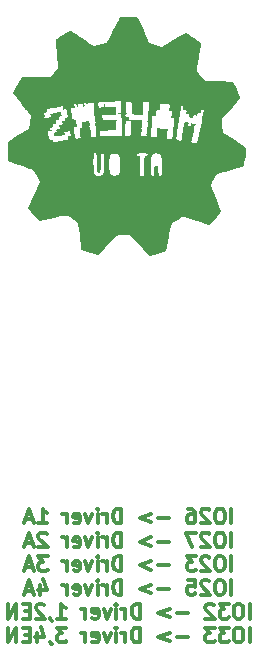
<source format=gbr>
%TF.GenerationSoftware,KiCad,Pcbnew,6.0.9-8da3e8f707~117~ubuntu18.04.1*%
%TF.CreationDate,2023-01-21T20:22:22-05:00*%
%TF.ProjectId,makers-motor-board,6d616b65-7273-42d6-9d6f-746f722d626f,rev?*%
%TF.SameCoordinates,Original*%
%TF.FileFunction,Legend,Bot*%
%TF.FilePolarity,Positive*%
%FSLAX46Y46*%
G04 Gerber Fmt 4.6, Leading zero omitted, Abs format (unit mm)*
G04 Created by KiCad (PCBNEW 6.0.9-8da3e8f707~117~ubuntu18.04.1) date 2023-01-21 20:22:22*
%MOMM*%
%LPD*%
G01*
G04 APERTURE LIST*
%ADD10C,0.300000*%
%ADD11C,0.150000*%
G04 APERTURE END LIST*
D10*
X160973214Y-138409226D02*
X160973214Y-137159226D01*
X160139880Y-137159226D02*
X159901785Y-137159226D01*
X159782738Y-137218750D01*
X159663690Y-137337797D01*
X159604166Y-137575892D01*
X159604166Y-137992559D01*
X159663690Y-138230654D01*
X159782738Y-138349702D01*
X159901785Y-138409226D01*
X160139880Y-138409226D01*
X160258928Y-138349702D01*
X160377976Y-138230654D01*
X160437500Y-137992559D01*
X160437500Y-137575892D01*
X160377976Y-137337797D01*
X160258928Y-137218750D01*
X160139880Y-137159226D01*
X159127976Y-137278273D02*
X159068452Y-137218750D01*
X158949404Y-137159226D01*
X158651785Y-137159226D01*
X158532738Y-137218750D01*
X158473214Y-137278273D01*
X158413690Y-137397321D01*
X158413690Y-137516369D01*
X158473214Y-137694940D01*
X159187500Y-138409226D01*
X158413690Y-138409226D01*
X157342261Y-137159226D02*
X157580357Y-137159226D01*
X157699404Y-137218750D01*
X157758928Y-137278273D01*
X157877976Y-137456845D01*
X157937500Y-137694940D01*
X157937500Y-138171130D01*
X157877976Y-138290178D01*
X157818452Y-138349702D01*
X157699404Y-138409226D01*
X157461309Y-138409226D01*
X157342261Y-138349702D01*
X157282738Y-138290178D01*
X157223214Y-138171130D01*
X157223214Y-137873511D01*
X157282738Y-137754464D01*
X157342261Y-137694940D01*
X157461309Y-137635416D01*
X157699404Y-137635416D01*
X157818452Y-137694940D01*
X157877976Y-137754464D01*
X157937500Y-137873511D01*
X155735119Y-137933035D02*
X154782738Y-137933035D01*
X154187500Y-137575892D02*
X153235119Y-137933035D01*
X154187500Y-138290178D01*
X151687500Y-138409226D02*
X151687500Y-137159226D01*
X151389880Y-137159226D01*
X151211309Y-137218750D01*
X151092261Y-137337797D01*
X151032738Y-137456845D01*
X150973214Y-137694940D01*
X150973214Y-137873511D01*
X151032738Y-138111607D01*
X151092261Y-138230654D01*
X151211309Y-138349702D01*
X151389880Y-138409226D01*
X151687500Y-138409226D01*
X150437500Y-138409226D02*
X150437500Y-137575892D01*
X150437500Y-137813988D02*
X150377976Y-137694940D01*
X150318452Y-137635416D01*
X150199404Y-137575892D01*
X150080357Y-137575892D01*
X149663690Y-138409226D02*
X149663690Y-137575892D01*
X149663690Y-137159226D02*
X149723214Y-137218750D01*
X149663690Y-137278273D01*
X149604166Y-137218750D01*
X149663690Y-137159226D01*
X149663690Y-137278273D01*
X149187500Y-137575892D02*
X148889880Y-138409226D01*
X148592261Y-137575892D01*
X147639880Y-138349702D02*
X147758928Y-138409226D01*
X147997023Y-138409226D01*
X148116071Y-138349702D01*
X148175595Y-138230654D01*
X148175595Y-137754464D01*
X148116071Y-137635416D01*
X147997023Y-137575892D01*
X147758928Y-137575892D01*
X147639880Y-137635416D01*
X147580357Y-137754464D01*
X147580357Y-137873511D01*
X148175595Y-137992559D01*
X147044642Y-138409226D02*
X147044642Y-137575892D01*
X147044642Y-137813988D02*
X146985119Y-137694940D01*
X146925595Y-137635416D01*
X146806547Y-137575892D01*
X146687500Y-137575892D01*
X144663690Y-138409226D02*
X145377976Y-138409226D01*
X145020833Y-138409226D02*
X145020833Y-137159226D01*
X145139880Y-137337797D01*
X145258928Y-137456845D01*
X145377976Y-137516369D01*
X144187500Y-138052083D02*
X143592261Y-138052083D01*
X144306547Y-138409226D02*
X143889880Y-137159226D01*
X143473214Y-138409226D01*
X160973214Y-140421726D02*
X160973214Y-139171726D01*
X160139880Y-139171726D02*
X159901785Y-139171726D01*
X159782738Y-139231250D01*
X159663690Y-139350297D01*
X159604166Y-139588392D01*
X159604166Y-140005059D01*
X159663690Y-140243154D01*
X159782738Y-140362202D01*
X159901785Y-140421726D01*
X160139880Y-140421726D01*
X160258928Y-140362202D01*
X160377976Y-140243154D01*
X160437500Y-140005059D01*
X160437500Y-139588392D01*
X160377976Y-139350297D01*
X160258928Y-139231250D01*
X160139880Y-139171726D01*
X159127976Y-139290773D02*
X159068452Y-139231250D01*
X158949404Y-139171726D01*
X158651785Y-139171726D01*
X158532738Y-139231250D01*
X158473214Y-139290773D01*
X158413690Y-139409821D01*
X158413690Y-139528869D01*
X158473214Y-139707440D01*
X159187500Y-140421726D01*
X158413690Y-140421726D01*
X157997023Y-139171726D02*
X157163690Y-139171726D01*
X157699404Y-140421726D01*
X155735119Y-139945535D02*
X154782738Y-139945535D01*
X154187500Y-139588392D02*
X153235119Y-139945535D01*
X154187500Y-140302678D01*
X151687500Y-140421726D02*
X151687500Y-139171726D01*
X151389880Y-139171726D01*
X151211309Y-139231250D01*
X151092261Y-139350297D01*
X151032738Y-139469345D01*
X150973214Y-139707440D01*
X150973214Y-139886011D01*
X151032738Y-140124107D01*
X151092261Y-140243154D01*
X151211309Y-140362202D01*
X151389880Y-140421726D01*
X151687500Y-140421726D01*
X150437500Y-140421726D02*
X150437500Y-139588392D01*
X150437500Y-139826488D02*
X150377976Y-139707440D01*
X150318452Y-139647916D01*
X150199404Y-139588392D01*
X150080357Y-139588392D01*
X149663690Y-140421726D02*
X149663690Y-139588392D01*
X149663690Y-139171726D02*
X149723214Y-139231250D01*
X149663690Y-139290773D01*
X149604166Y-139231250D01*
X149663690Y-139171726D01*
X149663690Y-139290773D01*
X149187500Y-139588392D02*
X148889880Y-140421726D01*
X148592261Y-139588392D01*
X147639880Y-140362202D02*
X147758928Y-140421726D01*
X147997023Y-140421726D01*
X148116071Y-140362202D01*
X148175595Y-140243154D01*
X148175595Y-139766964D01*
X148116071Y-139647916D01*
X147997023Y-139588392D01*
X147758928Y-139588392D01*
X147639880Y-139647916D01*
X147580357Y-139766964D01*
X147580357Y-139886011D01*
X148175595Y-140005059D01*
X147044642Y-140421726D02*
X147044642Y-139588392D01*
X147044642Y-139826488D02*
X146985119Y-139707440D01*
X146925595Y-139647916D01*
X146806547Y-139588392D01*
X146687500Y-139588392D01*
X145377976Y-139290773D02*
X145318452Y-139231250D01*
X145199404Y-139171726D01*
X144901785Y-139171726D01*
X144782738Y-139231250D01*
X144723214Y-139290773D01*
X144663690Y-139409821D01*
X144663690Y-139528869D01*
X144723214Y-139707440D01*
X145437500Y-140421726D01*
X144663690Y-140421726D01*
X144187500Y-140064583D02*
X143592261Y-140064583D01*
X144306547Y-140421726D02*
X143889880Y-139171726D01*
X143473214Y-140421726D01*
X160973214Y-142434226D02*
X160973214Y-141184226D01*
X160139880Y-141184226D02*
X159901785Y-141184226D01*
X159782738Y-141243750D01*
X159663690Y-141362797D01*
X159604166Y-141600892D01*
X159604166Y-142017559D01*
X159663690Y-142255654D01*
X159782738Y-142374702D01*
X159901785Y-142434226D01*
X160139880Y-142434226D01*
X160258928Y-142374702D01*
X160377976Y-142255654D01*
X160437500Y-142017559D01*
X160437500Y-141600892D01*
X160377976Y-141362797D01*
X160258928Y-141243750D01*
X160139880Y-141184226D01*
X159127976Y-141303273D02*
X159068452Y-141243750D01*
X158949404Y-141184226D01*
X158651785Y-141184226D01*
X158532738Y-141243750D01*
X158473214Y-141303273D01*
X158413690Y-141422321D01*
X158413690Y-141541369D01*
X158473214Y-141719940D01*
X159187500Y-142434226D01*
X158413690Y-142434226D01*
X157997023Y-141184226D02*
X157223214Y-141184226D01*
X157639880Y-141660416D01*
X157461309Y-141660416D01*
X157342261Y-141719940D01*
X157282738Y-141779464D01*
X157223214Y-141898511D01*
X157223214Y-142196130D01*
X157282738Y-142315178D01*
X157342261Y-142374702D01*
X157461309Y-142434226D01*
X157818452Y-142434226D01*
X157937500Y-142374702D01*
X157997023Y-142315178D01*
X155735119Y-141958035D02*
X154782738Y-141958035D01*
X154187500Y-141600892D02*
X153235119Y-141958035D01*
X154187500Y-142315178D01*
X151687500Y-142434226D02*
X151687500Y-141184226D01*
X151389880Y-141184226D01*
X151211309Y-141243750D01*
X151092261Y-141362797D01*
X151032738Y-141481845D01*
X150973214Y-141719940D01*
X150973214Y-141898511D01*
X151032738Y-142136607D01*
X151092261Y-142255654D01*
X151211309Y-142374702D01*
X151389880Y-142434226D01*
X151687500Y-142434226D01*
X150437500Y-142434226D02*
X150437500Y-141600892D01*
X150437500Y-141838988D02*
X150377976Y-141719940D01*
X150318452Y-141660416D01*
X150199404Y-141600892D01*
X150080357Y-141600892D01*
X149663690Y-142434226D02*
X149663690Y-141600892D01*
X149663690Y-141184226D02*
X149723214Y-141243750D01*
X149663690Y-141303273D01*
X149604166Y-141243750D01*
X149663690Y-141184226D01*
X149663690Y-141303273D01*
X149187500Y-141600892D02*
X148889880Y-142434226D01*
X148592261Y-141600892D01*
X147639880Y-142374702D02*
X147758928Y-142434226D01*
X147997023Y-142434226D01*
X148116071Y-142374702D01*
X148175595Y-142255654D01*
X148175595Y-141779464D01*
X148116071Y-141660416D01*
X147997023Y-141600892D01*
X147758928Y-141600892D01*
X147639880Y-141660416D01*
X147580357Y-141779464D01*
X147580357Y-141898511D01*
X148175595Y-142017559D01*
X147044642Y-142434226D02*
X147044642Y-141600892D01*
X147044642Y-141838988D02*
X146985119Y-141719940D01*
X146925595Y-141660416D01*
X146806547Y-141600892D01*
X146687500Y-141600892D01*
X145437500Y-141184226D02*
X144663690Y-141184226D01*
X145080357Y-141660416D01*
X144901785Y-141660416D01*
X144782738Y-141719940D01*
X144723214Y-141779464D01*
X144663690Y-141898511D01*
X144663690Y-142196130D01*
X144723214Y-142315178D01*
X144782738Y-142374702D01*
X144901785Y-142434226D01*
X145258928Y-142434226D01*
X145377976Y-142374702D01*
X145437500Y-142315178D01*
X144187500Y-142077083D02*
X143592261Y-142077083D01*
X144306547Y-142434226D02*
X143889880Y-141184226D01*
X143473214Y-142434226D01*
X160973214Y-144446726D02*
X160973214Y-143196726D01*
X160139880Y-143196726D02*
X159901785Y-143196726D01*
X159782738Y-143256250D01*
X159663690Y-143375297D01*
X159604166Y-143613392D01*
X159604166Y-144030059D01*
X159663690Y-144268154D01*
X159782738Y-144387202D01*
X159901785Y-144446726D01*
X160139880Y-144446726D01*
X160258928Y-144387202D01*
X160377976Y-144268154D01*
X160437500Y-144030059D01*
X160437500Y-143613392D01*
X160377976Y-143375297D01*
X160258928Y-143256250D01*
X160139880Y-143196726D01*
X159127976Y-143315773D02*
X159068452Y-143256250D01*
X158949404Y-143196726D01*
X158651785Y-143196726D01*
X158532738Y-143256250D01*
X158473214Y-143315773D01*
X158413690Y-143434821D01*
X158413690Y-143553869D01*
X158473214Y-143732440D01*
X159187500Y-144446726D01*
X158413690Y-144446726D01*
X157282738Y-143196726D02*
X157877976Y-143196726D01*
X157937500Y-143791964D01*
X157877976Y-143732440D01*
X157758928Y-143672916D01*
X157461309Y-143672916D01*
X157342261Y-143732440D01*
X157282738Y-143791964D01*
X157223214Y-143911011D01*
X157223214Y-144208630D01*
X157282738Y-144327678D01*
X157342261Y-144387202D01*
X157461309Y-144446726D01*
X157758928Y-144446726D01*
X157877976Y-144387202D01*
X157937500Y-144327678D01*
X155735119Y-143970535D02*
X154782738Y-143970535D01*
X154187500Y-143613392D02*
X153235119Y-143970535D01*
X154187500Y-144327678D01*
X151687500Y-144446726D02*
X151687500Y-143196726D01*
X151389880Y-143196726D01*
X151211309Y-143256250D01*
X151092261Y-143375297D01*
X151032738Y-143494345D01*
X150973214Y-143732440D01*
X150973214Y-143911011D01*
X151032738Y-144149107D01*
X151092261Y-144268154D01*
X151211309Y-144387202D01*
X151389880Y-144446726D01*
X151687500Y-144446726D01*
X150437500Y-144446726D02*
X150437500Y-143613392D01*
X150437500Y-143851488D02*
X150377976Y-143732440D01*
X150318452Y-143672916D01*
X150199404Y-143613392D01*
X150080357Y-143613392D01*
X149663690Y-144446726D02*
X149663690Y-143613392D01*
X149663690Y-143196726D02*
X149723214Y-143256250D01*
X149663690Y-143315773D01*
X149604166Y-143256250D01*
X149663690Y-143196726D01*
X149663690Y-143315773D01*
X149187500Y-143613392D02*
X148889880Y-144446726D01*
X148592261Y-143613392D01*
X147639880Y-144387202D02*
X147758928Y-144446726D01*
X147997023Y-144446726D01*
X148116071Y-144387202D01*
X148175595Y-144268154D01*
X148175595Y-143791964D01*
X148116071Y-143672916D01*
X147997023Y-143613392D01*
X147758928Y-143613392D01*
X147639880Y-143672916D01*
X147580357Y-143791964D01*
X147580357Y-143911011D01*
X148175595Y-144030059D01*
X147044642Y-144446726D02*
X147044642Y-143613392D01*
X147044642Y-143851488D02*
X146985119Y-143732440D01*
X146925595Y-143672916D01*
X146806547Y-143613392D01*
X146687500Y-143613392D01*
X144782738Y-143613392D02*
X144782738Y-144446726D01*
X145080357Y-143137202D02*
X145377976Y-144030059D01*
X144604166Y-144030059D01*
X144187500Y-144089583D02*
X143592261Y-144089583D01*
X144306547Y-144446726D02*
X143889880Y-143196726D01*
X143473214Y-144446726D01*
X162550595Y-146459226D02*
X162550595Y-145209226D01*
X161717261Y-145209226D02*
X161479166Y-145209226D01*
X161360119Y-145268750D01*
X161241071Y-145387797D01*
X161181547Y-145625892D01*
X161181547Y-146042559D01*
X161241071Y-146280654D01*
X161360119Y-146399702D01*
X161479166Y-146459226D01*
X161717261Y-146459226D01*
X161836309Y-146399702D01*
X161955357Y-146280654D01*
X162014880Y-146042559D01*
X162014880Y-145625892D01*
X161955357Y-145387797D01*
X161836309Y-145268750D01*
X161717261Y-145209226D01*
X160764880Y-145209226D02*
X159991071Y-145209226D01*
X160407738Y-145685416D01*
X160229166Y-145685416D01*
X160110119Y-145744940D01*
X160050595Y-145804464D01*
X159991071Y-145923511D01*
X159991071Y-146221130D01*
X160050595Y-146340178D01*
X160110119Y-146399702D01*
X160229166Y-146459226D01*
X160586309Y-146459226D01*
X160705357Y-146399702D01*
X160764880Y-146340178D01*
X159514880Y-145328273D02*
X159455357Y-145268750D01*
X159336309Y-145209226D01*
X159038690Y-145209226D01*
X158919642Y-145268750D01*
X158860119Y-145328273D01*
X158800595Y-145447321D01*
X158800595Y-145566369D01*
X158860119Y-145744940D01*
X159574404Y-146459226D01*
X158800595Y-146459226D01*
X157312500Y-145983035D02*
X156360119Y-145983035D01*
X155764880Y-145625892D02*
X154812500Y-145983035D01*
X155764880Y-146340178D01*
X153264880Y-146459226D02*
X153264880Y-145209226D01*
X152967261Y-145209226D01*
X152788690Y-145268750D01*
X152669642Y-145387797D01*
X152610119Y-145506845D01*
X152550595Y-145744940D01*
X152550595Y-145923511D01*
X152610119Y-146161607D01*
X152669642Y-146280654D01*
X152788690Y-146399702D01*
X152967261Y-146459226D01*
X153264880Y-146459226D01*
X152014880Y-146459226D02*
X152014880Y-145625892D01*
X152014880Y-145863988D02*
X151955357Y-145744940D01*
X151895833Y-145685416D01*
X151776785Y-145625892D01*
X151657738Y-145625892D01*
X151241071Y-146459226D02*
X151241071Y-145625892D01*
X151241071Y-145209226D02*
X151300595Y-145268750D01*
X151241071Y-145328273D01*
X151181547Y-145268750D01*
X151241071Y-145209226D01*
X151241071Y-145328273D01*
X150764880Y-145625892D02*
X150467261Y-146459226D01*
X150169642Y-145625892D01*
X149217261Y-146399702D02*
X149336309Y-146459226D01*
X149574404Y-146459226D01*
X149693452Y-146399702D01*
X149752976Y-146280654D01*
X149752976Y-145804464D01*
X149693452Y-145685416D01*
X149574404Y-145625892D01*
X149336309Y-145625892D01*
X149217261Y-145685416D01*
X149157738Y-145804464D01*
X149157738Y-145923511D01*
X149752976Y-146042559D01*
X148622023Y-146459226D02*
X148622023Y-145625892D01*
X148622023Y-145863988D02*
X148562500Y-145744940D01*
X148502976Y-145685416D01*
X148383928Y-145625892D01*
X148264880Y-145625892D01*
X146241071Y-146459226D02*
X146955357Y-146459226D01*
X146598214Y-146459226D02*
X146598214Y-145209226D01*
X146717261Y-145387797D01*
X146836309Y-145506845D01*
X146955357Y-145566369D01*
X145645833Y-146399702D02*
X145645833Y-146459226D01*
X145705357Y-146578273D01*
X145764880Y-146637797D01*
X145169642Y-145328273D02*
X145110119Y-145268750D01*
X144991071Y-145209226D01*
X144693452Y-145209226D01*
X144574404Y-145268750D01*
X144514880Y-145328273D01*
X144455357Y-145447321D01*
X144455357Y-145566369D01*
X144514880Y-145744940D01*
X145229166Y-146459226D01*
X144455357Y-146459226D01*
X143919642Y-145804464D02*
X143502976Y-145804464D01*
X143324404Y-146459226D02*
X143919642Y-146459226D01*
X143919642Y-145209226D01*
X143324404Y-145209226D01*
X142788690Y-146459226D02*
X142788690Y-145209226D01*
X142074404Y-146459226D01*
X142074404Y-145209226D01*
X162550595Y-148471726D02*
X162550595Y-147221726D01*
X161717261Y-147221726D02*
X161479166Y-147221726D01*
X161360119Y-147281250D01*
X161241071Y-147400297D01*
X161181547Y-147638392D01*
X161181547Y-148055059D01*
X161241071Y-148293154D01*
X161360119Y-148412202D01*
X161479166Y-148471726D01*
X161717261Y-148471726D01*
X161836309Y-148412202D01*
X161955357Y-148293154D01*
X162014880Y-148055059D01*
X162014880Y-147638392D01*
X161955357Y-147400297D01*
X161836309Y-147281250D01*
X161717261Y-147221726D01*
X160764880Y-147221726D02*
X159991071Y-147221726D01*
X160407738Y-147697916D01*
X160229166Y-147697916D01*
X160110119Y-147757440D01*
X160050595Y-147816964D01*
X159991071Y-147936011D01*
X159991071Y-148233630D01*
X160050595Y-148352678D01*
X160110119Y-148412202D01*
X160229166Y-148471726D01*
X160586309Y-148471726D01*
X160705357Y-148412202D01*
X160764880Y-148352678D01*
X159574404Y-147221726D02*
X158800595Y-147221726D01*
X159217261Y-147697916D01*
X159038690Y-147697916D01*
X158919642Y-147757440D01*
X158860119Y-147816964D01*
X158800595Y-147936011D01*
X158800595Y-148233630D01*
X158860119Y-148352678D01*
X158919642Y-148412202D01*
X159038690Y-148471726D01*
X159395833Y-148471726D01*
X159514880Y-148412202D01*
X159574404Y-148352678D01*
X157312500Y-147995535D02*
X156360119Y-147995535D01*
X155764880Y-147638392D02*
X154812500Y-147995535D01*
X155764880Y-148352678D01*
X153264880Y-148471726D02*
X153264880Y-147221726D01*
X152967261Y-147221726D01*
X152788690Y-147281250D01*
X152669642Y-147400297D01*
X152610119Y-147519345D01*
X152550595Y-147757440D01*
X152550595Y-147936011D01*
X152610119Y-148174107D01*
X152669642Y-148293154D01*
X152788690Y-148412202D01*
X152967261Y-148471726D01*
X153264880Y-148471726D01*
X152014880Y-148471726D02*
X152014880Y-147638392D01*
X152014880Y-147876488D02*
X151955357Y-147757440D01*
X151895833Y-147697916D01*
X151776785Y-147638392D01*
X151657738Y-147638392D01*
X151241071Y-148471726D02*
X151241071Y-147638392D01*
X151241071Y-147221726D02*
X151300595Y-147281250D01*
X151241071Y-147340773D01*
X151181547Y-147281250D01*
X151241071Y-147221726D01*
X151241071Y-147340773D01*
X150764880Y-147638392D02*
X150467261Y-148471726D01*
X150169642Y-147638392D01*
X149217261Y-148412202D02*
X149336309Y-148471726D01*
X149574404Y-148471726D01*
X149693452Y-148412202D01*
X149752976Y-148293154D01*
X149752976Y-147816964D01*
X149693452Y-147697916D01*
X149574404Y-147638392D01*
X149336309Y-147638392D01*
X149217261Y-147697916D01*
X149157738Y-147816964D01*
X149157738Y-147936011D01*
X149752976Y-148055059D01*
X148622023Y-148471726D02*
X148622023Y-147638392D01*
X148622023Y-147876488D02*
X148562500Y-147757440D01*
X148502976Y-147697916D01*
X148383928Y-147638392D01*
X148264880Y-147638392D01*
X147014880Y-147221726D02*
X146241071Y-147221726D01*
X146657738Y-147697916D01*
X146479166Y-147697916D01*
X146360119Y-147757440D01*
X146300595Y-147816964D01*
X146241071Y-147936011D01*
X146241071Y-148233630D01*
X146300595Y-148352678D01*
X146360119Y-148412202D01*
X146479166Y-148471726D01*
X146836309Y-148471726D01*
X146955357Y-148412202D01*
X147014880Y-148352678D01*
X145645833Y-148412202D02*
X145645833Y-148471726D01*
X145705357Y-148590773D01*
X145764880Y-148650297D01*
X144574404Y-147638392D02*
X144574404Y-148471726D01*
X144872023Y-147162202D02*
X145169642Y-148055059D01*
X144395833Y-148055059D01*
X143919642Y-147816964D02*
X143502976Y-147816964D01*
X143324404Y-148471726D02*
X143919642Y-148471726D01*
X143919642Y-147221726D01*
X143324404Y-147221726D01*
X142788690Y-148471726D02*
X142788690Y-147221726D01*
X142074404Y-148471726D01*
X142074404Y-147221726D01*
D11*
%TO.C,S1*%
X151578905Y-111874761D02*
X151436048Y-111922380D01*
X151197953Y-111922380D01*
X151102715Y-111874761D01*
X151055096Y-111827142D01*
X151007477Y-111731904D01*
X151007477Y-111636666D01*
X151055096Y-111541428D01*
X151102715Y-111493809D01*
X151197953Y-111446190D01*
X151388429Y-111398571D01*
X151483667Y-111350952D01*
X151531286Y-111303333D01*
X151578905Y-111208095D01*
X151578905Y-111112857D01*
X151531286Y-111017619D01*
X151483667Y-110970000D01*
X151388429Y-110922380D01*
X151150334Y-110922380D01*
X151007477Y-110970000D01*
X150055096Y-111922380D02*
X150626524Y-111922380D01*
X150340810Y-111922380D02*
X150340810Y-110922380D01*
X150436048Y-111065238D01*
X150531286Y-111160476D01*
X150626524Y-111208095D01*
G36*
X160219072Y-104703411D02*
G01*
X160227933Y-104817747D01*
X160238364Y-104926212D01*
X160249954Y-105026244D01*
X160262287Y-105115279D01*
X160274951Y-105190754D01*
X160287533Y-105250106D01*
X160293663Y-105272935D01*
X160299618Y-105290772D01*
X160305345Y-105303297D01*
X160310794Y-105310189D01*
X160418722Y-105390239D01*
X160642405Y-105544455D01*
X161280933Y-105972529D01*
X161914169Y-106388697D01*
X162131238Y-106528031D01*
X162229905Y-106587245D01*
X162236407Y-106593280D01*
X162241403Y-106607082D01*
X162247144Y-106655981D01*
X162247656Y-106729934D01*
X162243465Y-106824929D01*
X162223084Y-107062006D01*
X162190218Y-107335134D01*
X162149083Y-107612229D01*
X162103897Y-107861213D01*
X162081103Y-107965138D01*
X162058877Y-108050004D01*
X162037746Y-108111802D01*
X162027757Y-108132798D01*
X162018238Y-108146522D01*
X162011243Y-108152296D01*
X162000972Y-108158980D01*
X161987620Y-108166490D01*
X161971385Y-108174745D01*
X161952463Y-108183660D01*
X161931050Y-108193155D01*
X161907343Y-108203146D01*
X161881537Y-108213550D01*
X161824417Y-108235268D01*
X161761262Y-108257648D01*
X161693642Y-108280027D01*
X161623127Y-108301745D01*
X161449274Y-108348047D01*
X161232426Y-108407578D01*
X161001026Y-108472401D01*
X160783516Y-108534578D01*
X160007405Y-108753300D01*
X159959682Y-108766383D01*
X159916661Y-108779579D01*
X159877754Y-108793499D01*
X159859659Y-108800921D01*
X159842371Y-108808752D01*
X159825817Y-108817069D01*
X159809924Y-108825948D01*
X159794616Y-108835466D01*
X159779822Y-108845697D01*
X159765467Y-108856720D01*
X159751478Y-108868609D01*
X159737780Y-108881441D01*
X159724301Y-108895293D01*
X159710966Y-108910240D01*
X159697703Y-108926359D01*
X159684437Y-108943726D01*
X159671095Y-108962417D01*
X159643887Y-109004077D01*
X159615491Y-109051948D01*
X159585317Y-109106641D01*
X159552777Y-109168765D01*
X159517280Y-109238929D01*
X159478239Y-109317744D01*
X159245405Y-109811633D01*
X159675794Y-110841745D01*
X159845348Y-111253613D01*
X159984475Y-111607273D01*
X160038080Y-111750699D01*
X160078622Y-111865683D01*
X160104281Y-111947593D01*
X160110961Y-111974699D01*
X160113238Y-111991801D01*
X160111982Y-111998388D01*
X160109554Y-112006217D01*
X160101291Y-112025439D01*
X160088666Y-112049146D01*
X160071897Y-112077019D01*
X160051201Y-112108736D01*
X160026794Y-112143977D01*
X159998894Y-112182423D01*
X159967717Y-112223752D01*
X159933482Y-112267644D01*
X159896404Y-112313779D01*
X159856701Y-112361836D01*
X159814590Y-112411495D01*
X159770288Y-112462436D01*
X159724011Y-112514338D01*
X159675978Y-112566881D01*
X159626405Y-112619744D01*
X159153683Y-113120689D01*
X158800905Y-113028967D01*
X158381099Y-112906376D01*
X158116296Y-112827553D01*
X157855461Y-112746745D01*
X157051127Y-112492744D01*
X157028657Y-112486543D01*
X157006300Y-112481169D01*
X156984170Y-112476621D01*
X156962382Y-112472901D01*
X156941048Y-112470007D01*
X156920283Y-112467940D01*
X156900199Y-112466700D01*
X156880912Y-112466286D01*
X156862534Y-112466700D01*
X156845179Y-112467940D01*
X156828962Y-112470007D01*
X156813994Y-112472901D01*
X156800392Y-112476621D01*
X156788266Y-112481169D01*
X156777733Y-112486543D01*
X156768905Y-112492744D01*
X156759025Y-112500408D01*
X156745423Y-112510066D01*
X156708051Y-112534747D01*
X156658772Y-112565546D01*
X156599572Y-112601224D01*
X156532434Y-112640539D01*
X156459342Y-112682253D01*
X156382282Y-112725124D01*
X156303238Y-112767912D01*
X156159495Y-112847052D01*
X156129305Y-112865045D01*
X156101126Y-112883083D01*
X156074816Y-112901547D01*
X156050230Y-112920819D01*
X156027226Y-112941279D01*
X156005659Y-112963309D01*
X155985387Y-112987289D01*
X155966266Y-113013602D01*
X155948153Y-113042627D01*
X155930904Y-113074747D01*
X155914376Y-113110342D01*
X155898426Y-113149793D01*
X155882909Y-113193482D01*
X155867683Y-113241789D01*
X155852605Y-113295096D01*
X155837530Y-113353784D01*
X155822316Y-113418234D01*
X155806819Y-113488827D01*
X155774402Y-113649966D01*
X155739133Y-113840251D01*
X155699864Y-114062730D01*
X155604738Y-114616467D01*
X155484794Y-115357301D01*
X154786294Y-115554855D01*
X154087794Y-115745356D01*
X153537461Y-115180911D01*
X153306501Y-114932754D01*
X153076203Y-114682613D01*
X152873687Y-114457606D01*
X152791322Y-114363004D01*
X152726072Y-114284855D01*
X152450904Y-113960301D01*
X151886460Y-113974411D01*
X151704036Y-113977249D01*
X151629081Y-113979403D01*
X151563448Y-113982569D01*
X151506001Y-113987140D01*
X151455603Y-113993510D01*
X151411117Y-114002071D01*
X151371405Y-114013216D01*
X151335331Y-114027338D01*
X151301759Y-114044829D01*
X151269551Y-114066082D01*
X151237570Y-114091489D01*
X151204680Y-114121444D01*
X151169743Y-114156340D01*
X151089182Y-114242523D01*
X150950717Y-114393886D01*
X150754044Y-114606765D01*
X150291905Y-115103300D01*
X149741572Y-115695967D01*
X149078349Y-115498411D01*
X148812663Y-115419146D01*
X148582696Y-115345835D01*
X148488962Y-115314099D01*
X148413583Y-115287075D01*
X148359702Y-115265840D01*
X148330461Y-115251467D01*
X148325831Y-115247835D01*
X148321204Y-115242250D01*
X148316582Y-115234745D01*
X148311968Y-115225353D01*
X148302773Y-115201036D01*
X148293640Y-115169556D01*
X148284589Y-115131173D01*
X148275643Y-115086144D01*
X148266820Y-115034727D01*
X148258141Y-114977182D01*
X148249628Y-114913766D01*
X148241302Y-114844739D01*
X148225289Y-114690881D01*
X148210268Y-114517675D01*
X148196404Y-114327189D01*
X148184278Y-114148651D01*
X148169506Y-113975735D01*
X148152749Y-113812740D01*
X148134669Y-113663967D01*
X148115928Y-113533715D01*
X148097186Y-113426283D01*
X148079107Y-113345971D01*
X148070522Y-113317328D01*
X148062350Y-113297078D01*
X148053260Y-113280731D01*
X148044532Y-113263537D01*
X148036196Y-113245640D01*
X148028285Y-113227184D01*
X148020828Y-113208316D01*
X148013856Y-113189178D01*
X148007402Y-113169917D01*
X148001496Y-113150676D01*
X147996168Y-113131600D01*
X147991450Y-113112835D01*
X147987373Y-113094524D01*
X147983967Y-113076813D01*
X147981265Y-113059846D01*
X147979296Y-113043767D01*
X147978092Y-113028722D01*
X147977683Y-113014856D01*
X147977189Y-113006712D01*
X147975709Y-112998162D01*
X147973253Y-112989212D01*
X147969829Y-112979867D01*
X147965443Y-112970135D01*
X147960103Y-112960022D01*
X147953818Y-112949534D01*
X147946595Y-112938678D01*
X147938441Y-112927460D01*
X147929366Y-112915886D01*
X147908478Y-112891700D01*
X147883994Y-112866170D01*
X147855975Y-112839348D01*
X147824483Y-112811286D01*
X147789581Y-112782036D01*
X147751330Y-112751648D01*
X147709792Y-112720175D01*
X147665030Y-112687669D01*
X147617105Y-112654181D01*
X147566080Y-112619763D01*
X147512016Y-112584466D01*
X147341745Y-112470833D01*
X147272216Y-112426182D01*
X147239744Y-112406942D01*
X147208186Y-112389777D01*
X147177083Y-112374700D01*
X147145974Y-112361724D01*
X147114401Y-112350861D01*
X147081902Y-112342125D01*
X147048019Y-112335528D01*
X147012291Y-112331083D01*
X146974258Y-112328804D01*
X146933460Y-112328703D01*
X146889438Y-112330793D01*
X146841731Y-112335087D01*
X146789880Y-112341597D01*
X146733424Y-112350338D01*
X146671904Y-112361322D01*
X146604860Y-112374561D01*
X146452360Y-112407857D01*
X146272243Y-112450332D01*
X146060831Y-112502088D01*
X145529405Y-112633856D01*
X144739182Y-112831411D01*
X144506349Y-112577412D01*
X144395445Y-112452175D01*
X144264697Y-112300481D01*
X144197255Y-112220499D01*
X144131302Y-112140849D01*
X144068987Y-112063844D01*
X144012460Y-111991801D01*
X143744349Y-111667245D01*
X144259403Y-110580688D01*
X144781516Y-109501190D01*
X144527517Y-108993188D01*
X144452400Y-108843575D01*
X144419229Y-108780690D01*
X144388280Y-108724967D01*
X144359025Y-108675818D01*
X144330939Y-108632653D01*
X144303494Y-108594882D01*
X144276162Y-108561918D01*
X144248417Y-108533170D01*
X144219731Y-108508051D01*
X144189578Y-108485969D01*
X144157430Y-108466337D01*
X144122760Y-108448566D01*
X144085042Y-108432065D01*
X144043747Y-108416247D01*
X143998350Y-108400521D01*
X143882153Y-108361166D01*
X143783155Y-108329085D01*
X143673794Y-108294688D01*
X143668609Y-108294040D01*
X143661088Y-108292152D01*
X143651376Y-108289107D01*
X143639618Y-108284987D01*
X143610541Y-108273853D01*
X143575015Y-108259411D01*
X143391572Y-108181799D01*
X143331269Y-108157532D01*
X143253107Y-108127891D01*
X143160392Y-108094115D01*
X143056433Y-108057446D01*
X142944536Y-108019123D01*
X142828009Y-107980386D01*
X142710159Y-107942476D01*
X142594293Y-107906633D01*
X149318238Y-107906633D01*
X149321160Y-108225883D01*
X149325494Y-108358652D01*
X149332349Y-108474936D01*
X149342182Y-108575800D01*
X149355445Y-108662308D01*
X149372595Y-108735525D01*
X149394085Y-108796515D01*
X149406600Y-108822758D01*
X149420371Y-108846344D01*
X149435455Y-108867405D01*
X149451908Y-108886074D01*
X149469787Y-108902486D01*
X149489149Y-108916772D01*
X149510051Y-108929066D01*
X149532550Y-108939501D01*
X149582566Y-108955326D01*
X149639651Y-108965312D01*
X149704261Y-108970522D01*
X149776849Y-108972023D01*
X149812306Y-108971488D01*
X149845949Y-108969814D01*
X149877822Y-108966895D01*
X149907969Y-108962624D01*
X149936438Y-108956896D01*
X149963272Y-108949605D01*
X149988517Y-108940645D01*
X150012218Y-108929910D01*
X150034421Y-108917293D01*
X150055170Y-108902690D01*
X150074511Y-108885994D01*
X150092489Y-108867099D01*
X150109149Y-108845899D01*
X150124537Y-108822288D01*
X150138698Y-108796161D01*
X150151676Y-108767411D01*
X150163517Y-108735933D01*
X150174267Y-108701620D01*
X150183971Y-108664367D01*
X150192673Y-108624068D01*
X150200419Y-108580616D01*
X150207254Y-108533906D01*
X150213224Y-108483832D01*
X150218373Y-108430288D01*
X150222747Y-108373168D01*
X150226392Y-108312366D01*
X150231671Y-108179292D01*
X150234574Y-108030219D01*
X150234721Y-108002766D01*
X150647328Y-108002766D01*
X150648453Y-108141002D01*
X150653847Y-108276375D01*
X150663560Y-108405609D01*
X150677645Y-108525428D01*
X150696154Y-108632555D01*
X150719138Y-108723713D01*
X150732324Y-108762281D01*
X150746649Y-108795628D01*
X150762118Y-108823345D01*
X150778738Y-108845022D01*
X150792575Y-108859140D01*
X150807582Y-108872386D01*
X150823687Y-108884760D01*
X150840819Y-108896257D01*
X150858907Y-108906877D01*
X150877879Y-108916615D01*
X150897666Y-108925469D01*
X150918196Y-108933437D01*
X150939397Y-108940516D01*
X150961199Y-108946704D01*
X151006321Y-108956395D01*
X151052994Y-108962490D01*
X151100648Y-108964967D01*
X151148716Y-108963806D01*
X151196628Y-108958986D01*
X151243817Y-108950487D01*
X151266963Y-108944851D01*
X151289715Y-108938288D01*
X151312001Y-108930795D01*
X151333752Y-108922368D01*
X151354895Y-108913007D01*
X151375360Y-108902707D01*
X151395075Y-108891467D01*
X151413971Y-108879284D01*
X151431975Y-108866155D01*
X151449016Y-108852078D01*
X151465076Y-108833605D01*
X151480179Y-108808885D01*
X151494317Y-108778329D01*
X151507486Y-108742345D01*
X151530887Y-108655733D01*
X151550329Y-108552327D01*
X151565762Y-108435402D01*
X151577132Y-108308235D01*
X151584389Y-108174102D01*
X151587481Y-108036280D01*
X151586356Y-107898043D01*
X151580963Y-107762670D01*
X151571250Y-107633436D01*
X151557164Y-107513617D01*
X151538656Y-107406490D01*
X151515672Y-107315331D01*
X151502485Y-107276764D01*
X151488161Y-107243417D01*
X151472692Y-107215700D01*
X151456072Y-107194023D01*
X151442234Y-107179905D01*
X151434249Y-107172856D01*
X152987127Y-107172856D01*
X152987312Y-107178125D01*
X152987859Y-107183346D01*
X152988761Y-107188510D01*
X152990007Y-107193609D01*
X152991590Y-107198636D01*
X152993499Y-107203582D01*
X152995726Y-107208441D01*
X152998262Y-107213204D01*
X153001097Y-107217864D01*
X153004223Y-107222413D01*
X153007631Y-107226843D01*
X153011312Y-107231146D01*
X153015256Y-107235315D01*
X153019454Y-107239342D01*
X153023898Y-107243219D01*
X153028578Y-107246939D01*
X153033486Y-107250493D01*
X153038612Y-107253874D01*
X153043947Y-107257074D01*
X153049483Y-107260085D01*
X153055210Y-107262901D01*
X153061119Y-107265512D01*
X153067201Y-107267911D01*
X153073447Y-107270090D01*
X153079848Y-107272042D01*
X153086396Y-107273759D01*
X153093080Y-107275233D01*
X153099892Y-107276457D01*
X153106823Y-107277422D01*
X153113863Y-107278121D01*
X153121005Y-107278546D01*
X153128238Y-107278689D01*
X153140437Y-107278855D01*
X153151915Y-107279438D01*
X153162691Y-107280567D01*
X153172790Y-107282368D01*
X153182232Y-107284971D01*
X153186714Y-107286613D01*
X153191040Y-107288502D01*
X153195213Y-107290657D01*
X153199236Y-107293091D01*
X153203111Y-107295821D01*
X153206841Y-107298864D01*
X153210430Y-107302234D01*
X153213878Y-107305949D01*
X153217190Y-107310024D01*
X153220369Y-107314475D01*
X153223416Y-107319318D01*
X153226334Y-107324569D01*
X153229128Y-107330245D01*
X153231798Y-107336360D01*
X153236781Y-107349975D01*
X153241305Y-107365542D01*
X153245392Y-107383189D01*
X153249065Y-107403043D01*
X153252345Y-107425234D01*
X153255254Y-107449888D01*
X153257814Y-107477134D01*
X153260048Y-107507099D01*
X153261977Y-107539911D01*
X153263622Y-107575699D01*
X153265007Y-107614590D01*
X153266153Y-107656712D01*
X153267815Y-107751161D01*
X153268785Y-107860069D01*
X153269238Y-107984459D01*
X153269279Y-108036280D01*
X153269350Y-108125355D01*
X153269350Y-108972023D01*
X153622127Y-108972023D01*
X153622127Y-108139466D01*
X154186572Y-108139466D01*
X154187137Y-108400095D01*
X154189769Y-108599952D01*
X154195873Y-108747057D01*
X154200667Y-108803335D01*
X154206856Y-108849432D01*
X154214617Y-108886351D01*
X154224123Y-108915096D01*
X154235552Y-108936667D01*
X154249080Y-108952068D01*
X154264880Y-108962302D01*
X154283131Y-108968371D01*
X154304006Y-108971277D01*
X154327683Y-108972023D01*
X154339261Y-108971869D01*
X154350196Y-108971377D01*
X154360506Y-108970494D01*
X154370209Y-108969170D01*
X154379322Y-108967355D01*
X154387865Y-108965000D01*
X154395855Y-108962052D01*
X154403309Y-108958463D01*
X154410247Y-108954181D01*
X154416687Y-108949156D01*
X154422645Y-108943337D01*
X154428142Y-108936676D01*
X154433193Y-108929120D01*
X154437819Y-108920620D01*
X154442036Y-108911125D01*
X154445863Y-108900585D01*
X154449318Y-108888949D01*
X154452419Y-108876168D01*
X154455184Y-108862190D01*
X154457632Y-108846965D01*
X154459779Y-108830444D01*
X154461645Y-108812574D01*
X154463247Y-108793308D01*
X154464604Y-108772592D01*
X154466654Y-108726616D01*
X154467939Y-108674242D01*
X154468604Y-108615067D01*
X154468794Y-108548689D01*
X154469428Y-108415033D01*
X154470561Y-108360282D01*
X154472542Y-108312879D01*
X154475598Y-108272297D01*
X154479956Y-108238010D01*
X154485844Y-108209490D01*
X154493488Y-108186209D01*
X154498041Y-108176370D01*
X154503117Y-108167642D01*
X154508747Y-108159961D01*
X154514958Y-108153260D01*
X154521779Y-108147475D01*
X154529238Y-108142538D01*
X154537364Y-108138383D01*
X154546185Y-108134946D01*
X154566025Y-108129960D01*
X154588987Y-108127050D01*
X154615297Y-108125691D01*
X154645183Y-108125355D01*
X154675069Y-108125691D01*
X154688657Y-108126210D01*
X154701379Y-108127050D01*
X154713265Y-108128278D01*
X154724341Y-108129960D01*
X154734637Y-108132160D01*
X154744181Y-108134946D01*
X154753002Y-108138383D01*
X154761128Y-108142538D01*
X154768587Y-108147475D01*
X154775408Y-108153260D01*
X154781619Y-108159961D01*
X154787248Y-108167642D01*
X154792325Y-108176370D01*
X154796877Y-108186209D01*
X154800934Y-108197228D01*
X154804522Y-108209490D01*
X154807671Y-108223062D01*
X154810410Y-108238010D01*
X154812766Y-108254400D01*
X154814768Y-108272297D01*
X154816444Y-108291768D01*
X154817823Y-108312879D01*
X154819804Y-108360282D01*
X154820938Y-108415033D01*
X154821451Y-108477660D01*
X154821572Y-108548689D01*
X154822426Y-108674242D01*
X154823711Y-108726616D01*
X154825761Y-108772592D01*
X154828720Y-108812574D01*
X154832734Y-108846965D01*
X154837946Y-108876168D01*
X154844502Y-108900585D01*
X154852546Y-108920620D01*
X154857172Y-108929120D01*
X154862224Y-108936676D01*
X154867720Y-108943337D01*
X154873679Y-108949156D01*
X154880118Y-108954181D01*
X154887056Y-108958463D01*
X154902500Y-108965000D01*
X154920156Y-108969170D01*
X154940169Y-108971377D01*
X154962683Y-108972023D01*
X154974882Y-108971857D01*
X154986359Y-108971278D01*
X154997136Y-108970162D01*
X155007235Y-108968385D01*
X155016677Y-108965821D01*
X155021159Y-108964206D01*
X155025485Y-108962349D01*
X155029658Y-108960233D01*
X155033681Y-108957842D01*
X155037556Y-108955163D01*
X155041286Y-108952179D01*
X155044874Y-108948874D01*
X155048323Y-108945233D01*
X155051635Y-108941241D01*
X155054813Y-108936882D01*
X155057861Y-108932141D01*
X155060779Y-108927002D01*
X155063572Y-108921449D01*
X155066243Y-108915468D01*
X155071225Y-108902156D01*
X155075749Y-108886942D01*
X155079837Y-108869703D01*
X155083509Y-108850314D01*
X155086789Y-108828651D01*
X155089699Y-108804591D01*
X155092259Y-108778008D01*
X155094492Y-108748780D01*
X155096421Y-108716782D01*
X155098067Y-108681890D01*
X155099452Y-108643980D01*
X155100597Y-108602928D01*
X155102260Y-108510903D01*
X155103229Y-108404822D01*
X155103682Y-108283692D01*
X155103794Y-108146522D01*
X155102692Y-107919518D01*
X155098944Y-107732780D01*
X155091888Y-107581595D01*
X155086913Y-107517862D01*
X155080864Y-107461251D01*
X155073656Y-107411171D01*
X155065209Y-107367035D01*
X155055439Y-107328251D01*
X155044263Y-107294233D01*
X155031599Y-107264390D01*
X155017363Y-107238133D01*
X155001475Y-107214874D01*
X154983850Y-107194023D01*
X154970012Y-107179905D01*
X154955005Y-107166658D01*
X154938901Y-107154285D01*
X154921769Y-107142787D01*
X154903681Y-107132168D01*
X154884708Y-107122430D01*
X154864921Y-107113575D01*
X154844392Y-107105607D01*
X154823190Y-107098528D01*
X154801388Y-107092340D01*
X154756266Y-107082649D01*
X154709594Y-107076555D01*
X154661940Y-107074078D01*
X154613872Y-107075239D01*
X154565959Y-107080059D01*
X154518770Y-107088558D01*
X154495624Y-107094193D01*
X154472873Y-107100757D01*
X154450586Y-107108250D01*
X154428836Y-107116677D01*
X154407693Y-107126038D01*
X154387228Y-107136338D01*
X154367512Y-107147578D01*
X154348617Y-107159761D01*
X154330660Y-107172856D01*
X154330613Y-107172890D01*
X154313571Y-107186967D01*
X154303896Y-107196328D01*
X154294704Y-107205958D01*
X154285986Y-107215963D01*
X154277729Y-107226448D01*
X154269921Y-107237516D01*
X154262551Y-107249273D01*
X154255608Y-107261824D01*
X154249079Y-107275272D01*
X154242954Y-107289722D01*
X154237219Y-107305280D01*
X154231865Y-107322050D01*
X154226879Y-107340136D01*
X154222250Y-107359643D01*
X154217965Y-107380676D01*
X154214014Y-107403339D01*
X154210384Y-107427738D01*
X154207064Y-107453976D01*
X154204043Y-107482158D01*
X154201309Y-107512389D01*
X154198850Y-107544774D01*
X154194711Y-107616424D01*
X154191533Y-107697943D01*
X154189223Y-107790170D01*
X154187688Y-107893941D01*
X154186835Y-108010095D01*
X154186572Y-108139466D01*
X153622127Y-108139466D01*
X153622127Y-108125355D01*
X153622692Y-107860069D01*
X153625324Y-107656712D01*
X153631429Y-107507099D01*
X153636222Y-107449888D01*
X153642412Y-107403043D01*
X153650172Y-107365542D01*
X153659678Y-107336360D01*
X153671108Y-107314475D01*
X153684635Y-107298864D01*
X153700436Y-107288502D01*
X153718686Y-107282368D01*
X153739562Y-107279438D01*
X153763239Y-107278689D01*
X153770472Y-107278546D01*
X153777613Y-107278121D01*
X153791585Y-107276457D01*
X153805081Y-107273759D01*
X153818029Y-107270090D01*
X153830358Y-107265512D01*
X153841993Y-107260085D01*
X153852864Y-107253874D01*
X153862898Y-107246939D01*
X153872023Y-107239342D01*
X153880165Y-107231146D01*
X153883846Y-107226843D01*
X153887253Y-107222413D01*
X153890380Y-107217864D01*
X153893215Y-107213204D01*
X153895751Y-107208441D01*
X153897978Y-107203582D01*
X153899887Y-107198636D01*
X153901470Y-107193609D01*
X153902716Y-107188510D01*
X153903618Y-107183346D01*
X153904165Y-107178125D01*
X153904350Y-107172856D01*
X153904055Y-107165103D01*
X153903153Y-107157715D01*
X153901612Y-107150683D01*
X153899403Y-107144000D01*
X153896496Y-107137658D01*
X153892862Y-107131649D01*
X153888471Y-107125966D01*
X153883293Y-107120601D01*
X153877299Y-107115545D01*
X153870459Y-107110792D01*
X153862742Y-107106334D01*
X153854120Y-107102162D01*
X153844563Y-107098270D01*
X153834040Y-107094649D01*
X153822523Y-107091291D01*
X153809982Y-107088189D01*
X153796386Y-107085335D01*
X153781706Y-107082722D01*
X153765913Y-107080341D01*
X153748976Y-107078184D01*
X153730866Y-107076245D01*
X153711554Y-107074515D01*
X153691008Y-107072987D01*
X153669201Y-107071653D01*
X153646102Y-107070504D01*
X153621681Y-107069534D01*
X153568756Y-107068097D01*
X153510188Y-107067281D01*
X153445738Y-107067022D01*
X153322721Y-107068097D01*
X153222276Y-107071653D01*
X153179923Y-107074515D01*
X153142501Y-107078184D01*
X153109771Y-107082722D01*
X153081495Y-107088189D01*
X153057436Y-107094649D01*
X153037357Y-107102162D01*
X153021018Y-107110792D01*
X153008184Y-107120601D01*
X152998615Y-107131649D01*
X152992074Y-107144000D01*
X152988324Y-107157715D01*
X152987127Y-107172856D01*
X151434249Y-107172856D01*
X151427228Y-107166658D01*
X151411123Y-107154285D01*
X151393991Y-107142787D01*
X151375903Y-107132168D01*
X151356930Y-107122430D01*
X151337144Y-107113575D01*
X151316614Y-107105607D01*
X151295413Y-107098528D01*
X151273611Y-107092340D01*
X151228489Y-107082649D01*
X151181816Y-107076555D01*
X151134162Y-107074078D01*
X151086094Y-107075239D01*
X151038182Y-107080059D01*
X150990993Y-107088558D01*
X150967847Y-107094193D01*
X150945095Y-107100757D01*
X150922809Y-107108250D01*
X150901058Y-107116677D01*
X150879915Y-107126038D01*
X150859450Y-107136338D01*
X150839735Y-107147578D01*
X150820839Y-107159761D01*
X150802836Y-107172890D01*
X150785794Y-107186967D01*
X150769734Y-107205440D01*
X150754632Y-107230160D01*
X150740493Y-107260716D01*
X150727324Y-107296700D01*
X150703923Y-107383312D01*
X150684481Y-107486718D01*
X150669048Y-107603643D01*
X150657678Y-107730810D01*
X150650455Y-107864299D01*
X150650421Y-107864943D01*
X150647328Y-108002766D01*
X150234721Y-108002766D01*
X150235461Y-107864299D01*
X150234896Y-107615316D01*
X150232264Y-107424209D01*
X150226159Y-107283374D01*
X150221365Y-107229431D01*
X150215176Y-107185203D01*
X150207416Y-107149739D01*
X150197909Y-107122089D01*
X150186480Y-107101301D01*
X150172953Y-107086425D01*
X150157152Y-107076510D01*
X150138902Y-107070605D01*
X150118026Y-107067760D01*
X150094350Y-107067022D01*
X150082150Y-107067185D01*
X150070673Y-107067742D01*
X150059896Y-107068801D01*
X150049798Y-107070467D01*
X150040355Y-107072847D01*
X150031547Y-107076045D01*
X150027374Y-107077984D01*
X150023351Y-107080168D01*
X150019476Y-107082610D01*
X150015746Y-107085323D01*
X150012158Y-107088319D01*
X150008709Y-107091614D01*
X150005397Y-107095219D01*
X150002219Y-107099148D01*
X149999172Y-107103414D01*
X149996253Y-107108031D01*
X149993460Y-107113011D01*
X149990790Y-107118368D01*
X149985807Y-107130266D01*
X149981283Y-107143831D01*
X149977195Y-107159168D01*
X149973523Y-107176383D01*
X149970243Y-107195583D01*
X149967334Y-107216874D01*
X149964773Y-107240360D01*
X149962540Y-107266149D01*
X149960611Y-107294346D01*
X149958965Y-107325056D01*
X149957581Y-107358387D01*
X149956435Y-107394444D01*
X149954773Y-107475159D01*
X149953803Y-107568049D01*
X149953350Y-107673962D01*
X149953238Y-107793744D01*
X149951901Y-107970794D01*
X149947836Y-108126678D01*
X149940960Y-108262057D01*
X149931189Y-108377591D01*
X149918442Y-108473944D01*
X149910927Y-108515134D01*
X149902636Y-108551776D01*
X149893560Y-108583953D01*
X149883688Y-108611748D01*
X149873010Y-108635244D01*
X149861515Y-108654522D01*
X149844006Y-108676986D01*
X149827190Y-108696732D01*
X149811059Y-108713728D01*
X149795604Y-108727944D01*
X149780816Y-108739349D01*
X149773668Y-108743988D01*
X149766684Y-108747912D01*
X149759863Y-108751118D01*
X149753202Y-108753602D01*
X149746701Y-108755360D01*
X149740359Y-108756387D01*
X149734174Y-108756681D01*
X149728146Y-108756238D01*
X149722274Y-108755052D01*
X149716555Y-108753121D01*
X149710990Y-108750441D01*
X149705576Y-108747008D01*
X149700314Y-108742818D01*
X149695201Y-108737867D01*
X149690236Y-108732151D01*
X149685419Y-108725666D01*
X149680749Y-108718409D01*
X149676223Y-108710375D01*
X149667604Y-108691962D01*
X149659551Y-108670398D01*
X149652056Y-108645650D01*
X149645111Y-108617688D01*
X149638705Y-108586481D01*
X149632831Y-108551997D01*
X149627478Y-108514206D01*
X149622638Y-108473077D01*
X149618302Y-108428578D01*
X149614461Y-108380679D01*
X149611106Y-108329349D01*
X149608227Y-108274556D01*
X149605816Y-108216270D01*
X149603864Y-108154460D01*
X149601299Y-108020143D01*
X149600460Y-107871356D01*
X149599895Y-107620043D01*
X149597263Y-107427186D01*
X149591159Y-107285097D01*
X149586365Y-107230687D01*
X149580176Y-107186085D01*
X149572416Y-107150330D01*
X149562909Y-107122461D01*
X149551480Y-107101516D01*
X149537953Y-107086535D01*
X149522152Y-107076557D01*
X149503902Y-107070619D01*
X149483026Y-107067761D01*
X149459350Y-107067022D01*
X149447151Y-107067188D01*
X149435674Y-107067770D01*
X149424897Y-107068894D01*
X149414798Y-107070688D01*
X149405355Y-107073277D01*
X149400874Y-107074910D01*
X149396547Y-107076789D01*
X149392374Y-107078931D01*
X149388352Y-107081350D01*
X149384477Y-107084063D01*
X149380746Y-107087086D01*
X149377158Y-107090435D01*
X149373710Y-107094125D01*
X149370397Y-107098173D01*
X149367219Y-107102593D01*
X149364172Y-107107402D01*
X149361253Y-107112616D01*
X149358460Y-107118250D01*
X149355790Y-107124321D01*
X149350807Y-107137835D01*
X149346283Y-107153284D01*
X149342196Y-107170795D01*
X149338523Y-107190494D01*
X149335243Y-107212509D01*
X149332334Y-107236965D01*
X149329774Y-107263990D01*
X149327540Y-107293709D01*
X149325611Y-107326250D01*
X149323966Y-107361740D01*
X149322581Y-107400304D01*
X149321435Y-107442069D01*
X149319773Y-107535710D01*
X149318803Y-107643676D01*
X149318350Y-107766979D01*
X149318238Y-107906633D01*
X142594293Y-107906633D01*
X142051016Y-107737300D01*
X142051016Y-106093356D01*
X142947070Y-105535967D01*
X143850183Y-104971523D01*
X143934847Y-104484689D01*
X143971779Y-104271272D01*
X143997467Y-104110855D01*
X144005887Y-104047239D01*
X144011247Y-103992936D01*
X144013466Y-103946632D01*
X144012460Y-103907015D01*
X144008147Y-103872773D01*
X144000444Y-103842592D01*
X143989268Y-103815160D01*
X143974537Y-103789165D01*
X143956168Y-103763294D01*
X143943840Y-103748193D01*
X145090947Y-103748193D01*
X145091078Y-103755652D01*
X145092284Y-103762811D01*
X145094606Y-103769620D01*
X145098086Y-103776028D01*
X145102764Y-103781986D01*
X145108683Y-103787442D01*
X145115883Y-103792347D01*
X145124406Y-103796650D01*
X145134294Y-103800300D01*
X145138179Y-103801807D01*
X145141899Y-103803676D01*
X145145450Y-103805897D01*
X145148832Y-103808458D01*
X145152044Y-103811350D01*
X145155083Y-103814563D01*
X145157950Y-103818085D01*
X145160642Y-103821908D01*
X145163159Y-103826019D01*
X145165498Y-103830410D01*
X145167659Y-103835070D01*
X145169641Y-103839987D01*
X145171442Y-103845153D01*
X145173060Y-103850557D01*
X145174495Y-103856188D01*
X145175746Y-103862036D01*
X145176810Y-103868091D01*
X145177687Y-103874342D01*
X145178375Y-103880779D01*
X145178874Y-103887392D01*
X145179181Y-103894170D01*
X145179296Y-103901103D01*
X145179217Y-103908181D01*
X145178943Y-103915394D01*
X145178472Y-103922730D01*
X145177804Y-103930180D01*
X145176937Y-103937733D01*
X145175870Y-103945380D01*
X145174601Y-103953109D01*
X145173129Y-103960910D01*
X145171453Y-103968774D01*
X145169572Y-103976689D01*
X145164799Y-103999194D01*
X145161152Y-104019146D01*
X145158766Y-104036639D01*
X145158088Y-104044492D01*
X145157776Y-104051764D01*
X145157846Y-104058469D01*
X145158315Y-104064616D01*
X145159200Y-104070219D01*
X145160518Y-104075288D01*
X145162285Y-104079834D01*
X145164519Y-104083871D01*
X145167236Y-104087409D01*
X145170453Y-104090460D01*
X145174187Y-104093035D01*
X145178455Y-104095147D01*
X145183272Y-104096806D01*
X145188657Y-104098025D01*
X145194626Y-104098815D01*
X145201196Y-104099188D01*
X145208383Y-104099155D01*
X145216204Y-104098728D01*
X145224677Y-104097918D01*
X145233817Y-104096738D01*
X145254169Y-104093312D01*
X145277394Y-104088542D01*
X145303626Y-104082522D01*
X145339786Y-104072297D01*
X145378592Y-104062899D01*
X145418720Y-104054493D01*
X145458849Y-104047244D01*
X145497654Y-104041319D01*
X145533814Y-104036882D01*
X145566005Y-104034098D01*
X145592904Y-104033133D01*
X145599476Y-104032990D01*
X145605958Y-104032565D01*
X145612341Y-104031866D01*
X145618619Y-104030901D01*
X145624782Y-104029677D01*
X145630825Y-104028203D01*
X145636738Y-104026486D01*
X145642514Y-104024534D01*
X145648145Y-104022355D01*
X145653624Y-104019956D01*
X145658943Y-104017345D01*
X145664094Y-104014530D01*
X145669069Y-104011519D01*
X145673861Y-104008319D01*
X145678462Y-104004938D01*
X145682863Y-104001384D01*
X145687058Y-103997664D01*
X145691038Y-103993787D01*
X145694796Y-103989760D01*
X145698325Y-103985591D01*
X145701615Y-103981288D01*
X145704660Y-103976858D01*
X145707452Y-103972309D01*
X145709983Y-103967649D01*
X145712245Y-103962886D01*
X145714231Y-103958027D01*
X145715932Y-103953081D01*
X145717341Y-103948054D01*
X145718451Y-103942955D01*
X145719253Y-103937791D01*
X145719740Y-103932570D01*
X145719905Y-103927301D01*
X145719498Y-103916810D01*
X145718306Y-103906547D01*
X145716370Y-103896573D01*
X145713731Y-103886951D01*
X145710431Y-103877742D01*
X145706510Y-103869009D01*
X145702011Y-103860813D01*
X145696974Y-103853217D01*
X145691442Y-103846282D01*
X145685454Y-103840070D01*
X145682303Y-103837255D01*
X145679053Y-103834644D01*
X145675711Y-103832245D01*
X145672280Y-103830066D01*
X145668767Y-103828114D01*
X145665176Y-103826397D01*
X145661513Y-103824923D01*
X145657783Y-103823700D01*
X145653991Y-103822735D01*
X145650142Y-103822036D01*
X145646241Y-103821611D01*
X145642294Y-103821467D01*
X145639029Y-103821385D01*
X145635853Y-103821140D01*
X145632773Y-103820735D01*
X145629795Y-103820172D01*
X145626925Y-103819454D01*
X145624171Y-103818584D01*
X145621537Y-103817563D01*
X145619032Y-103816396D01*
X145616661Y-103815084D01*
X145614431Y-103813629D01*
X145612348Y-103812035D01*
X145610419Y-103810305D01*
X145608650Y-103808440D01*
X145607048Y-103806443D01*
X145605619Y-103804317D01*
X145604370Y-103802064D01*
X145603306Y-103799687D01*
X145602435Y-103797189D01*
X145601763Y-103794572D01*
X145601296Y-103791839D01*
X145601042Y-103788992D01*
X145601005Y-103786034D01*
X145601194Y-103782967D01*
X145601613Y-103779795D01*
X145602271Y-103776519D01*
X145603172Y-103773142D01*
X145604325Y-103769667D01*
X145605734Y-103766097D01*
X145607407Y-103762434D01*
X145609350Y-103758680D01*
X145611569Y-103754838D01*
X145614071Y-103750911D01*
X145616178Y-103747666D01*
X145618522Y-103744548D01*
X145621094Y-103741559D01*
X145623883Y-103738702D01*
X145626878Y-103735979D01*
X145630070Y-103733393D01*
X145633448Y-103730947D01*
X145637002Y-103728642D01*
X145640721Y-103726483D01*
X145644595Y-103724470D01*
X145648613Y-103722608D01*
X145652767Y-103720898D01*
X145657044Y-103719343D01*
X145661434Y-103717945D01*
X145665928Y-103716708D01*
X145670516Y-103715634D01*
X145675185Y-103714724D01*
X145679928Y-103713983D01*
X145684732Y-103713413D01*
X145689588Y-103713015D01*
X145694485Y-103712793D01*
X145699413Y-103712750D01*
X145704362Y-103712887D01*
X145709321Y-103713208D01*
X145714281Y-103713715D01*
X145719229Y-103714410D01*
X145724158Y-103715297D01*
X145729055Y-103716377D01*
X145733911Y-103717654D01*
X145738715Y-103719130D01*
X145743457Y-103720807D01*
X145748127Y-103722689D01*
X145758781Y-103726247D01*
X145769528Y-103729000D01*
X145780295Y-103730967D01*
X145791011Y-103732170D01*
X145801603Y-103732628D01*
X145811999Y-103732363D01*
X145822125Y-103731395D01*
X145831911Y-103729744D01*
X145841283Y-103727433D01*
X145850170Y-103724480D01*
X145858498Y-103720908D01*
X145866197Y-103716736D01*
X145873192Y-103711985D01*
X145879412Y-103706676D01*
X145882209Y-103703819D01*
X145884785Y-103700830D01*
X145887131Y-103697712D01*
X145889237Y-103694467D01*
X145891406Y-103690581D01*
X145893933Y-103686862D01*
X145896807Y-103683310D01*
X145900014Y-103679928D01*
X145903541Y-103676717D01*
X145907376Y-103673677D01*
X145911505Y-103670811D01*
X145915916Y-103668118D01*
X145920596Y-103665602D01*
X145925532Y-103663262D01*
X145930710Y-103661101D01*
X145936119Y-103659120D01*
X145941744Y-103657319D01*
X145947573Y-103655701D01*
X145953594Y-103654265D01*
X145959793Y-103653015D01*
X145972675Y-103651074D01*
X145986114Y-103649887D01*
X146000008Y-103649465D01*
X146014254Y-103649818D01*
X146028747Y-103650957D01*
X146043386Y-103652891D01*
X146058065Y-103655632D01*
X146072683Y-103659189D01*
X146087058Y-103662750D01*
X146101029Y-103665514D01*
X146114525Y-103667514D01*
X146127474Y-103668780D01*
X146139802Y-103669344D01*
X146151438Y-103669235D01*
X146162309Y-103668486D01*
X146172342Y-103667127D01*
X146181467Y-103665189D01*
X146189609Y-103662703D01*
X146196697Y-103659701D01*
X146202659Y-103656213D01*
X146207422Y-103652270D01*
X146209331Y-103650137D01*
X146210913Y-103647903D01*
X146212160Y-103645570D01*
X146213061Y-103643143D01*
X146213609Y-103640626D01*
X146213793Y-103638022D01*
X146214060Y-103634736D01*
X146214851Y-103631494D01*
X146216154Y-103628298D01*
X146217955Y-103625151D01*
X146220242Y-103622056D01*
X146223002Y-103619016D01*
X146226222Y-103616032D01*
X146229889Y-103613107D01*
X146233990Y-103610245D01*
X146238512Y-103607447D01*
X146243443Y-103604717D01*
X146248768Y-103602056D01*
X146254477Y-103599467D01*
X146260554Y-103596953D01*
X146266988Y-103594517D01*
X146273766Y-103592161D01*
X146288301Y-103587700D01*
X146304056Y-103583590D01*
X146320926Y-103579852D01*
X146338810Y-103576507D01*
X146357603Y-103573575D01*
X146377202Y-103571077D01*
X146397503Y-103569034D01*
X146418405Y-103567466D01*
X146447282Y-103566567D01*
X146473141Y-103566557D01*
X146496106Y-103567498D01*
X146516301Y-103569451D01*
X146525398Y-103570827D01*
X146533850Y-103572479D01*
X146541671Y-103574416D01*
X146548878Y-103576644D01*
X146555485Y-103579173D01*
X146561507Y-103582008D01*
X146566962Y-103585159D01*
X146571863Y-103588633D01*
X146576227Y-103592438D01*
X146580070Y-103596581D01*
X146583405Y-103601071D01*
X146586250Y-103605914D01*
X146588619Y-103611119D01*
X146590529Y-103616694D01*
X146591994Y-103622646D01*
X146593030Y-103628982D01*
X146593653Y-103635712D01*
X146593878Y-103642842D01*
X146593196Y-103658335D01*
X146591108Y-103675522D01*
X146587739Y-103694467D01*
X146584265Y-103707520D01*
X146581772Y-103720181D01*
X146580251Y-103732387D01*
X146579691Y-103744076D01*
X146580082Y-103755187D01*
X146581414Y-103765656D01*
X146582429Y-103770632D01*
X146583675Y-103775423D01*
X146585152Y-103780024D01*
X146586857Y-103784425D01*
X146588789Y-103788620D01*
X146590948Y-103792601D01*
X146593331Y-103796359D01*
X146595938Y-103799887D01*
X146598767Y-103803178D01*
X146601817Y-103806223D01*
X146605087Y-103809014D01*
X146608575Y-103811545D01*
X146612280Y-103813807D01*
X146616200Y-103815793D01*
X146620335Y-103817495D01*
X146624684Y-103818904D01*
X146629244Y-103820014D01*
X146634015Y-103820816D01*
X146638995Y-103821303D01*
X146644183Y-103821467D01*
X146648710Y-103821529D01*
X146653028Y-103821712D01*
X146657138Y-103822014D01*
X146661036Y-103822432D01*
X146664723Y-103822964D01*
X146668197Y-103823607D01*
X146671456Y-103824358D01*
X146674500Y-103825215D01*
X146677326Y-103826176D01*
X146679934Y-103827238D01*
X146682323Y-103828397D01*
X146684491Y-103829653D01*
X146686436Y-103831001D01*
X146688158Y-103832440D01*
X146689655Y-103833966D01*
X146690926Y-103835578D01*
X146691969Y-103837273D01*
X146692784Y-103839047D01*
X146693369Y-103840900D01*
X146693723Y-103842827D01*
X146693844Y-103844826D01*
X146693731Y-103846895D01*
X146693384Y-103849032D01*
X146692799Y-103851233D01*
X146691978Y-103853496D01*
X146690917Y-103855818D01*
X146689615Y-103858197D01*
X146688073Y-103860631D01*
X146686287Y-103863116D01*
X146684257Y-103865650D01*
X146681982Y-103868231D01*
X146679460Y-103870855D01*
X146673605Y-103876140D01*
X146666685Y-103881383D01*
X146658795Y-103886544D01*
X146650025Y-103891581D01*
X146640470Y-103896452D01*
X146630223Y-103901117D01*
X146619376Y-103905534D01*
X146608023Y-103909661D01*
X146596256Y-103913458D01*
X146584169Y-103916882D01*
X146571854Y-103919893D01*
X146559405Y-103922450D01*
X146546915Y-103924510D01*
X146534476Y-103926033D01*
X146522183Y-103926977D01*
X146510127Y-103927301D01*
X146502954Y-103927466D01*
X146495992Y-103927959D01*
X146489240Y-103928777D01*
X146482704Y-103929919D01*
X146476384Y-103931381D01*
X146470284Y-103933161D01*
X146464407Y-103935256D01*
X146458754Y-103937663D01*
X146453328Y-103940381D01*
X146448133Y-103943406D01*
X146443170Y-103946737D01*
X146438442Y-103950369D01*
X146433951Y-103954301D01*
X146429701Y-103958530D01*
X146425694Y-103963054D01*
X146421933Y-103967870D01*
X146418419Y-103972975D01*
X146415156Y-103978367D01*
X146412147Y-103984043D01*
X146409393Y-103990001D01*
X146406897Y-103996238D01*
X146404663Y-104002751D01*
X146402691Y-104009539D01*
X146400987Y-104016597D01*
X146399550Y-104023924D01*
X146398385Y-104031518D01*
X146397494Y-104039375D01*
X146396880Y-104047493D01*
X146396544Y-104055869D01*
X146396490Y-104064501D01*
X146396721Y-104073386D01*
X146397238Y-104082522D01*
X146396822Y-104101785D01*
X146395570Y-104119881D01*
X146393470Y-104136798D01*
X146390513Y-104152527D01*
X146386687Y-104167056D01*
X146381983Y-104180377D01*
X146379298Y-104186580D01*
X146376390Y-104192478D01*
X146373256Y-104198068D01*
X146369897Y-104203349D01*
X146366311Y-104208320D01*
X146362496Y-104212979D01*
X146358450Y-104217327D01*
X146354174Y-104221360D01*
X146349665Y-104225078D01*
X146344922Y-104228479D01*
X146339944Y-104231563D01*
X146334730Y-104234327D01*
X146329278Y-104236771D01*
X146323587Y-104238894D01*
X146317656Y-104240693D01*
X146311483Y-104242168D01*
X146305067Y-104243318D01*
X146298407Y-104244140D01*
X146291502Y-104244635D01*
X146284350Y-104244800D01*
X146268807Y-104245026D01*
X146253931Y-104245699D01*
X146239730Y-104246812D01*
X146226210Y-104248355D01*
X146213377Y-104250323D01*
X146201238Y-104252707D01*
X146189800Y-104255498D01*
X146179067Y-104258691D01*
X146169048Y-104262276D01*
X146159749Y-104266246D01*
X146151176Y-104270593D01*
X146143335Y-104275310D01*
X146136233Y-104280388D01*
X146129876Y-104285821D01*
X146124272Y-104291599D01*
X146119426Y-104297717D01*
X146115344Y-104304165D01*
X146112034Y-104310935D01*
X146109502Y-104318022D01*
X146107754Y-104325415D01*
X146106796Y-104333109D01*
X146106636Y-104341094D01*
X146107279Y-104349363D01*
X146108732Y-104357909D01*
X146111002Y-104366724D01*
X146114095Y-104375800D01*
X146118017Y-104385129D01*
X146122775Y-104394703D01*
X146128375Y-104404515D01*
X146134824Y-104414557D01*
X146142128Y-104424821D01*
X146150294Y-104435300D01*
X146157895Y-104444548D01*
X146164804Y-104453724D01*
X146170990Y-104462756D01*
X146176421Y-104471570D01*
X146181067Y-104480095D01*
X146184896Y-104488258D01*
X146187878Y-104495987D01*
X146189981Y-104503209D01*
X146190693Y-104506608D01*
X146191175Y-104509853D01*
X146191421Y-104512935D01*
X146191428Y-104515846D01*
X146191192Y-104518575D01*
X146190710Y-104521115D01*
X146189977Y-104523456D01*
X146188989Y-104525588D01*
X146187743Y-104527504D01*
X146186235Y-104529194D01*
X146184460Y-104530648D01*
X146182416Y-104531858D01*
X146180098Y-104532815D01*
X146177502Y-104533510D01*
X146174624Y-104533934D01*
X146171461Y-104534077D01*
X146156371Y-104536723D01*
X146138057Y-104539369D01*
X146094731Y-104544661D01*
X146002127Y-104555244D01*
X145996257Y-104555449D01*
X145990555Y-104556059D01*
X145985023Y-104557064D01*
X145979665Y-104558455D01*
X145974482Y-104560223D01*
X145969478Y-104562360D01*
X145964654Y-104564856D01*
X145960014Y-104567702D01*
X145955560Y-104570888D01*
X145951294Y-104574407D01*
X145947220Y-104578249D01*
X145943340Y-104582405D01*
X145939656Y-104586866D01*
X145936170Y-104591623D01*
X145932887Y-104596666D01*
X145929807Y-104601987D01*
X145926935Y-104607577D01*
X145924271Y-104613427D01*
X145921819Y-104619527D01*
X145919582Y-104625869D01*
X145917562Y-104632443D01*
X145915762Y-104639241D01*
X145914183Y-104646253D01*
X145912830Y-104653471D01*
X145911704Y-104660885D01*
X145910807Y-104668486D01*
X145910144Y-104676266D01*
X145909715Y-104684215D01*
X145909525Y-104692324D01*
X145909574Y-104700584D01*
X145909867Y-104708987D01*
X145910404Y-104717522D01*
X145912546Y-104739111D01*
X145913643Y-104758932D01*
X145913645Y-104777038D01*
X145912499Y-104793480D01*
X145911480Y-104801093D01*
X145910155Y-104808309D01*
X145908517Y-104815135D01*
X145906560Y-104821578D01*
X145904278Y-104827643D01*
X145901663Y-104833338D01*
X145898710Y-104838668D01*
X145895412Y-104843640D01*
X145891763Y-104848261D01*
X145887755Y-104852537D01*
X145883384Y-104856475D01*
X145878642Y-104860080D01*
X145873522Y-104863360D01*
X145868019Y-104866321D01*
X145862125Y-104868969D01*
X145855835Y-104871311D01*
X145849142Y-104873354D01*
X145842039Y-104875103D01*
X145834521Y-104876565D01*
X145826580Y-104877747D01*
X145809404Y-104879295D01*
X145790461Y-104879800D01*
X145783228Y-104879943D01*
X145776086Y-104880368D01*
X145762115Y-104882032D01*
X145748618Y-104884730D01*
X145735670Y-104888399D01*
X145723341Y-104892977D01*
X145711706Y-104898404D01*
X145700835Y-104904615D01*
X145690801Y-104911550D01*
X145681676Y-104919146D01*
X145673534Y-104927342D01*
X145669853Y-104931646D01*
X145666446Y-104936076D01*
X145663319Y-104940624D01*
X145660484Y-104945284D01*
X145657948Y-104950048D01*
X145655721Y-104954907D01*
X145653812Y-104959853D01*
X145652229Y-104964880D01*
X145650983Y-104969979D01*
X145650081Y-104975143D01*
X145649534Y-104980364D01*
X145649349Y-104985633D01*
X145649758Y-104996124D01*
X145650962Y-105006387D01*
X145652931Y-105016360D01*
X145655633Y-105025982D01*
X145659039Y-105035191D01*
X145663116Y-105043925D01*
X145667834Y-105052120D01*
X145670424Y-105055997D01*
X145673162Y-105059717D01*
X145676045Y-105063271D01*
X145679069Y-105066652D01*
X145682229Y-105069852D01*
X145685523Y-105072863D01*
X145688946Y-105075678D01*
X145692494Y-105078289D01*
X145696164Y-105080688D01*
X145699951Y-105082868D01*
X145703852Y-105084820D01*
X145707863Y-105086537D01*
X145711979Y-105088011D01*
X145716198Y-105089234D01*
X145720515Y-105090199D01*
X145724926Y-105090898D01*
X145729428Y-105091323D01*
X145734016Y-105091467D01*
X145737902Y-105091528D01*
X145741619Y-105091711D01*
X145745167Y-105092013D01*
X145748541Y-105092431D01*
X145751739Y-105092963D01*
X145754759Y-105093606D01*
X145757598Y-105094358D01*
X145760254Y-105095215D01*
X145762724Y-105096176D01*
X145765005Y-105097237D01*
X145767095Y-105098397D01*
X145768991Y-105099652D01*
X145770691Y-105101001D01*
X145772191Y-105102440D01*
X145773491Y-105103966D01*
X145774586Y-105105578D01*
X145775474Y-105107273D01*
X145776153Y-105109047D01*
X145776620Y-105110899D01*
X145776873Y-105112827D01*
X145776909Y-105114826D01*
X145776725Y-105116895D01*
X145776319Y-105119032D01*
X145775688Y-105121233D01*
X145774829Y-105123496D01*
X145773741Y-105125818D01*
X145772420Y-105128197D01*
X145770864Y-105130631D01*
X145769070Y-105133116D01*
X145767036Y-105135650D01*
X145764759Y-105138231D01*
X145762237Y-105140856D01*
X145756382Y-105146140D01*
X145749463Y-105151384D01*
X145741572Y-105156545D01*
X145732803Y-105161581D01*
X145723248Y-105166453D01*
X145713001Y-105171117D01*
X145702154Y-105175534D01*
X145690800Y-105179661D01*
X145679034Y-105183458D01*
X145666947Y-105186882D01*
X145654632Y-105189893D01*
X145642183Y-105192450D01*
X145629693Y-105194510D01*
X145617254Y-105196032D01*
X145604960Y-105196976D01*
X145592904Y-105197300D01*
X145569249Y-105197641D01*
X145558521Y-105198172D01*
X145548518Y-105199037D01*
X145539233Y-105200304D01*
X145530660Y-105202044D01*
X145522793Y-105204327D01*
X145515624Y-105207222D01*
X145509148Y-105210800D01*
X145503358Y-105215129D01*
X145498248Y-105220280D01*
X145493810Y-105226322D01*
X145490039Y-105233325D01*
X145486929Y-105241360D01*
X145484472Y-105250495D01*
X145482662Y-105260800D01*
X145481493Y-105272346D01*
X145480958Y-105285202D01*
X145481051Y-105299438D01*
X145481766Y-105315123D01*
X145483096Y-105332327D01*
X145485034Y-105351121D01*
X145487574Y-105371573D01*
X145490710Y-105393754D01*
X145498742Y-105443580D01*
X145509079Y-105501158D01*
X145521669Y-105567045D01*
X145536460Y-105641800D01*
X145554195Y-105727707D01*
X145562706Y-105763932D01*
X145571187Y-105795920D01*
X145579791Y-105823856D01*
X145588674Y-105847927D01*
X145597991Y-105868318D01*
X145607897Y-105885216D01*
X145613120Y-105892414D01*
X145618548Y-105898807D01*
X145624201Y-105904421D01*
X145630098Y-105909277D01*
X145636258Y-105913399D01*
X145642702Y-105916811D01*
X145649447Y-105919536D01*
X145656515Y-105921597D01*
X145663923Y-105923016D01*
X145671692Y-105923819D01*
X145688389Y-105923664D01*
X145706760Y-105921318D01*
X145726960Y-105916967D01*
X145744744Y-105912340D01*
X145761080Y-105909057D01*
X145768719Y-105907925D01*
X145776012Y-105907138D01*
X145782963Y-105906696D01*
X145789578Y-105906604D01*
X145795863Y-105906863D01*
X145801822Y-105907475D01*
X145807461Y-105908445D01*
X145812785Y-105909773D01*
X145817798Y-105911464D01*
X145822507Y-105913518D01*
X145826916Y-105915940D01*
X145831030Y-105918731D01*
X145834855Y-105921894D01*
X145838396Y-105925431D01*
X145841657Y-105929346D01*
X145844645Y-105933641D01*
X145847364Y-105938318D01*
X145849820Y-105943380D01*
X145852017Y-105948830D01*
X145853961Y-105954670D01*
X145855657Y-105960902D01*
X145857109Y-105967530D01*
X145858325Y-105974556D01*
X145859308Y-105981982D01*
X145860596Y-105998047D01*
X145861016Y-106015744D01*
X145861143Y-106025440D01*
X145861535Y-106034687D01*
X145862208Y-106043493D01*
X145863180Y-106051863D01*
X145864467Y-106059804D01*
X145866086Y-106067322D01*
X145868053Y-106074425D01*
X145870387Y-106081118D01*
X145873103Y-106087408D01*
X145876218Y-106093302D01*
X145879749Y-106098805D01*
X145883712Y-106103925D01*
X145888126Y-106108667D01*
X145893005Y-106113039D01*
X145898368Y-106117046D01*
X145904231Y-106120696D01*
X145910611Y-106123994D01*
X145917524Y-106126947D01*
X145924987Y-106129562D01*
X145933018Y-106131844D01*
X145941633Y-106133801D01*
X145950848Y-106135439D01*
X145960681Y-106136765D01*
X145971148Y-106137784D01*
X145982267Y-106138503D01*
X145994053Y-106138929D01*
X146006524Y-106139069D01*
X146019696Y-106138928D01*
X146048213Y-106137830D01*
X146079737Y-106135689D01*
X146102045Y-106134123D01*
X146123918Y-106132092D01*
X146145254Y-106129627D01*
X146165948Y-106126759D01*
X146185899Y-106123519D01*
X146205002Y-106119938D01*
X146223155Y-106116047D01*
X146240253Y-106111877D01*
X146256193Y-106107458D01*
X146270873Y-106102823D01*
X146284188Y-106098001D01*
X146296036Y-106093025D01*
X146306312Y-106087925D01*
X146314914Y-106082731D01*
X146321739Y-106077475D01*
X146326682Y-106072189D01*
X146328190Y-106069605D01*
X146330057Y-106067147D01*
X146332273Y-106064815D01*
X146334827Y-106062612D01*
X146337706Y-106060537D01*
X146340899Y-106058593D01*
X146344394Y-106056781D01*
X146348180Y-106055101D01*
X146352245Y-106053556D01*
X146356577Y-106052147D01*
X146361166Y-106050875D01*
X146365998Y-106049741D01*
X146376349Y-106047892D01*
X146387537Y-106046612D01*
X146399469Y-106045911D01*
X146412052Y-106045799D01*
X146425194Y-106046287D01*
X146438800Y-106047384D01*
X146452779Y-106049101D01*
X146467036Y-106051449D01*
X146481480Y-106054438D01*
X146496017Y-106058078D01*
X146510391Y-106061638D01*
X146524363Y-106064403D01*
X146537859Y-106066403D01*
X146550807Y-106067669D01*
X146563135Y-106068232D01*
X146574771Y-106068124D01*
X146585642Y-106067375D01*
X146595675Y-106066015D01*
X146604800Y-106064078D01*
X146612942Y-106061592D01*
X146620031Y-106058590D01*
X146625992Y-106055101D01*
X146630755Y-106051158D01*
X146632665Y-106049026D01*
X146634247Y-106046791D01*
X146635493Y-106044459D01*
X146636395Y-106042032D01*
X146636943Y-106039515D01*
X146637127Y-106036911D01*
X146637476Y-106033625D01*
X146638509Y-106030384D01*
X146640208Y-106027192D01*
X146642557Y-106024054D01*
X146645535Y-106020972D01*
X146649126Y-106017951D01*
X146653312Y-106014994D01*
X146658073Y-106012106D01*
X146663393Y-106009290D01*
X146669253Y-106006551D01*
X146675634Y-106003892D01*
X146682520Y-106001316D01*
X146697730Y-105996433D01*
X146714738Y-105991932D01*
X146733400Y-105987844D01*
X146753571Y-105984201D01*
X146775107Y-105981033D01*
X146797861Y-105978372D01*
X146821691Y-105976248D01*
X146846451Y-105974693D01*
X146871996Y-105973737D01*
X146898182Y-105973411D01*
X146941883Y-105973210D01*
X146980562Y-105972460D01*
X147014485Y-105970946D01*
X147043924Y-105968450D01*
X147069146Y-105964755D01*
X147080259Y-105962391D01*
X147090419Y-105959645D01*
X147099659Y-105956490D01*
X147108013Y-105952901D01*
X147115515Y-105948849D01*
X147122197Y-105944307D01*
X147128094Y-105939249D01*
X147133238Y-105933646D01*
X147137665Y-105927473D01*
X147141407Y-105920701D01*
X147144497Y-105913305D01*
X147146971Y-105905255D01*
X147148860Y-105896527D01*
X147150199Y-105887091D01*
X147151360Y-105865992D01*
X147150722Y-105841740D01*
X147148555Y-105814119D01*
X147145127Y-105782911D01*
X147142912Y-105754195D01*
X147141627Y-105728796D01*
X147141376Y-105706559D01*
X147142261Y-105687330D01*
X147143162Y-105678795D01*
X147144387Y-105670954D01*
X147145947Y-105663787D01*
X147147856Y-105657276D01*
X147150126Y-105651399D01*
X147152772Y-105646139D01*
X147155805Y-105641476D01*
X147159238Y-105637390D01*
X147163085Y-105633863D01*
X147167358Y-105630874D01*
X147172071Y-105628405D01*
X147177235Y-105626435D01*
X147182865Y-105624946D01*
X147188973Y-105623918D01*
X147195571Y-105623333D01*
X147202674Y-105623169D01*
X147210293Y-105623409D01*
X147218442Y-105624032D01*
X147236380Y-105626352D01*
X147256593Y-105629975D01*
X147279182Y-105634745D01*
X147302929Y-105640760D01*
X147323968Y-105645493D01*
X147342403Y-105648821D01*
X147350676Y-105649919D01*
X147358337Y-105650620D01*
X147365398Y-105650906D01*
X147371873Y-105650764D01*
X147377774Y-105650178D01*
X147383114Y-105649131D01*
X147387907Y-105647609D01*
X147392164Y-105645597D01*
X147395900Y-105643077D01*
X147399127Y-105640036D01*
X147401858Y-105636458D01*
X147404105Y-105632326D01*
X147405882Y-105627626D01*
X147407202Y-105622342D01*
X147408078Y-105616459D01*
X147408522Y-105609961D01*
X147408547Y-105602832D01*
X147408167Y-105595057D01*
X147407394Y-105586621D01*
X147406241Y-105577508D01*
X147402847Y-105557188D01*
X147398090Y-105533975D01*
X147392071Y-105507744D01*
X147381846Y-105472218D01*
X147372448Y-105435204D01*
X147364042Y-105397859D01*
X147356794Y-105361341D01*
X147350868Y-105326808D01*
X147346431Y-105295416D01*
X147343647Y-105268324D01*
X147342683Y-105246689D01*
X147342539Y-105242722D01*
X147342114Y-105238762D01*
X147341416Y-105234818D01*
X147340450Y-105230897D01*
X147339227Y-105227007D01*
X147337753Y-105223156D01*
X147336036Y-105219351D01*
X147334084Y-105215600D01*
X147331905Y-105211912D01*
X147329506Y-105208293D01*
X147326895Y-105204752D01*
X147324080Y-105201296D01*
X147321068Y-105197934D01*
X147317868Y-105194672D01*
X147314487Y-105191518D01*
X147310933Y-105188481D01*
X147307214Y-105185567D01*
X147303337Y-105182786D01*
X147299310Y-105180144D01*
X147295141Y-105177649D01*
X147290837Y-105175310D01*
X147286408Y-105173133D01*
X147281859Y-105171127D01*
X147277199Y-105169299D01*
X147272435Y-105167657D01*
X147267577Y-105166208D01*
X147262630Y-105164962D01*
X147257603Y-105163924D01*
X147252504Y-105163104D01*
X147247340Y-105162508D01*
X147242119Y-105162145D01*
X147236849Y-105162023D01*
X147226359Y-105162429D01*
X147216096Y-105163621D01*
X147206122Y-105165557D01*
X147196500Y-105168196D01*
X147187291Y-105171497D01*
X147178558Y-105175417D01*
X147170362Y-105179916D01*
X147162766Y-105184953D01*
X147155831Y-105190486D01*
X147149619Y-105196473D01*
X147146804Y-105199625D01*
X147144193Y-105202874D01*
X147141794Y-105206217D01*
X147139615Y-105209647D01*
X147137663Y-105213160D01*
X147135946Y-105216751D01*
X147134472Y-105220414D01*
X147133248Y-105224144D01*
X147132283Y-105227936D01*
X147131584Y-105231785D01*
X147131159Y-105235686D01*
X147131016Y-105239633D01*
X147130933Y-105244759D01*
X147130682Y-105249555D01*
X147130260Y-105254019D01*
X147129665Y-105258154D01*
X147128895Y-105261957D01*
X147127946Y-105265430D01*
X147126817Y-105268572D01*
X147125504Y-105271383D01*
X147124005Y-105273863D01*
X147122317Y-105276013D01*
X147120438Y-105277832D01*
X147118365Y-105279320D01*
X147116096Y-105280478D01*
X147113628Y-105281305D01*
X147110959Y-105281801D01*
X147108085Y-105281966D01*
X147105005Y-105281801D01*
X147101715Y-105281305D01*
X147098214Y-105280478D01*
X147094498Y-105279320D01*
X147090565Y-105277832D01*
X147086412Y-105276013D01*
X147082037Y-105273863D01*
X147077438Y-105271383D01*
X147072611Y-105268572D01*
X147067554Y-105265430D01*
X147062264Y-105261957D01*
X147056740Y-105258154D01*
X147050977Y-105254019D01*
X147044975Y-105249555D01*
X147032238Y-105239633D01*
X147020459Y-105230347D01*
X147008948Y-105222318D01*
X146997723Y-105215518D01*
X146986805Y-105209922D01*
X146976212Y-105205505D01*
X146965964Y-105202240D01*
X146956080Y-105200101D01*
X146946580Y-105199063D01*
X146937483Y-105199100D01*
X146928808Y-105200187D01*
X146920576Y-105202296D01*
X146912804Y-105205403D01*
X146905513Y-105209481D01*
X146898722Y-105214505D01*
X146892451Y-105220448D01*
X146886718Y-105227286D01*
X146881543Y-105234992D01*
X146876946Y-105243540D01*
X146872945Y-105252905D01*
X146869561Y-105263060D01*
X146866813Y-105273980D01*
X146864719Y-105285639D01*
X146863300Y-105298011D01*
X146862575Y-105311071D01*
X146862562Y-105324792D01*
X146863283Y-105339148D01*
X146864755Y-105354115D01*
X146866998Y-105369665D01*
X146870032Y-105385774D01*
X146873876Y-105402414D01*
X146878550Y-105419561D01*
X146884072Y-105437189D01*
X146890015Y-105457212D01*
X146894573Y-105475002D01*
X146896313Y-105483086D01*
X146897683Y-105490643D01*
X146898677Y-105497683D01*
X146899285Y-105504217D01*
X146899501Y-105510254D01*
X146899316Y-105515806D01*
X146898723Y-105520882D01*
X146897714Y-105525494D01*
X146896281Y-105529650D01*
X146894417Y-105533362D01*
X146892114Y-105536640D01*
X146889363Y-105539495D01*
X146886158Y-105541935D01*
X146882490Y-105543973D01*
X146878352Y-105545618D01*
X146873736Y-105546881D01*
X146868634Y-105547771D01*
X146863039Y-105548300D01*
X146856943Y-105548478D01*
X146850337Y-105548314D01*
X146843215Y-105547820D01*
X146835568Y-105547005D01*
X146818670Y-105544455D01*
X146799581Y-105540749D01*
X146778239Y-105535967D01*
X146763864Y-105532406D01*
X146749892Y-105529642D01*
X146736396Y-105527642D01*
X146723447Y-105526376D01*
X146711119Y-105525813D01*
X146699483Y-105525921D01*
X146688612Y-105526670D01*
X146678578Y-105528029D01*
X146669454Y-105529967D01*
X146661312Y-105532453D01*
X146654223Y-105535455D01*
X146648262Y-105538943D01*
X146643499Y-105542886D01*
X146641590Y-105545018D01*
X146640007Y-105547253D01*
X146638761Y-105549585D01*
X146637859Y-105552012D01*
X146637312Y-105554529D01*
X146637127Y-105557133D01*
X146636717Y-105560419D01*
X146635501Y-105563661D01*
X146633499Y-105566857D01*
X146630733Y-105570004D01*
X146627223Y-105573099D01*
X146622989Y-105576140D01*
X146618052Y-105579123D01*
X146612433Y-105582048D01*
X146606152Y-105584910D01*
X146599231Y-105587708D01*
X146583549Y-105593100D01*
X146565552Y-105598202D01*
X146545405Y-105602994D01*
X146523274Y-105607456D01*
X146499324Y-105611565D01*
X146473720Y-105615303D01*
X146446627Y-105618649D01*
X146418212Y-105621580D01*
X146388639Y-105624078D01*
X146358074Y-105626121D01*
X146326682Y-105627688D01*
X146277764Y-105627416D01*
X146233982Y-105626503D01*
X146195016Y-105624805D01*
X146160546Y-105622176D01*
X146130252Y-105618473D01*
X146103812Y-105613550D01*
X146080908Y-105607263D01*
X146070681Y-105603562D01*
X146061217Y-105599467D01*
X146052477Y-105594957D01*
X146044421Y-105590017D01*
X146037008Y-105584627D01*
X146030198Y-105578769D01*
X146023951Y-105572425D01*
X146018228Y-105565577D01*
X146012988Y-105558208D01*
X146008191Y-105550299D01*
X145999766Y-105532787D01*
X145992633Y-105512899D01*
X145986471Y-105490489D01*
X145980961Y-105465412D01*
X145977500Y-105442660D01*
X145975104Y-105421976D01*
X145973845Y-105403276D01*
X145973795Y-105386477D01*
X145974246Y-105378766D01*
X145975027Y-105371498D01*
X145976146Y-105364665D01*
X145977612Y-105358255D01*
X145979435Y-105352259D01*
X145981624Y-105346666D01*
X145984188Y-105341466D01*
X145987135Y-105336648D01*
X145990474Y-105332202D01*
X145994216Y-105328118D01*
X145998368Y-105324385D01*
X146002941Y-105320993D01*
X146007942Y-105317932D01*
X146013381Y-105315192D01*
X146019267Y-105312761D01*
X146025610Y-105310630D01*
X146032417Y-105308789D01*
X146039698Y-105307226D01*
X146047463Y-105305933D01*
X146055720Y-105304898D01*
X146073746Y-105303561D01*
X146093850Y-105303134D01*
X146111547Y-105302712D01*
X146119782Y-105302174D01*
X146127612Y-105301411D01*
X146135038Y-105300415D01*
X146142064Y-105299181D01*
X146148691Y-105297700D01*
X146154924Y-105295968D01*
X146160764Y-105293977D01*
X146166213Y-105291722D01*
X146171276Y-105289195D01*
X146175953Y-105286391D01*
X146180247Y-105283302D01*
X146184162Y-105279922D01*
X146187700Y-105276246D01*
X146190863Y-105272266D01*
X146193654Y-105267976D01*
X146196075Y-105263369D01*
X146198130Y-105258439D01*
X146199820Y-105253180D01*
X146201149Y-105247585D01*
X146202118Y-105241648D01*
X146202731Y-105235361D01*
X146202989Y-105228720D01*
X146202897Y-105221717D01*
X146202455Y-105214345D01*
X146201668Y-105206599D01*
X146200536Y-105198472D01*
X146199064Y-105189957D01*
X146197253Y-105181048D01*
X146192626Y-105162023D01*
X146187998Y-105142997D01*
X146184703Y-105125574D01*
X146183559Y-105117446D01*
X146182751Y-105109700D01*
X146182283Y-105102329D01*
X146182154Y-105095326D01*
X146182366Y-105088684D01*
X146182920Y-105082398D01*
X146183818Y-105076461D01*
X146185062Y-105070865D01*
X146186651Y-105065606D01*
X146188588Y-105060677D01*
X146190873Y-105056070D01*
X146193509Y-105051780D01*
X146196496Y-105047800D01*
X146199836Y-105044123D01*
X146203530Y-105040744D01*
X146207579Y-105037655D01*
X146211984Y-105034850D01*
X146216748Y-105032324D01*
X146221871Y-105030068D01*
X146227354Y-105028078D01*
X146233199Y-105026345D01*
X146239406Y-105024865D01*
X146245979Y-105023630D01*
X146252917Y-105022634D01*
X146267894Y-105021334D01*
X146284350Y-105020912D01*
X146300574Y-105020564D01*
X146316165Y-105019534D01*
X146331111Y-105017842D01*
X146345397Y-105015510D01*
X146359012Y-105012557D01*
X146371941Y-105009005D01*
X146384174Y-105004875D01*
X146395695Y-105000186D01*
X146406493Y-104994960D01*
X146416555Y-104989217D01*
X146425868Y-104982978D01*
X146434418Y-104976263D01*
X146442193Y-104969094D01*
X146449180Y-104961491D01*
X146455366Y-104953474D01*
X146460738Y-104945064D01*
X146465284Y-104936283D01*
X146468989Y-104927150D01*
X146471842Y-104917686D01*
X146473830Y-104907912D01*
X146474938Y-104897849D01*
X146475156Y-104887517D01*
X146474469Y-104876937D01*
X146472865Y-104866130D01*
X146470331Y-104855116D01*
X146466853Y-104843916D01*
X146462420Y-104832551D01*
X146457017Y-104821040D01*
X146450633Y-104809406D01*
X146443254Y-104797669D01*
X146434868Y-104785849D01*
X146425460Y-104773967D01*
X146413237Y-104757663D01*
X146403081Y-104743085D01*
X146398804Y-104736414D01*
X146395075Y-104730140D01*
X146391904Y-104724251D01*
X146389301Y-104718735D01*
X146387277Y-104713581D01*
X146385842Y-104708777D01*
X146385007Y-104704311D01*
X146384781Y-104700173D01*
X146385175Y-104696349D01*
X146386200Y-104692830D01*
X146387866Y-104689602D01*
X146390183Y-104686654D01*
X146393161Y-104683976D01*
X146396811Y-104681554D01*
X146401143Y-104679378D01*
X146406168Y-104677435D01*
X146411896Y-104675715D01*
X146418336Y-104674206D01*
X146425500Y-104672895D01*
X146433398Y-104671772D01*
X146442040Y-104670824D01*
X146451437Y-104670041D01*
X146472534Y-104668919D01*
X146496774Y-104668315D01*
X146524238Y-104668134D01*
X146544902Y-104667720D01*
X146564532Y-104666480D01*
X146583087Y-104664413D01*
X146600526Y-104661519D01*
X146616808Y-104657798D01*
X146631890Y-104653251D01*
X146645733Y-104647877D01*
X146658294Y-104641675D01*
X146669531Y-104634647D01*
X146674641Y-104630823D01*
X146679405Y-104626792D01*
X146683817Y-104622555D01*
X146687873Y-104618111D01*
X146691567Y-104613460D01*
X146694894Y-104608602D01*
X146697849Y-104603538D01*
X146700427Y-104598267D01*
X146702622Y-104592789D01*
X146704430Y-104587105D01*
X146705845Y-104581214D01*
X146706862Y-104575116D01*
X146707476Y-104568812D01*
X146707682Y-104562300D01*
X146707276Y-104551810D01*
X146706084Y-104541547D01*
X146704148Y-104531574D01*
X146701509Y-104521951D01*
X146698208Y-104512743D01*
X146694288Y-104504009D01*
X146689789Y-104495813D01*
X146684752Y-104488217D01*
X146679219Y-104481282D01*
X146673232Y-104475071D01*
X146670080Y-104472255D01*
X146666831Y-104469645D01*
X146663488Y-104467245D01*
X146660058Y-104465066D01*
X146656545Y-104463114D01*
X146652954Y-104461397D01*
X146649291Y-104459923D01*
X146645561Y-104458699D01*
X146641769Y-104457734D01*
X146637919Y-104457035D01*
X146634019Y-104456610D01*
X146630071Y-104456467D01*
X146626806Y-104456385D01*
X146623629Y-104456141D01*
X146620545Y-104455740D01*
X146617559Y-104455185D01*
X146614676Y-104454481D01*
X146611902Y-104453630D01*
X146609241Y-104452637D01*
X146606700Y-104451506D01*
X146604282Y-104450241D01*
X146601994Y-104448845D01*
X146599839Y-104447322D01*
X146597825Y-104445677D01*
X146595955Y-104443913D01*
X146594235Y-104442034D01*
X146592670Y-104440043D01*
X146591265Y-104437946D01*
X146590026Y-104435745D01*
X146588957Y-104433445D01*
X146588064Y-104431049D01*
X146587352Y-104428561D01*
X146586825Y-104425986D01*
X146586490Y-104423326D01*
X146586352Y-104420587D01*
X146586415Y-104417771D01*
X146586684Y-104414883D01*
X146587166Y-104411926D01*
X146587864Y-104408905D01*
X146588785Y-104405823D01*
X146589933Y-104402685D01*
X146591314Y-104399493D01*
X146592932Y-104396252D01*
X146594793Y-104392966D01*
X146596982Y-104389721D01*
X146599568Y-104386603D01*
X146602537Y-104383614D01*
X146605873Y-104380757D01*
X146609560Y-104378034D01*
X146613583Y-104375448D01*
X146617926Y-104373001D01*
X146622575Y-104370697D01*
X146627512Y-104368538D01*
X146632724Y-104366525D01*
X146643907Y-104362953D01*
X146655999Y-104360000D01*
X146668877Y-104357689D01*
X146682416Y-104356039D01*
X146696493Y-104355070D01*
X146710983Y-104354805D01*
X146725762Y-104355263D01*
X146740707Y-104356466D01*
X146755693Y-104358433D01*
X146770596Y-104361185D01*
X146785293Y-104364744D01*
X146810201Y-104371915D01*
X146832091Y-104377464D01*
X146841944Y-104379587D01*
X146851088Y-104381255D01*
X146859539Y-104382450D01*
X146867314Y-104383155D01*
X146874428Y-104383354D01*
X146880895Y-104383029D01*
X146886732Y-104382165D01*
X146891954Y-104380744D01*
X146896576Y-104378749D01*
X146900615Y-104376163D01*
X146904085Y-104372971D01*
X146907002Y-104369154D01*
X146909382Y-104364697D01*
X146911239Y-104359582D01*
X146912591Y-104353793D01*
X146913451Y-104347312D01*
X146913836Y-104340124D01*
X146913761Y-104332211D01*
X146913242Y-104323556D01*
X146912293Y-104314143D01*
X146909172Y-104292975D01*
X146904521Y-104268571D01*
X146898465Y-104240799D01*
X146891126Y-104209523D01*
X146883854Y-104181889D01*
X146877925Y-104157130D01*
X146873361Y-104135139D01*
X146870181Y-104115816D01*
X146868407Y-104099055D01*
X146868059Y-104084755D01*
X146868426Y-104078495D01*
X146869158Y-104072811D01*
X146870256Y-104067690D01*
X146871725Y-104063120D01*
X146873565Y-104059087D01*
X146875779Y-104055578D01*
X146878371Y-104052581D01*
X146881343Y-104050083D01*
X146884698Y-104048071D01*
X146888437Y-104046531D01*
X146892564Y-104045452D01*
X146897081Y-104044819D01*
X146901990Y-104044621D01*
X146907295Y-104044843D01*
X146919102Y-104046500D01*
X146932520Y-104049687D01*
X146947572Y-104054300D01*
X146958311Y-104057699D01*
X146969326Y-104059992D01*
X146980560Y-104061230D01*
X146991958Y-104061466D01*
X147003465Y-104060751D01*
X147015025Y-104059137D01*
X147026582Y-104056676D01*
X147038081Y-104053418D01*
X147049467Y-104049417D01*
X147060683Y-104044723D01*
X147071674Y-104039388D01*
X147082385Y-104033464D01*
X147092760Y-104027003D01*
X147102744Y-104020056D01*
X147112281Y-104012675D01*
X147121315Y-104004911D01*
X147129791Y-103996817D01*
X147137653Y-103988444D01*
X147144846Y-103979843D01*
X147151315Y-103971067D01*
X147157003Y-103962166D01*
X147161855Y-103953193D01*
X147165816Y-103944200D01*
X147168830Y-103935237D01*
X147170841Y-103926358D01*
X147171794Y-103917612D01*
X147171634Y-103909053D01*
X147170304Y-103900731D01*
X147167750Y-103892699D01*
X147163915Y-103885008D01*
X147158745Y-103877709D01*
X147152183Y-103870855D01*
X147148059Y-103864675D01*
X147143667Y-103856800D01*
X147139067Y-103847353D01*
X147134323Y-103836460D01*
X147129497Y-103824244D01*
X147124649Y-103810829D01*
X147119843Y-103796339D01*
X147115141Y-103780898D01*
X147110603Y-103764630D01*
X147106294Y-103747659D01*
X147102273Y-103730110D01*
X147098604Y-103712106D01*
X147095348Y-103693771D01*
X147092568Y-103675229D01*
X147090325Y-103656605D01*
X147088682Y-103638022D01*
X147081888Y-103578803D01*
X147074681Y-103525423D01*
X147066978Y-103477768D01*
X147058696Y-103435726D01*
X147049753Y-103399182D01*
X147040065Y-103368023D01*
X147029551Y-103342135D01*
X147023958Y-103331132D01*
X147018127Y-103321404D01*
X147012048Y-103312937D01*
X147005711Y-103305717D01*
X146999105Y-103299729D01*
X146992220Y-103294960D01*
X146985046Y-103291394D01*
X146977572Y-103289019D01*
X146969787Y-103287819D01*
X146961683Y-103287780D01*
X146953248Y-103288889D01*
X146944471Y-103291131D01*
X146935344Y-103294491D01*
X146925854Y-103298956D01*
X146905749Y-103311143D01*
X146884072Y-103327578D01*
X146873503Y-103336422D01*
X146863016Y-103344418D01*
X146852694Y-103351546D01*
X146842620Y-103357784D01*
X146832877Y-103363114D01*
X146823548Y-103367513D01*
X146814715Y-103370962D01*
X146806460Y-103373439D01*
X146798867Y-103374924D01*
X146795344Y-103375288D01*
X146792018Y-103375396D01*
X146788898Y-103375245D01*
X146785996Y-103374834D01*
X146783321Y-103374159D01*
X146780883Y-103373218D01*
X146778694Y-103372009D01*
X146776763Y-103370528D01*
X146775101Y-103368773D01*
X146773717Y-103366742D01*
X146772623Y-103364431D01*
X146771829Y-103361839D01*
X146771345Y-103358963D01*
X146771182Y-103355800D01*
X146768523Y-103341358D01*
X146765781Y-103324932D01*
X146759718Y-103288772D01*
X146759144Y-103285741D01*
X147423879Y-103285741D01*
X147424245Y-103301198D01*
X147425041Y-103318139D01*
X147426247Y-103336617D01*
X147429819Y-103378403D01*
X147434818Y-103426989D01*
X147448516Y-103546299D01*
X147468249Y-103706262D01*
X147484675Y-103857626D01*
X147504960Y-104068412D01*
X147508026Y-104086273D01*
X147509882Y-104094710D01*
X147511961Y-104102821D01*
X147514266Y-104110606D01*
X147516804Y-104118067D01*
X147519580Y-104125205D01*
X147522599Y-104132021D01*
X147525866Y-104138517D01*
X147529386Y-104144694D01*
X147533165Y-104150553D01*
X147537207Y-104156096D01*
X147541517Y-104161323D01*
X147546102Y-104166236D01*
X147550966Y-104170837D01*
X147556113Y-104175126D01*
X147561551Y-104179106D01*
X147567283Y-104182776D01*
X147573314Y-104186139D01*
X147579651Y-104189196D01*
X147586297Y-104191948D01*
X147593259Y-104194396D01*
X147600541Y-104196543D01*
X147608149Y-104198388D01*
X147616087Y-104199933D01*
X147624361Y-104201180D01*
X147632977Y-104202129D01*
X147641938Y-104202783D01*
X147651251Y-104203143D01*
X147660921Y-104203209D01*
X147681350Y-104202466D01*
X147700538Y-104202966D01*
X147718433Y-104204478D01*
X147735068Y-104207024D01*
X147742922Y-104208691D01*
X147750472Y-104210624D01*
X147757723Y-104212826D01*
X147764678Y-104215299D01*
X147771341Y-104218046D01*
X147777716Y-104221070D01*
X147783807Y-104224372D01*
X147789617Y-104227957D01*
X147795151Y-104231825D01*
X147800412Y-104235980D01*
X147805405Y-104240425D01*
X147810133Y-104245162D01*
X147814599Y-104250193D01*
X147818809Y-104255521D01*
X147822766Y-104261149D01*
X147826473Y-104267079D01*
X147829934Y-104273315D01*
X147833154Y-104279857D01*
X147836137Y-104286710D01*
X147838885Y-104293875D01*
X147841404Y-104301356D01*
X147843696Y-104309154D01*
X147847619Y-104325715D01*
X147850683Y-104343578D01*
X147851303Y-104375548D01*
X147852998Y-104407519D01*
X147855520Y-104438828D01*
X147858620Y-104468814D01*
X147862051Y-104496816D01*
X147865565Y-104522172D01*
X147871850Y-104562300D01*
X147881510Y-104605075D01*
X147889268Y-104643549D01*
X147895042Y-104677890D01*
X147898749Y-104708262D01*
X147900306Y-104734830D01*
X147900253Y-104746740D01*
X147899631Y-104757761D01*
X147898430Y-104767913D01*
X147896640Y-104777219D01*
X147894251Y-104785697D01*
X147891252Y-104793369D01*
X147887633Y-104800256D01*
X147883384Y-104806378D01*
X147878493Y-104811756D01*
X147872952Y-104816410D01*
X147866749Y-104820361D01*
X147859874Y-104823631D01*
X147852317Y-104826239D01*
X147844068Y-104828206D01*
X147835116Y-104829553D01*
X147825451Y-104830301D01*
X147803940Y-104830080D01*
X147779452Y-104827710D01*
X147751905Y-104823355D01*
X147742250Y-104821540D01*
X147733123Y-104820074D01*
X147724512Y-104818978D01*
X147716407Y-104818270D01*
X147708798Y-104817971D01*
X147701676Y-104818100D01*
X147695028Y-104818675D01*
X147688846Y-104819717D01*
X147683119Y-104821245D01*
X147677836Y-104823278D01*
X147672987Y-104825835D01*
X147668561Y-104828936D01*
X147664550Y-104832601D01*
X147660941Y-104836848D01*
X147657725Y-104841697D01*
X147654891Y-104847168D01*
X147652430Y-104853279D01*
X147650330Y-104860051D01*
X147648582Y-104867502D01*
X147647174Y-104875652D01*
X147646098Y-104884520D01*
X147645341Y-104894126D01*
X147644895Y-104904489D01*
X147644749Y-104915629D01*
X147644892Y-104927564D01*
X147645314Y-104940315D01*
X147646954Y-104968339D01*
X147649586Y-104999856D01*
X147653128Y-105035022D01*
X147679585Y-105199064D01*
X147684546Y-105227673D01*
X147688846Y-105249335D01*
X147692483Y-105263061D01*
X147694054Y-105266637D01*
X147695460Y-105267856D01*
X147696142Y-105268225D01*
X147696862Y-105269320D01*
X147698409Y-105273616D01*
X147700080Y-105280600D01*
X147701854Y-105290125D01*
X147703711Y-105302049D01*
X147705630Y-105316225D01*
X147709571Y-105350759D01*
X147713513Y-105392568D01*
X147717288Y-105440497D01*
X147720734Y-105493386D01*
X147723683Y-105550078D01*
X147726819Y-105602832D01*
X147729098Y-105641166D01*
X147732411Y-105678163D01*
X147736581Y-105709930D01*
X147739095Y-105723963D01*
X147741950Y-105736819D01*
X147745191Y-105748544D01*
X147748860Y-105759181D01*
X147752998Y-105768775D01*
X147757650Y-105777368D01*
X147762857Y-105785005D01*
X147768662Y-105791731D01*
X147775108Y-105797588D01*
X147782238Y-105802621D01*
X147790093Y-105806873D01*
X147798717Y-105810389D01*
X147808153Y-105813213D01*
X147818442Y-105815388D01*
X147829628Y-105816959D01*
X147841753Y-105817968D01*
X147868992Y-105818482D01*
X147900499Y-105817279D01*
X147936616Y-105814713D01*
X147977683Y-105811133D01*
X148072217Y-105803003D01*
X148111319Y-105798576D01*
X148145253Y-105793715D01*
X148174226Y-105788275D01*
X148198445Y-105782112D01*
X148218116Y-105775080D01*
X148226311Y-105771194D01*
X148233447Y-105767036D01*
X148239549Y-105762589D01*
X148244643Y-105757834D01*
X148248756Y-105752754D01*
X148251912Y-105747330D01*
X148254139Y-105741544D01*
X148255461Y-105735379D01*
X148255904Y-105728816D01*
X148255495Y-105721836D01*
X148254259Y-105714423D01*
X148252222Y-105706557D01*
X148245849Y-105689397D01*
X148236582Y-105670211D01*
X148224627Y-105648855D01*
X148221341Y-105644478D01*
X148218099Y-105639302D01*
X148211756Y-105626669D01*
X148205620Y-105611183D01*
X148199712Y-105593073D01*
X148194051Y-105572564D01*
X148188660Y-105549885D01*
X148183558Y-105525263D01*
X148178766Y-105498925D01*
X148174304Y-105471099D01*
X148170194Y-105442012D01*
X148166456Y-105411892D01*
X148163111Y-105380965D01*
X148160180Y-105349460D01*
X148157682Y-105317603D01*
X148155639Y-105285622D01*
X148154072Y-105253745D01*
X148152529Y-105171862D01*
X148152708Y-105136759D01*
X148153631Y-105105357D01*
X148155381Y-105077511D01*
X148158040Y-105053075D01*
X148161692Y-105031904D01*
X148166419Y-105013856D01*
X148172303Y-104998783D01*
X148175705Y-104992318D01*
X148179427Y-104986543D01*
X148183480Y-104981439D01*
X148187875Y-104976990D01*
X148192620Y-104973175D01*
X148197728Y-104969979D01*
X148203207Y-104967382D01*
X148209069Y-104965366D01*
X148215324Y-104963913D01*
X148221981Y-104963006D01*
X148236547Y-104962754D01*
X148252850Y-104964466D01*
X148261243Y-104965579D01*
X148269231Y-104966258D01*
X148276821Y-104966482D01*
X148284021Y-104966230D01*
X148290838Y-104965483D01*
X148297281Y-104964218D01*
X148303357Y-104962417D01*
X148309074Y-104960057D01*
X148314439Y-104957118D01*
X148319461Y-104953580D01*
X148324146Y-104949422D01*
X148328504Y-104944623D01*
X148332541Y-104939162D01*
X148336266Y-104933020D01*
X148339685Y-104926174D01*
X148342808Y-104918605D01*
X148345641Y-104910292D01*
X148348193Y-104901215D01*
X148350470Y-104891351D01*
X148352482Y-104880682D01*
X148354235Y-104869186D01*
X148355737Y-104856842D01*
X148356997Y-104843630D01*
X148358021Y-104829529D01*
X148358818Y-104814519D01*
X148359396Y-104798578D01*
X148359922Y-104763824D01*
X148359664Y-104725101D01*
X148358682Y-104682244D01*
X148357693Y-104642879D01*
X148357387Y-104606769D01*
X148357783Y-104573863D01*
X148358903Y-104544110D01*
X148360767Y-104517457D01*
X148363395Y-104493853D01*
X148366809Y-104473246D01*
X148371030Y-104455585D01*
X148376077Y-104440817D01*
X148381971Y-104428892D01*
X148388734Y-104419757D01*
X148392447Y-104416220D01*
X148396386Y-104413361D01*
X148400551Y-104411174D01*
X148404947Y-104409653D01*
X148409575Y-104408790D01*
X148414438Y-104408580D01*
X148419539Y-104409015D01*
X148424880Y-104410090D01*
X148436294Y-104414133D01*
X148445706Y-104416612D01*
X148455366Y-104418750D01*
X148465191Y-104420536D01*
X148475099Y-104421960D01*
X148485007Y-104423013D01*
X148494832Y-104423683D01*
X148504492Y-104423960D01*
X148513904Y-104423835D01*
X148522985Y-104423296D01*
X148531653Y-104422333D01*
X148539825Y-104420936D01*
X148547418Y-104419094D01*
X148554349Y-104416798D01*
X148560537Y-104414037D01*
X148565897Y-104410800D01*
X148568242Y-104409001D01*
X148570349Y-104407078D01*
X148572558Y-104404453D01*
X148575208Y-104401871D01*
X148578284Y-104399332D01*
X148581773Y-104396839D01*
X148589929Y-104391994D01*
X148599563Y-104387344D01*
X148610562Y-104382902D01*
X148622811Y-104378676D01*
X148636197Y-104374678D01*
X148650606Y-104370918D01*
X148665924Y-104367406D01*
X148682039Y-104364152D01*
X148698835Y-104361167D01*
X148716200Y-104358461D01*
X148734020Y-104356044D01*
X148752181Y-104353927D01*
X148770569Y-104352120D01*
X148789071Y-104350634D01*
X148805217Y-104350245D01*
X148820589Y-104350422D01*
X148835198Y-104351190D01*
X148849057Y-104352577D01*
X148862178Y-104354609D01*
X148874570Y-104357315D01*
X148886247Y-104360721D01*
X148897220Y-104364855D01*
X148907500Y-104369743D01*
X148917100Y-104375412D01*
X148926030Y-104381891D01*
X148934303Y-104389205D01*
X148941930Y-104397382D01*
X148948922Y-104406449D01*
X148955292Y-104416434D01*
X148961051Y-104427363D01*
X148966210Y-104439263D01*
X148970781Y-104452162D01*
X148974777Y-104466087D01*
X148978207Y-104481065D01*
X148981085Y-104497123D01*
X148983421Y-104514288D01*
X148985228Y-104532587D01*
X148986517Y-104552048D01*
X148987299Y-104572697D01*
X148987586Y-104594562D01*
X148987390Y-104617670D01*
X148986723Y-104642047D01*
X148984020Y-104694721D01*
X148979571Y-104752800D01*
X148978574Y-104765854D01*
X148978207Y-104778514D01*
X148978439Y-104790720D01*
X148979240Y-104802409D01*
X148980579Y-104813520D01*
X148982424Y-104823989D01*
X148984744Y-104833756D01*
X148987509Y-104842758D01*
X148990687Y-104850934D01*
X148994247Y-104858220D01*
X148998159Y-104864555D01*
X149002392Y-104869878D01*
X149006913Y-104874126D01*
X149009273Y-104875827D01*
X149011694Y-104877237D01*
X149014171Y-104878347D01*
X149016701Y-104879149D01*
X149019280Y-104879636D01*
X149021905Y-104879800D01*
X149024530Y-104880333D01*
X149027111Y-104881914D01*
X149029645Y-104884515D01*
X149032130Y-104888110D01*
X149034564Y-104892671D01*
X149036943Y-104898171D01*
X149041529Y-104911881D01*
X149045866Y-104929022D01*
X149049935Y-104949377D01*
X149053714Y-104972730D01*
X149057183Y-104998862D01*
X149060322Y-105027558D01*
X149063109Y-105058600D01*
X149065524Y-105091771D01*
X149067546Y-105126855D01*
X149069155Y-105163633D01*
X149070330Y-105201889D01*
X149071050Y-105241406D01*
X149071295Y-105281967D01*
X149071295Y-105691189D01*
X149318238Y-105691189D01*
X149354727Y-105690922D01*
X149387567Y-105690045D01*
X149416915Y-105688445D01*
X149442923Y-105686008D01*
X149465749Y-105682619D01*
X149485546Y-105678167D01*
X149494358Y-105675505D01*
X149502470Y-105672536D01*
X149509903Y-105669243D01*
X149516676Y-105665613D01*
X149522808Y-105661631D01*
X149528319Y-105657284D01*
X149533228Y-105652557D01*
X149537554Y-105647436D01*
X149541316Y-105641907D01*
X149544535Y-105635956D01*
X149547229Y-105629567D01*
X149549419Y-105622728D01*
X149551122Y-105615424D01*
X149552359Y-105607640D01*
X149553511Y-105590579D01*
X149553031Y-105571429D01*
X149551072Y-105550078D01*
X149544678Y-105465632D01*
X149536961Y-105340175D01*
X149529244Y-105190906D01*
X149522849Y-105035022D01*
X149518922Y-104962538D01*
X149512597Y-104894352D01*
X149504122Y-104832120D01*
X149499156Y-104803753D01*
X149493746Y-104777495D01*
X149487922Y-104753551D01*
X149481715Y-104732130D01*
X149475158Y-104713437D01*
X149468280Y-104697679D01*
X149461112Y-104685063D01*
X149453686Y-104675796D01*
X149449886Y-104672482D01*
X149446033Y-104670084D01*
X149442131Y-104668626D01*
X149438183Y-104668134D01*
X149434979Y-104668031D01*
X149431985Y-104667724D01*
X149429203Y-104667215D01*
X149426635Y-104666508D01*
X149424284Y-104665604D01*
X149422153Y-104664506D01*
X149421170Y-104663885D01*
X149420244Y-104663217D01*
X149419373Y-104662502D01*
X149418559Y-104661740D01*
X149417802Y-104660931D01*
X149417103Y-104660076D01*
X149416460Y-104659175D01*
X149415876Y-104658229D01*
X149415349Y-104657238D01*
X149414881Y-104656201D01*
X149414122Y-104653995D01*
X149413601Y-104651613D01*
X149413319Y-104649058D01*
X149413281Y-104646333D01*
X149413488Y-104643439D01*
X149413943Y-104640380D01*
X149414649Y-104637159D01*
X149415608Y-104633777D01*
X149416823Y-104630237D01*
X149418296Y-104626543D01*
X149420030Y-104622696D01*
X149422028Y-104618699D01*
X149424292Y-104614555D01*
X149426824Y-104610267D01*
X149429628Y-104605836D01*
X149432706Y-104601265D01*
X149436060Y-104596558D01*
X149439693Y-104591716D01*
X149443608Y-104586743D01*
X149447807Y-104581640D01*
X149452293Y-104576411D01*
X149459898Y-104565757D01*
X149466831Y-104555010D01*
X149473083Y-104544242D01*
X149478641Y-104533526D01*
X149483497Y-104522935D01*
X149487640Y-104512539D01*
X149491059Y-104502412D01*
X149493745Y-104492626D01*
X149495686Y-104483254D01*
X149496873Y-104474367D01*
X149497295Y-104466039D01*
X149496942Y-104458341D01*
X149495803Y-104451346D01*
X149494936Y-104448134D01*
X149493869Y-104445126D01*
X149492600Y-104442329D01*
X149491128Y-104439753D01*
X149489452Y-104437407D01*
X149487571Y-104435300D01*
X149482942Y-104429331D01*
X149478321Y-104419463D01*
X149469133Y-104388639D01*
X149460069Y-104344050D01*
X149451191Y-104286913D01*
X149434241Y-104139876D01*
X149418780Y-103957286D01*
X149405302Y-103748899D01*
X149394306Y-103524472D01*
X149386285Y-103293761D01*
X149381738Y-103066523D01*
X149380966Y-102968723D01*
X149379505Y-102929182D01*
X149376887Y-102895315D01*
X149372781Y-102866698D01*
X149370066Y-102854226D01*
X149367731Y-102845995D01*
X149721935Y-102845995D01*
X149727461Y-102904245D01*
X149733006Y-102954858D01*
X149739078Y-103000914D01*
X149745708Y-103042484D01*
X149752927Y-103079641D01*
X149760766Y-103112457D01*
X149769257Y-103141005D01*
X149778429Y-103165357D01*
X149788315Y-103185585D01*
X149798945Y-103201761D01*
X149804548Y-103208353D01*
X149810350Y-103213958D01*
X149816352Y-103218588D01*
X149822561Y-103222249D01*
X149828978Y-103224952D01*
X149835609Y-103226705D01*
X149842457Y-103227518D01*
X149849525Y-103227400D01*
X149856819Y-103226359D01*
X149864341Y-103224404D01*
X149872096Y-103221545D01*
X149880087Y-103217791D01*
X149896794Y-103207634D01*
X149906614Y-103202511D01*
X149917478Y-103197739D01*
X149929272Y-103193340D01*
X149941883Y-103189333D01*
X149955197Y-103185740D01*
X149969099Y-103182581D01*
X149983478Y-103179876D01*
X149998218Y-103177647D01*
X150013205Y-103175914D01*
X150028328Y-103174698D01*
X150043471Y-103174020D01*
X150058521Y-103173899D01*
X150073364Y-103174357D01*
X150087887Y-103175415D01*
X150101975Y-103177092D01*
X150115516Y-103179411D01*
X150133215Y-103181473D01*
X150141454Y-103182060D01*
X150149292Y-103182346D01*
X150156731Y-103182327D01*
X150163777Y-103182000D01*
X150170432Y-103181359D01*
X150176701Y-103180403D01*
X150182588Y-103179126D01*
X150188096Y-103177524D01*
X150193229Y-103175595D01*
X150197992Y-103173333D01*
X150202387Y-103170736D01*
X150206420Y-103167799D01*
X150210094Y-103164518D01*
X150213412Y-103160890D01*
X150216379Y-103156910D01*
X150218998Y-103152575D01*
X150221274Y-103147881D01*
X150223210Y-103142824D01*
X150224810Y-103137399D01*
X150226078Y-103131605D01*
X150227018Y-103125435D01*
X150227633Y-103118887D01*
X150227928Y-103111957D01*
X150227907Y-103104640D01*
X150227573Y-103096933D01*
X150226930Y-103088832D01*
X150224734Y-103071433D01*
X150221350Y-103052410D01*
X150219114Y-103038036D01*
X150217684Y-103024065D01*
X150217039Y-103010568D01*
X150217160Y-102997620D01*
X150218024Y-102985292D01*
X150219613Y-102973656D01*
X150221904Y-102962785D01*
X150224877Y-102952751D01*
X150228511Y-102943627D01*
X150232787Y-102935484D01*
X150237682Y-102928396D01*
X150240356Y-102925270D01*
X150243177Y-102922434D01*
X150246143Y-102919898D01*
X150249251Y-102917671D01*
X150252499Y-102915762D01*
X150255883Y-102914180D01*
X150259402Y-102912933D01*
X150263052Y-102912032D01*
X150266832Y-102911484D01*
X150270738Y-102911299D01*
X150274024Y-102911484D01*
X150277262Y-102912030D01*
X150280445Y-102912927D01*
X150283568Y-102914166D01*
X150286623Y-102915735D01*
X150289605Y-102917625D01*
X150292507Y-102919824D01*
X150295322Y-102922324D01*
X150298045Y-102925113D01*
X150300667Y-102928181D01*
X150303184Y-102931517D01*
X150305589Y-102935112D01*
X150307874Y-102938955D01*
X150310035Y-102943036D01*
X150312063Y-102947344D01*
X150313953Y-102951869D01*
X150315699Y-102956601D01*
X150317293Y-102961529D01*
X150318730Y-102966644D01*
X150320003Y-102971934D01*
X150321105Y-102977389D01*
X150322030Y-102982999D01*
X150322772Y-102988754D01*
X150323324Y-102994644D01*
X150323680Y-103000657D01*
X150323832Y-103006784D01*
X150323776Y-103013015D01*
X150323503Y-103019338D01*
X150323009Y-103025744D01*
X150322286Y-103032223D01*
X150321327Y-103038763D01*
X150320127Y-103045356D01*
X150318318Y-103056913D01*
X150316897Y-103067785D01*
X150315924Y-103077987D01*
X150315456Y-103087537D01*
X150315551Y-103096452D01*
X150316267Y-103104747D01*
X150317663Y-103112441D01*
X150319796Y-103119549D01*
X150322726Y-103126089D01*
X150326509Y-103132077D01*
X150331205Y-103137531D01*
X150336870Y-103142466D01*
X150343564Y-103146900D01*
X150351345Y-103150850D01*
X150360270Y-103154331D01*
X150370398Y-103157363D01*
X150381787Y-103159959D01*
X150394494Y-103162139D01*
X150408580Y-103163918D01*
X150424100Y-103165314D01*
X150441114Y-103166342D01*
X150459679Y-103167021D01*
X150479854Y-103167366D01*
X150501697Y-103167394D01*
X150550619Y-103166569D01*
X150606910Y-103164679D01*
X150671036Y-103161860D01*
X150743460Y-103158244D01*
X151195015Y-103137078D01*
X151195015Y-103786189D01*
X150059072Y-103786189D01*
X150080239Y-104033133D01*
X150086717Y-104086749D01*
X150093040Y-104133978D01*
X150099385Y-104175047D01*
X150105925Y-104210184D01*
X150112838Y-104239615D01*
X150120298Y-104263569D01*
X150124288Y-104273563D01*
X150128482Y-104282272D01*
X150132900Y-104289726D01*
X150137565Y-104295953D01*
X150142498Y-104300980D01*
X150147722Y-104304838D01*
X150153259Y-104307553D01*
X150159131Y-104309154D01*
X150165359Y-104309671D01*
X150171966Y-104309130D01*
X150178973Y-104307561D01*
X150186402Y-104304992D01*
X150202617Y-104296969D01*
X150220784Y-104285286D01*
X150241081Y-104270173D01*
X150263683Y-104251855D01*
X150276586Y-104241854D01*
X150288859Y-104233031D01*
X150300533Y-104225407D01*
X150311638Y-104219003D01*
X150322206Y-104213839D01*
X150327298Y-104211728D01*
X150332268Y-104209936D01*
X150337118Y-104208463D01*
X150341854Y-104207314D01*
X150346478Y-104206490D01*
X150350995Y-104205994D01*
X150355409Y-104205830D01*
X150359723Y-104205998D01*
X150363942Y-104206502D01*
X150368069Y-104207345D01*
X150372108Y-104208529D01*
X150376064Y-104210056D01*
X150379939Y-104211930D01*
X150383737Y-104214153D01*
X150387464Y-104216726D01*
X150391122Y-104219654D01*
X150394716Y-104222939D01*
X150398248Y-104226582D01*
X150401724Y-104230588D01*
X150405147Y-104234957D01*
X150408521Y-104239694D01*
X150411849Y-104244800D01*
X150413956Y-104248665D01*
X150416299Y-104252324D01*
X150418867Y-104255776D01*
X150421647Y-104259021D01*
X150424630Y-104262060D01*
X150427802Y-104264892D01*
X150431153Y-104267517D01*
X150434670Y-104269935D01*
X150438342Y-104272147D01*
X150442158Y-104274152D01*
X150446105Y-104275950D01*
X150450173Y-104277542D01*
X150454349Y-104278927D01*
X150458622Y-104280105D01*
X150462980Y-104281077D01*
X150467412Y-104281842D01*
X150471906Y-104282400D01*
X150476450Y-104282751D01*
X150481033Y-104282896D01*
X150485643Y-104282834D01*
X150490269Y-104282565D01*
X150494899Y-104282090D01*
X150499521Y-104281408D01*
X150504123Y-104280519D01*
X150508694Y-104279423D01*
X150513223Y-104278121D01*
X150517698Y-104276612D01*
X150522106Y-104274897D01*
X150526438Y-104272974D01*
X150530680Y-104270845D01*
X150534821Y-104268510D01*
X150538850Y-104265967D01*
X150548244Y-104260841D01*
X150560430Y-104256045D01*
X150575219Y-104251580D01*
X150592428Y-104247446D01*
X150611868Y-104243643D01*
X150633355Y-104240170D01*
X150656703Y-104237028D01*
X150681725Y-104234217D01*
X150708235Y-104231736D01*
X150736047Y-104229586D01*
X150794834Y-104226279D01*
X150856598Y-104224295D01*
X150919850Y-104223633D01*
X151049854Y-104226155D01*
X151146289Y-104229256D01*
X151183210Y-104231411D01*
X151213289Y-104234176D01*
X151237043Y-104237705D01*
X151254988Y-104242155D01*
X151267642Y-104247679D01*
X151272146Y-104250892D01*
X151275521Y-104254433D01*
X151277831Y-104258320D01*
X151279142Y-104262572D01*
X151279517Y-104267209D01*
X151279021Y-104272251D01*
X151275676Y-104283625D01*
X151269623Y-104296849D01*
X151251460Y-104329467D01*
X151248856Y-104333905D01*
X151246336Y-104339263D01*
X151241552Y-104352604D01*
X151237120Y-104369232D01*
X151233050Y-104388888D01*
X151229352Y-104411314D01*
X151226036Y-104436251D01*
X151223113Y-104463441D01*
X151220593Y-104492627D01*
X151218486Y-104523548D01*
X151216803Y-104555947D01*
X151214749Y-104624146D01*
X151214515Y-104695156D01*
X151216182Y-104766911D01*
X151230293Y-105126744D01*
X150644683Y-105133799D01*
X150417141Y-105136183D01*
X150230610Y-105143611D01*
X150152103Y-105149346D01*
X150083104Y-105156496D01*
X150023366Y-105165114D01*
X149972641Y-105175251D01*
X149930679Y-105186960D01*
X149897234Y-105200290D01*
X149872057Y-105215296D01*
X149854901Y-105232027D01*
X149849253Y-105241056D01*
X149845516Y-105250536D01*
X149843661Y-105260473D01*
X149843656Y-105270874D01*
X149849072Y-105293093D01*
X149861515Y-105317244D01*
X149866640Y-105327063D01*
X149871424Y-105337915D01*
X149875856Y-105349676D01*
X149879926Y-105362224D01*
X149883625Y-105375432D01*
X149886940Y-105389178D01*
X149889864Y-105403337D01*
X149892384Y-105417786D01*
X149894490Y-105432400D01*
X149896173Y-105447056D01*
X149897422Y-105461629D01*
X149898227Y-105475995D01*
X149898576Y-105490030D01*
X149898461Y-105503611D01*
X149897870Y-105516612D01*
X149896794Y-105528911D01*
X149895090Y-105538546D01*
X149893994Y-105547613D01*
X149893579Y-105556125D01*
X149893913Y-105564093D01*
X149894384Y-105567876D01*
X149895070Y-105571528D01*
X149895978Y-105575050D01*
X149897119Y-105578443D01*
X149898501Y-105581709D01*
X149900132Y-105584849D01*
X149902022Y-105587865D01*
X149904046Y-105590579D01*
X149904180Y-105590758D01*
X149906614Y-105593529D01*
X149909333Y-105596180D01*
X149912347Y-105598713D01*
X149915664Y-105601129D01*
X149919293Y-105603429D01*
X149923243Y-105605615D01*
X149927522Y-105607688D01*
X149932140Y-105609651D01*
X149942428Y-105613247D01*
X149954177Y-105616415D01*
X149967458Y-105619167D01*
X149982342Y-105621515D01*
X149998901Y-105623471D01*
X150017205Y-105625045D01*
X150037325Y-105626250D01*
X150059333Y-105627096D01*
X150083300Y-105627597D01*
X150109296Y-105627763D01*
X150137392Y-105627606D01*
X150167661Y-105627138D01*
X150234997Y-105625314D01*
X150311872Y-105622383D01*
X150398856Y-105618440D01*
X150496516Y-105613578D01*
X150758784Y-105599136D01*
X151017746Y-105588001D01*
X151243633Y-105580836D01*
X151406682Y-105578300D01*
X151695960Y-105571245D01*
X151695960Y-104654023D01*
X151695409Y-104369857D01*
X151692874Y-104152086D01*
X151687031Y-103992357D01*
X151682456Y-103931650D01*
X151677947Y-103893942D01*
X152003530Y-103893942D01*
X152004121Y-103901047D01*
X152005668Y-103907756D01*
X152008169Y-103914071D01*
X152011621Y-103919993D01*
X152016021Y-103925524D01*
X152021366Y-103930665D01*
X152027655Y-103935417D01*
X152034884Y-103939781D01*
X152043051Y-103943759D01*
X152052153Y-103947352D01*
X152062188Y-103950562D01*
X152073154Y-103953388D01*
X152085047Y-103955834D01*
X152097865Y-103957900D01*
X152111605Y-103959588D01*
X152126265Y-103960898D01*
X152141842Y-103961832D01*
X152175739Y-103962578D01*
X152198481Y-103962916D01*
X152219105Y-103963956D01*
X152237642Y-103965741D01*
X152254121Y-103968311D01*
X152268575Y-103971708D01*
X152275052Y-103973729D01*
X152281035Y-103975973D01*
X152286526Y-103978444D01*
X152291530Y-103981147D01*
X152296051Y-103984088D01*
X152300093Y-103987272D01*
X152303659Y-103990705D01*
X152306754Y-103994390D01*
X152309381Y-103998334D01*
X152311544Y-104002541D01*
X152313248Y-104007017D01*
X152314495Y-104011767D01*
X152315290Y-104016796D01*
X152315637Y-104022109D01*
X152315540Y-104027712D01*
X152315001Y-104033609D01*
X152314027Y-104039806D01*
X152312619Y-104046307D01*
X152308521Y-104060246D01*
X152302738Y-104075466D01*
X152299264Y-104087524D01*
X152296771Y-104099830D01*
X152295250Y-104112302D01*
X152294691Y-104124855D01*
X152295082Y-104137409D01*
X152296413Y-104149881D01*
X152298675Y-104162186D01*
X152301856Y-104174244D01*
X152305947Y-104185971D01*
X152310937Y-104197285D01*
X152316816Y-104208103D01*
X152323574Y-104218341D01*
X152331200Y-104227919D01*
X152335335Y-104232433D01*
X152339683Y-104236752D01*
X152344243Y-104240864D01*
X152349014Y-104244758D01*
X152353994Y-104248425D01*
X152359182Y-104251855D01*
X152365487Y-104256382D01*
X152371171Y-104260704D01*
X152376235Y-104264821D01*
X152380680Y-104268736D01*
X152384504Y-104272449D01*
X152387708Y-104275962D01*
X152390292Y-104279276D01*
X152392255Y-104282393D01*
X152393599Y-104285313D01*
X152394322Y-104288038D01*
X152394451Y-104289327D01*
X152394426Y-104290569D01*
X152394245Y-104291762D01*
X152393909Y-104292907D01*
X152393418Y-104294005D01*
X152392772Y-104295055D01*
X152391971Y-104296057D01*
X152391015Y-104297012D01*
X152388638Y-104298781D01*
X152385641Y-104300363D01*
X152382023Y-104301758D01*
X152377786Y-104302969D01*
X152372928Y-104303996D01*
X152367450Y-104304841D01*
X152361353Y-104305506D01*
X152354635Y-104305990D01*
X152347297Y-104306297D01*
X152339338Y-104306426D01*
X152330760Y-104306380D01*
X152321562Y-104306159D01*
X152311743Y-104305765D01*
X152301304Y-104305200D01*
X152278567Y-104303558D01*
X152253349Y-104301245D01*
X152041682Y-104280078D01*
X152027571Y-104922133D01*
X152020516Y-105571245D01*
X152253349Y-105571245D01*
X152340978Y-105571907D01*
X152359104Y-105571503D01*
X152375838Y-105570501D01*
X152391241Y-105568713D01*
X152405374Y-105565953D01*
X152418298Y-105562036D01*
X152430074Y-105556775D01*
X152440761Y-105549985D01*
X152450422Y-105541479D01*
X152459116Y-105531071D01*
X152466905Y-105518576D01*
X152473849Y-105503807D01*
X152480009Y-105486578D01*
X152485445Y-105466703D01*
X152490218Y-105443996D01*
X152494390Y-105418272D01*
X152498020Y-105389343D01*
X152501169Y-105357025D01*
X152503899Y-105321131D01*
X152508341Y-105237870D01*
X152511833Y-105138072D01*
X152514859Y-105020250D01*
X152521460Y-104724578D01*
X152528516Y-104251855D01*
X152994182Y-104265967D01*
X153459849Y-104280078D01*
X153445738Y-104583467D01*
X153442156Y-104643756D01*
X153436919Y-104701978D01*
X153430360Y-104756727D01*
X153422808Y-104806599D01*
X153414595Y-104850186D01*
X153406051Y-104886084D01*
X153401758Y-104900710D01*
X153397507Y-104912887D01*
X153393338Y-104922438D01*
X153389294Y-104929189D01*
X153386772Y-104931296D01*
X153384495Y-104933642D01*
X153382461Y-104936218D01*
X153380667Y-104939014D01*
X153379112Y-104942023D01*
X153377791Y-104945235D01*
X153376703Y-104948640D01*
X153375844Y-104952230D01*
X153375213Y-104955995D01*
X153374807Y-104959928D01*
X153374623Y-104964018D01*
X153374659Y-104968256D01*
X153374912Y-104972634D01*
X153375379Y-104977143D01*
X153376058Y-104981773D01*
X153376947Y-104986515D01*
X153378042Y-104991361D01*
X153379341Y-104996301D01*
X153382541Y-105006428D01*
X153386527Y-105016823D01*
X153391278Y-105027415D01*
X153396773Y-105038131D01*
X153402991Y-105048899D01*
X153409912Y-105059646D01*
X153417516Y-105070300D01*
X153425038Y-105079469D01*
X153431723Y-105088421D01*
X153437561Y-105097104D01*
X153442541Y-105105468D01*
X153446653Y-105113458D01*
X153449886Y-105121026D01*
X153452231Y-105128117D01*
X153453066Y-105131469D01*
X153453676Y-105134682D01*
X153454058Y-105137751D01*
X153454212Y-105140668D01*
X153454135Y-105143428D01*
X153453828Y-105146024D01*
X153453287Y-105148449D01*
X153452513Y-105150697D01*
X153451504Y-105152762D01*
X153450259Y-105154636D01*
X153448775Y-105156315D01*
X153447053Y-105157790D01*
X153445090Y-105159057D01*
X153442886Y-105160107D01*
X153440439Y-105160936D01*
X153437748Y-105161535D01*
X153434811Y-105161900D01*
X153431628Y-105162023D01*
X153428342Y-105162330D01*
X153425099Y-105163244D01*
X153421904Y-105164749D01*
X153418757Y-105166832D01*
X153415662Y-105169478D01*
X153412621Y-105172673D01*
X153409637Y-105176403D01*
X153406713Y-105180654D01*
X153403850Y-105185411D01*
X153401052Y-105190660D01*
X153398321Y-105196387D01*
X153395661Y-105202578D01*
X153393072Y-105209219D01*
X153390558Y-105216295D01*
X153385766Y-105231696D01*
X153381305Y-105248668D01*
X153377195Y-105267098D01*
X153373457Y-105286871D01*
X153370112Y-105307874D01*
X153367180Y-105329993D01*
X153364682Y-105353115D01*
X153362639Y-105377125D01*
X153361072Y-105401911D01*
X153360045Y-105441812D01*
X153359804Y-105477041D01*
X153360638Y-105507889D01*
X153362836Y-105534643D01*
X153364537Y-105546576D01*
X153366687Y-105557595D01*
X153369324Y-105567734D01*
X153372482Y-105577032D01*
X153376198Y-105585523D01*
X153380509Y-105593245D01*
X153385450Y-105600232D01*
X153391058Y-105606522D01*
X153397368Y-105612150D01*
X153404418Y-105617154D01*
X153412243Y-105621568D01*
X153420878Y-105625429D01*
X153430362Y-105628773D01*
X153440729Y-105631637D01*
X153452016Y-105634056D01*
X153464259Y-105636067D01*
X153491758Y-105639010D01*
X153523515Y-105640753D01*
X153559819Y-105641587D01*
X153600961Y-105641800D01*
X153637367Y-105641535D01*
X153669959Y-105640670D01*
X153698893Y-105639103D01*
X153724323Y-105636729D01*
X153746404Y-105633446D01*
X153765292Y-105629150D01*
X153773586Y-105626590D01*
X153781141Y-105623737D01*
X153787974Y-105620580D01*
X153794107Y-105617106D01*
X153799556Y-105613300D01*
X153804344Y-105609151D01*
X153808487Y-105604645D01*
X153812007Y-105599770D01*
X153814922Y-105594512D01*
X153817252Y-105588859D01*
X153819016Y-105582798D01*
X153819913Y-105578024D01*
X154163186Y-105578024D01*
X154163269Y-105586555D01*
X154163791Y-105594708D01*
X154164769Y-105602494D01*
X154166220Y-105609920D01*
X154168161Y-105616996D01*
X154170608Y-105623731D01*
X154173578Y-105630134D01*
X154177089Y-105636213D01*
X154181156Y-105641980D01*
X154185797Y-105647441D01*
X154191028Y-105652606D01*
X154196866Y-105657484D01*
X154203328Y-105662085D01*
X154210432Y-105666417D01*
X154218192Y-105670489D01*
X154226627Y-105674311D01*
X154235754Y-105677891D01*
X154245588Y-105681239D01*
X154256147Y-105684363D01*
X154267447Y-105687272D01*
X154279506Y-105689976D01*
X154292340Y-105692484D01*
X154305966Y-105694804D01*
X154335661Y-105698920D01*
X154368726Y-105702394D01*
X154405293Y-105705300D01*
X154491476Y-105711708D01*
X154526371Y-105713160D01*
X154556327Y-105712907D01*
X154569574Y-105712015D01*
X154581734Y-105710545D01*
X154592855Y-105708448D01*
X154602987Y-105705672D01*
X154612178Y-105702168D01*
X154620478Y-105697884D01*
X154627935Y-105692772D01*
X154634599Y-105686779D01*
X154640519Y-105679857D01*
X154645744Y-105671953D01*
X154650323Y-105663019D01*
X154654305Y-105653004D01*
X154657740Y-105641856D01*
X154660675Y-105629527D01*
X154663161Y-105615965D01*
X154665247Y-105601121D01*
X154668413Y-105567381D01*
X154670566Y-105527906D01*
X154673405Y-105430134D01*
X154678063Y-105365917D01*
X154681563Y-105301370D01*
X154684071Y-105238145D01*
X154685752Y-105177897D01*
X154687296Y-105072946D01*
X154687516Y-104999745D01*
X154687844Y-104988097D01*
X154688812Y-104977007D01*
X154690400Y-104966538D01*
X154692587Y-104956750D01*
X154695354Y-104947707D01*
X154698678Y-104939470D01*
X154700543Y-104935673D01*
X154702540Y-104932101D01*
X154704666Y-104928761D01*
X154706919Y-104925662D01*
X154709295Y-104922810D01*
X154711794Y-104920215D01*
X154714411Y-104917883D01*
X154717144Y-104915822D01*
X154719991Y-104914041D01*
X154722949Y-104912546D01*
X154726015Y-104911346D01*
X154729188Y-104910448D01*
X154732464Y-104909860D01*
X154735840Y-104909590D01*
X154739315Y-104909646D01*
X154742885Y-104910035D01*
X154746549Y-104910765D01*
X154750303Y-104911843D01*
X154754144Y-104913279D01*
X154758071Y-104915078D01*
X154761890Y-104917724D01*
X154766712Y-104920366D01*
X154779238Y-104925634D01*
X154795403Y-104930860D01*
X154814957Y-104936024D01*
X154837653Y-104941106D01*
X154863243Y-104946084D01*
X154891479Y-104950938D01*
X154922113Y-104955648D01*
X154989582Y-104964550D01*
X155063665Y-104972625D01*
X155142379Y-104979708D01*
X155223738Y-104985633D01*
X155661183Y-105013855D01*
X155662403Y-105014619D01*
X155663420Y-105015583D01*
X155664239Y-105016741D01*
X155664862Y-105018086D01*
X155665294Y-105019612D01*
X155665539Y-105021313D01*
X155665600Y-105023181D01*
X155665482Y-105025211D01*
X155665188Y-105027396D01*
X155664723Y-105029729D01*
X155664089Y-105032205D01*
X155663291Y-105034816D01*
X155662333Y-105037556D01*
X155661219Y-105040419D01*
X155658537Y-105046488D01*
X155655276Y-105052970D01*
X155651467Y-105059813D01*
X155647142Y-105066967D01*
X155642331Y-105074379D01*
X155637065Y-105081998D01*
X155631376Y-105089772D01*
X155625293Y-105097649D01*
X155618849Y-105105578D01*
X155612242Y-105115643D01*
X155605675Y-105127227D01*
X155599191Y-105140196D01*
X155592832Y-105154415D01*
X155586637Y-105169751D01*
X155580650Y-105186069D01*
X155574910Y-105203234D01*
X155569460Y-105221112D01*
X155564341Y-105239569D01*
X155559593Y-105258471D01*
X155555259Y-105277683D01*
X155551380Y-105297070D01*
X155547997Y-105316499D01*
X155545152Y-105335834D01*
X155542885Y-105354942D01*
X155541238Y-105373689D01*
X155534734Y-105454056D01*
X155526245Y-105540376D01*
X155521463Y-105582668D01*
X155516434Y-105622728D01*
X155511238Y-105659315D01*
X155505960Y-105691189D01*
X155504826Y-105700906D01*
X155504081Y-105710218D01*
X155503742Y-105719135D01*
X155503824Y-105727666D01*
X155504347Y-105735819D01*
X155505325Y-105743605D01*
X155506776Y-105751031D01*
X155508717Y-105758107D01*
X155511164Y-105764842D01*
X155514134Y-105771245D01*
X155517644Y-105777325D01*
X155521711Y-105783091D01*
X155526352Y-105788552D01*
X155531583Y-105793717D01*
X155537422Y-105798595D01*
X155543884Y-105803196D01*
X155550987Y-105807528D01*
X155558748Y-105811600D01*
X155567183Y-105815422D01*
X155576309Y-105819002D01*
X155586143Y-105822350D01*
X155596702Y-105825474D01*
X155608003Y-105828383D01*
X155620062Y-105831088D01*
X155632896Y-105833595D01*
X155646522Y-105835916D01*
X155676217Y-105840031D01*
X155709281Y-105843506D01*
X155745849Y-105846411D01*
X155794136Y-105850254D01*
X155836138Y-105853012D01*
X155854938Y-105853593D01*
X155872353Y-105853434D01*
X155888445Y-105852378D01*
X155903276Y-105850270D01*
X155916909Y-105846952D01*
X155929404Y-105842268D01*
X155940824Y-105836063D01*
X155951232Y-105828180D01*
X155960689Y-105818462D01*
X155969257Y-105806753D01*
X155976998Y-105792897D01*
X155977145Y-105792557D01*
X156344566Y-105792557D01*
X156345649Y-105822909D01*
X156348107Y-105849498D01*
X156349926Y-105861472D01*
X156352178Y-105872615D01*
X156354892Y-105882961D01*
X156358098Y-105892548D01*
X156361826Y-105901411D01*
X156366106Y-105909587D01*
X156370967Y-105917112D01*
X156376440Y-105924022D01*
X156382553Y-105930354D01*
X156389336Y-105936142D01*
X156396820Y-105941424D01*
X156405034Y-105946236D01*
X156414007Y-105950614D01*
X156423770Y-105954594D01*
X156434352Y-105958212D01*
X156445782Y-105961505D01*
X156471309Y-105967258D01*
X156500587Y-105972143D01*
X156533854Y-105976449D01*
X156571349Y-105980466D01*
X156605354Y-105984008D01*
X156636021Y-105986640D01*
X156663483Y-105988280D01*
X156687876Y-105988845D01*
X156709334Y-105988252D01*
X156727991Y-105986420D01*
X156743981Y-105983264D01*
X156751019Y-105981164D01*
X156757440Y-105978703D01*
X156763261Y-105975869D01*
X156768500Y-105972653D01*
X156773173Y-105969044D01*
X156777297Y-105965033D01*
X156780889Y-105960607D01*
X156783965Y-105955759D01*
X156786543Y-105950475D01*
X156788638Y-105944748D01*
X156790269Y-105938566D01*
X156791451Y-105931919D01*
X156792538Y-105917187D01*
X156792034Y-105900472D01*
X156790072Y-105881689D01*
X156788911Y-105869714D01*
X156788060Y-105857656D01*
X156787205Y-105833623D01*
X156787343Y-105810252D01*
X156788308Y-105788203D01*
X156789934Y-105768139D01*
X156792056Y-105750720D01*
X156794509Y-105736609D01*
X156795808Y-105731001D01*
X156797127Y-105726467D01*
X156798533Y-105721604D01*
X156800104Y-105715015D01*
X156803742Y-105697032D01*
X156813002Y-105644446D01*
X156824908Y-105574662D01*
X156831854Y-105535182D01*
X156839461Y-105493634D01*
X156852249Y-105404226D01*
X156867683Y-105302252D01*
X156883117Y-105198954D01*
X156895905Y-105105578D01*
X156910457Y-105028628D01*
X156922363Y-104960939D01*
X156931624Y-104909125D01*
X156935262Y-104891238D01*
X156938238Y-104879800D01*
X156943446Y-104864915D01*
X156948477Y-104849359D01*
X156953323Y-104833120D01*
X156957972Y-104816189D01*
X156962414Y-104798556D01*
X156966640Y-104780209D01*
X156970638Y-104761138D01*
X156974398Y-104741334D01*
X156977910Y-104720786D01*
X156981164Y-104699483D01*
X156984149Y-104677416D01*
X156986855Y-104654573D01*
X156989272Y-104630945D01*
X156991389Y-104606521D01*
X156993196Y-104581291D01*
X156994683Y-104555244D01*
X156997606Y-104533900D01*
X156999308Y-104524074D01*
X157001201Y-104514799D01*
X157003305Y-104506067D01*
X157005643Y-104497868D01*
X157008237Y-104490194D01*
X157011109Y-104483035D01*
X157014280Y-104476383D01*
X157017773Y-104470228D01*
X157021610Y-104464561D01*
X157025813Y-104459374D01*
X157030403Y-104454657D01*
X157035402Y-104450401D01*
X157040833Y-104446598D01*
X157046718Y-104443237D01*
X157053077Y-104440311D01*
X157059935Y-104437810D01*
X157067311Y-104435724D01*
X157075229Y-104434046D01*
X157083710Y-104432765D01*
X157092777Y-104431874D01*
X157102450Y-104431362D01*
X157112753Y-104431221D01*
X157123707Y-104431442D01*
X157135334Y-104432015D01*
X157160695Y-104434184D01*
X157189012Y-104437655D01*
X157220461Y-104442356D01*
X157251732Y-104447582D01*
X157279468Y-104452746D01*
X157303773Y-104457951D01*
X157324751Y-104463302D01*
X157342503Y-104468900D01*
X157357134Y-104474850D01*
X157363312Y-104477989D01*
X157368748Y-104481254D01*
X157373455Y-104484659D01*
X157377447Y-104488217D01*
X157380735Y-104491939D01*
X157383334Y-104495841D01*
X157385256Y-104499933D01*
X157386514Y-104504229D01*
X157387121Y-104508743D01*
X157387090Y-104513486D01*
X157386433Y-104518473D01*
X157385164Y-104523715D01*
X157383295Y-104529226D01*
X157380840Y-104535018D01*
X157374222Y-104547500D01*
X157365413Y-104561263D01*
X157354516Y-104576411D01*
X157343353Y-104589399D01*
X157333667Y-104601932D01*
X157329375Y-104608041D01*
X157325448Y-104614052D01*
X157321886Y-104619970D01*
X157318687Y-104625800D01*
X157315850Y-104631547D01*
X157313373Y-104637217D01*
X157311256Y-104642814D01*
X157309496Y-104648345D01*
X157308092Y-104653813D01*
X157307045Y-104659224D01*
X157306351Y-104664584D01*
X157306009Y-104669897D01*
X157306019Y-104675169D01*
X157306380Y-104680405D01*
X157307089Y-104685609D01*
X157308145Y-104690788D01*
X157309548Y-104695946D01*
X157311296Y-104701089D01*
X157313387Y-104706221D01*
X157315821Y-104711349D01*
X157318596Y-104716476D01*
X157321710Y-104721608D01*
X157325163Y-104726751D01*
X157328953Y-104731909D01*
X157333080Y-104737088D01*
X157337540Y-104742293D01*
X157347460Y-104752800D01*
X157356237Y-104760866D01*
X157365337Y-104767885D01*
X157374711Y-104773882D01*
X157384309Y-104778887D01*
X157394083Y-104782924D01*
X157403984Y-104786023D01*
X157413962Y-104788210D01*
X157423969Y-104789511D01*
X157433955Y-104789955D01*
X157443871Y-104789568D01*
X157453669Y-104788378D01*
X157463298Y-104786411D01*
X157472711Y-104783694D01*
X157481857Y-104780256D01*
X157490688Y-104776122D01*
X157499155Y-104771321D01*
X157507208Y-104765879D01*
X157514799Y-104759823D01*
X157521878Y-104753181D01*
X157528397Y-104745979D01*
X157534306Y-104738245D01*
X157539556Y-104730006D01*
X157544097Y-104721289D01*
X157547882Y-104712120D01*
X157550861Y-104702529D01*
X157552984Y-104692540D01*
X157554204Y-104682182D01*
X157554469Y-104671482D01*
X157553732Y-104660466D01*
X157551944Y-104649163D01*
X157549055Y-104637598D01*
X157545016Y-104625800D01*
X157541496Y-104614683D01*
X157538848Y-104603841D01*
X157537034Y-104593298D01*
X157536017Y-104583081D01*
X157535761Y-104573215D01*
X157536226Y-104563726D01*
X157537376Y-104554641D01*
X157539173Y-104545984D01*
X157541580Y-104537782D01*
X157544560Y-104530061D01*
X157548074Y-104522846D01*
X157552085Y-104516163D01*
X157556557Y-104510039D01*
X157561451Y-104504498D01*
X157566730Y-104499567D01*
X157572356Y-104495272D01*
X157578293Y-104491638D01*
X157584502Y-104488692D01*
X157590946Y-104486459D01*
X157597588Y-104484964D01*
X157604390Y-104484235D01*
X157611315Y-104484296D01*
X157618325Y-104485174D01*
X157625383Y-104486893D01*
X157632452Y-104489482D01*
X157639493Y-104492964D01*
X157646469Y-104497366D01*
X157653344Y-104502713D01*
X157660079Y-104509032D01*
X157666637Y-104516349D01*
X157672980Y-104524688D01*
X157679072Y-104534077D01*
X157681820Y-104537342D01*
X157684766Y-104540519D01*
X157687904Y-104543604D01*
X157691226Y-104546590D01*
X157694723Y-104549473D01*
X157698388Y-104552247D01*
X157702214Y-104554907D01*
X157706191Y-104557449D01*
X157714573Y-104562155D01*
X157723472Y-104566324D01*
X157732825Y-104569913D01*
X157742572Y-104572883D01*
X157752649Y-104575191D01*
X157757792Y-104576085D01*
X157762994Y-104576797D01*
X157768248Y-104577323D01*
X157773546Y-104577658D01*
X157778881Y-104577797D01*
X157784243Y-104577734D01*
X157789627Y-104577464D01*
X157795023Y-104576983D01*
X157800425Y-104576284D01*
X157805824Y-104575364D01*
X157811212Y-104574216D01*
X157816583Y-104572835D01*
X157821927Y-104571217D01*
X157827238Y-104569355D01*
X157836650Y-104565797D01*
X157846310Y-104563044D01*
X157856136Y-104561077D01*
X157866044Y-104559875D01*
X157875952Y-104559417D01*
X157885777Y-104559682D01*
X157895437Y-104560650D01*
X157904849Y-104562300D01*
X157913931Y-104564612D01*
X157922598Y-104567564D01*
X157930770Y-104571137D01*
X157938363Y-104575309D01*
X157945295Y-104580060D01*
X157948487Y-104582646D01*
X157951482Y-104585369D01*
X157954271Y-104588226D01*
X157956843Y-104591215D01*
X157959187Y-104594333D01*
X157961294Y-104597578D01*
X157963796Y-104601505D01*
X157966014Y-104605347D01*
X157967953Y-104609100D01*
X157969617Y-104612764D01*
X157971013Y-104616334D01*
X157972146Y-104619809D01*
X157973020Y-104623186D01*
X157973641Y-104626461D01*
X157974014Y-104629634D01*
X157974144Y-104632700D01*
X157974037Y-104635658D01*
X157973696Y-104638505D01*
X157973129Y-104641239D01*
X157972339Y-104643856D01*
X157971332Y-104646354D01*
X157970113Y-104648731D01*
X157968688Y-104650983D01*
X157967061Y-104653109D01*
X157965238Y-104655106D01*
X157963223Y-104656971D01*
X157961023Y-104658702D01*
X157958641Y-104660296D01*
X157956084Y-104661750D01*
X157953356Y-104663063D01*
X157950463Y-104664230D01*
X157947410Y-104665250D01*
X157944202Y-104666121D01*
X157940844Y-104666838D01*
X157937341Y-104667401D01*
X157933699Y-104667807D01*
X157929922Y-104668052D01*
X157926016Y-104668134D01*
X157922089Y-104668298D01*
X157918249Y-104668783D01*
X157914499Y-104669581D01*
X157910844Y-104670683D01*
X157907287Y-104672080D01*
X157903831Y-104673761D01*
X157900482Y-104675720D01*
X157897243Y-104677946D01*
X157894117Y-104680430D01*
X157891109Y-104683163D01*
X157888222Y-104686137D01*
X157885460Y-104689342D01*
X157882828Y-104692769D01*
X157880329Y-104696409D01*
X157877967Y-104700254D01*
X157875745Y-104704294D01*
X157873669Y-104708519D01*
X157871740Y-104712922D01*
X157869965Y-104717492D01*
X157868345Y-104722222D01*
X157866886Y-104727101D01*
X157865591Y-104732121D01*
X157864464Y-104737273D01*
X157863508Y-104742548D01*
X157862729Y-104747936D01*
X157862129Y-104753429D01*
X157861712Y-104759018D01*
X157861483Y-104764693D01*
X157861445Y-104770445D01*
X157861602Y-104776266D01*
X157861957Y-104782147D01*
X157862516Y-104788078D01*
X157863677Y-104801295D01*
X157864528Y-104814440D01*
X157865382Y-104840223D01*
X157865245Y-104864849D01*
X157864280Y-104887738D01*
X157862654Y-104908312D01*
X157860532Y-104925992D01*
X157858079Y-104940200D01*
X157856780Y-104945820D01*
X157855461Y-104950356D01*
X157848772Y-104969325D01*
X157841970Y-104991642D01*
X157835105Y-105017018D01*
X157828231Y-105045165D01*
X157814657Y-105108610D01*
X157801662Y-105179661D01*
X157789659Y-105256005D01*
X157779062Y-105335325D01*
X157770284Y-105415306D01*
X157763738Y-105493634D01*
X157762091Y-105517177D01*
X157759825Y-105540101D01*
X157756979Y-105562280D01*
X157753596Y-105583592D01*
X157749717Y-105603911D01*
X157745383Y-105623114D01*
X157740635Y-105641077D01*
X157735516Y-105657675D01*
X157730066Y-105672785D01*
X157724326Y-105686283D01*
X157718339Y-105698045D01*
X157712145Y-105707946D01*
X157705785Y-105715863D01*
X157699301Y-105721671D01*
X157696026Y-105723746D01*
X157692735Y-105725247D01*
X157689434Y-105726159D01*
X157686127Y-105726467D01*
X157683523Y-105726651D01*
X157681006Y-105727199D01*
X157678579Y-105728100D01*
X157676247Y-105729347D01*
X157674012Y-105730929D01*
X157671880Y-105732838D01*
X157669854Y-105735065D01*
X157667937Y-105737601D01*
X157666134Y-105740437D01*
X157664449Y-105743563D01*
X157662885Y-105746971D01*
X157661447Y-105750651D01*
X157660137Y-105754595D01*
X157658961Y-105758794D01*
X157657922Y-105763238D01*
X157657023Y-105767918D01*
X157656269Y-105772826D01*
X157655664Y-105777952D01*
X157655211Y-105783287D01*
X157654915Y-105788823D01*
X157654778Y-105794549D01*
X157654806Y-105800458D01*
X157655002Y-105806541D01*
X157655369Y-105812787D01*
X157655913Y-105819188D01*
X157656635Y-105825735D01*
X157657542Y-105832419D01*
X157658635Y-105839231D01*
X157659920Y-105846162D01*
X157661400Y-105853203D01*
X157663079Y-105860344D01*
X157664960Y-105867578D01*
X157668436Y-105880872D01*
X157670941Y-105894229D01*
X157672495Y-105907544D01*
X157673118Y-105920715D01*
X157672833Y-105933638D01*
X157671658Y-105946209D01*
X157669615Y-105958325D01*
X157666724Y-105969883D01*
X157663007Y-105980780D01*
X157658484Y-105990912D01*
X157653175Y-106000176D01*
X157650232Y-106004450D01*
X157647101Y-106008468D01*
X157643784Y-106012218D01*
X157640283Y-106015686D01*
X157636602Y-106018859D01*
X157632742Y-106021725D01*
X157628707Y-106024271D01*
X157624498Y-106026483D01*
X157620119Y-106028349D01*
X157615572Y-106029856D01*
X157604527Y-106034708D01*
X157595175Y-106039983D01*
X157587475Y-106045647D01*
X157581383Y-106051670D01*
X157578926Y-106054805D01*
X157576856Y-106058018D01*
X157575167Y-106061304D01*
X157573853Y-106064660D01*
X157572910Y-106068080D01*
X157572331Y-106071562D01*
X157572111Y-106075101D01*
X157572246Y-106078693D01*
X157573557Y-106086021D01*
X157576220Y-106093513D01*
X157580193Y-106101136D01*
X157585434Y-106108859D01*
X157591899Y-106116649D01*
X157599547Y-106124474D01*
X157608334Y-106132301D01*
X157618217Y-106140099D01*
X157629155Y-106147835D01*
X157641105Y-106155476D01*
X157654023Y-106162991D01*
X157667868Y-106170347D01*
X157682597Y-106177512D01*
X157698166Y-106184453D01*
X157714534Y-106191138D01*
X157731658Y-106197536D01*
X157749494Y-106203613D01*
X157768002Y-106209337D01*
X157787137Y-106214676D01*
X157806857Y-106219598D01*
X157827120Y-106224070D01*
X157847883Y-106228061D01*
X157869103Y-106231537D01*
X157890738Y-106234467D01*
X157922108Y-106237838D01*
X157950201Y-106239938D01*
X157975214Y-106240653D01*
X157986627Y-106240455D01*
X157997344Y-106239869D01*
X158007388Y-106238879D01*
X158016786Y-106237473D01*
X158025561Y-106235634D01*
X158033738Y-106233351D01*
X158041341Y-106230607D01*
X158048395Y-106227389D01*
X158054924Y-106223682D01*
X158060954Y-106219474D01*
X158066508Y-106214748D01*
X158071611Y-106209491D01*
X158076288Y-106203690D01*
X158080563Y-106197328D01*
X158084461Y-106190394D01*
X158088006Y-106182871D01*
X158091223Y-106174746D01*
X158094137Y-106166006D01*
X158099151Y-106146618D01*
X158103246Y-106124596D01*
X158106617Y-106099824D01*
X158109461Y-106072189D01*
X158116365Y-106027623D01*
X158126328Y-105969663D01*
X158139102Y-105900788D01*
X158154440Y-105823480D01*
X158172092Y-105740219D01*
X158191812Y-105653486D01*
X158213351Y-105565760D01*
X158236460Y-105479522D01*
X158256566Y-105395834D01*
X158274274Y-105315371D01*
X158289171Y-105240033D01*
X158300843Y-105171724D01*
X158308877Y-105112344D01*
X158312859Y-105063796D01*
X158313202Y-105044178D01*
X158312377Y-105027981D01*
X158310332Y-105015442D01*
X158307016Y-105006800D01*
X158305155Y-105004155D01*
X158303540Y-105001516D01*
X158302168Y-104998886D01*
X158301036Y-104996272D01*
X158300141Y-104993679D01*
X158299482Y-104991111D01*
X158299055Y-104988575D01*
X158298858Y-104986075D01*
X158298889Y-104983616D01*
X158299144Y-104981203D01*
X158299622Y-104978842D01*
X158300319Y-104976538D01*
X158301233Y-104974297D01*
X158302362Y-104972122D01*
X158303702Y-104970019D01*
X158305252Y-104967995D01*
X158307009Y-104966052D01*
X158308970Y-104964198D01*
X158311132Y-104962437D01*
X158313493Y-104960774D01*
X158316051Y-104959214D01*
X158318802Y-104957763D01*
X158321744Y-104956425D01*
X158324876Y-104955207D01*
X158328193Y-104954112D01*
X158331693Y-104953146D01*
X158335375Y-104952315D01*
X158339235Y-104951624D01*
X158343270Y-104951077D01*
X158347479Y-104950680D01*
X158351858Y-104950438D01*
X158356405Y-104950356D01*
X158360311Y-104950191D01*
X158364089Y-104949701D01*
X158367736Y-104948891D01*
X158371247Y-104947765D01*
X158374618Y-104946329D01*
X158377846Y-104944589D01*
X158380926Y-104942548D01*
X158383856Y-104940213D01*
X158386630Y-104937589D01*
X158389245Y-104934681D01*
X158391698Y-104931493D01*
X158393984Y-104928032D01*
X158396100Y-104924301D01*
X158398041Y-104920308D01*
X158399803Y-104916056D01*
X158401384Y-104911550D01*
X158402779Y-104906797D01*
X158403983Y-104901801D01*
X158404994Y-104896567D01*
X158405808Y-104891100D01*
X158406419Y-104885406D01*
X158406826Y-104879490D01*
X158407023Y-104873357D01*
X158407007Y-104867012D01*
X158406773Y-104860460D01*
X158406319Y-104853707D01*
X158405640Y-104846758D01*
X158404733Y-104839617D01*
X158403593Y-104832290D01*
X158402216Y-104824782D01*
X158400599Y-104817099D01*
X158398738Y-104809245D01*
X158395099Y-104794870D01*
X158392110Y-104780899D01*
X158389762Y-104767402D01*
X158388045Y-104754454D01*
X158386948Y-104742126D01*
X158386460Y-104730490D01*
X158386572Y-104719619D01*
X158387273Y-104709585D01*
X158388553Y-104700461D01*
X158390401Y-104692318D01*
X158392808Y-104685230D01*
X158395762Y-104679268D01*
X158397441Y-104676733D01*
X158399253Y-104674506D01*
X158401197Y-104672596D01*
X158403272Y-104671014D01*
X158405476Y-104669767D01*
X158407807Y-104668866D01*
X158410266Y-104668318D01*
X158412849Y-104668134D01*
X158417378Y-104667855D01*
X158421710Y-104666975D01*
X158425856Y-104665431D01*
X158427863Y-104664390D01*
X158429827Y-104663159D01*
X158431749Y-104661731D01*
X158433632Y-104660097D01*
X158437282Y-104656181D01*
X158440787Y-104651348D01*
X158444158Y-104645534D01*
X158447405Y-104638676D01*
X158450539Y-104630711D01*
X158453569Y-104621576D01*
X158456506Y-104611207D01*
X158459360Y-104599541D01*
X158462142Y-104586514D01*
X158464862Y-104572064D01*
X158467530Y-104556127D01*
X158470157Y-104538639D01*
X158472753Y-104519538D01*
X158475328Y-104498760D01*
X158477893Y-104476242D01*
X158483033Y-104425731D01*
X158488256Y-104367501D01*
X158493644Y-104301043D01*
X158499280Y-104225852D01*
X158505247Y-104141421D01*
X158511627Y-104047245D01*
X158513274Y-104031549D01*
X158515541Y-104016266D01*
X158518387Y-104001480D01*
X158521770Y-103987272D01*
X158525649Y-103973726D01*
X158529983Y-103960924D01*
X158534730Y-103948949D01*
X158539849Y-103937884D01*
X158545300Y-103927810D01*
X158551039Y-103918811D01*
X158557027Y-103910970D01*
X158563221Y-103904370D01*
X158569581Y-103899092D01*
X158572809Y-103896975D01*
X158576064Y-103895219D01*
X158579340Y-103893836D01*
X158582631Y-103892835D01*
X158585932Y-103892227D01*
X158589238Y-103892022D01*
X158591842Y-103891838D01*
X158594359Y-103891290D01*
X158596786Y-103890389D01*
X158599119Y-103889142D01*
X158601353Y-103887560D01*
X158603485Y-103885651D01*
X158605512Y-103883424D01*
X158607428Y-103880888D01*
X158609231Y-103878052D01*
X158610917Y-103874926D01*
X158612480Y-103871518D01*
X158613919Y-103867838D01*
X158615228Y-103863894D01*
X158616405Y-103859695D01*
X158617444Y-103855251D01*
X158618343Y-103850571D01*
X158619096Y-103845663D01*
X158619702Y-103840537D01*
X158620154Y-103835202D01*
X158620451Y-103829666D01*
X158620587Y-103823939D01*
X158620560Y-103818030D01*
X158620364Y-103811948D01*
X158619996Y-103805702D01*
X158619453Y-103799301D01*
X158618730Y-103792754D01*
X158617824Y-103786069D01*
X158616730Y-103779257D01*
X158615446Y-103772327D01*
X158613966Y-103765286D01*
X158612287Y-103758144D01*
X158610405Y-103750911D01*
X158606846Y-103736537D01*
X158604094Y-103722565D01*
X158602126Y-103709069D01*
X158600924Y-103696120D01*
X158600466Y-103683792D01*
X158600731Y-103672156D01*
X158601699Y-103661285D01*
X158603349Y-103651251D01*
X158605661Y-103642127D01*
X158608614Y-103633985D01*
X158612186Y-103626896D01*
X158614198Y-103623770D01*
X158616358Y-103620935D01*
X158618662Y-103618399D01*
X158621109Y-103616172D01*
X158623695Y-103614263D01*
X158626418Y-103612680D01*
X158629275Y-103611434D01*
X158632264Y-103610532D01*
X158635382Y-103609985D01*
X158638627Y-103609800D01*
X158641913Y-103609657D01*
X158645154Y-103609232D01*
X158648346Y-103608533D01*
X158651484Y-103607568D01*
X158654566Y-103606344D01*
X158657587Y-103604870D01*
X158660544Y-103603153D01*
X158663432Y-103601201D01*
X158666248Y-103599022D01*
X158668987Y-103596623D01*
X158671646Y-103594012D01*
X158674222Y-103591197D01*
X158676710Y-103588185D01*
X158679105Y-103584985D01*
X158681406Y-103581604D01*
X158683606Y-103578050D01*
X158685704Y-103574331D01*
X158687694Y-103570454D01*
X158689573Y-103566427D01*
X158691337Y-103562258D01*
X158692982Y-103557955D01*
X158694505Y-103553525D01*
X158695901Y-103548976D01*
X158697166Y-103544316D01*
X158698297Y-103539553D01*
X158699290Y-103534694D01*
X158700141Y-103529747D01*
X158700846Y-103524720D01*
X158701401Y-103519621D01*
X158701802Y-103514457D01*
X158702045Y-103509237D01*
X158702127Y-103503967D01*
X158701943Y-103498076D01*
X158701393Y-103492314D01*
X158700488Y-103486683D01*
X158699233Y-103481188D01*
X158697638Y-103475832D01*
X158695709Y-103470620D01*
X158693455Y-103465555D01*
X158690882Y-103460641D01*
X158688000Y-103455882D01*
X158684816Y-103451283D01*
X158681337Y-103446846D01*
X158677571Y-103442575D01*
X158673526Y-103438475D01*
X158669209Y-103434550D01*
X158664630Y-103430803D01*
X158659794Y-103427238D01*
X158654710Y-103423859D01*
X158649386Y-103420669D01*
X158643830Y-103417674D01*
X158638048Y-103414877D01*
X158632050Y-103412280D01*
X158625842Y-103409890D01*
X158619433Y-103407708D01*
X158612830Y-103405740D01*
X158606041Y-103403989D01*
X158599074Y-103402459D01*
X158591936Y-103401153D01*
X158584636Y-103400076D01*
X158577180Y-103399232D01*
X158569577Y-103398624D01*
X158561835Y-103398257D01*
X158553961Y-103398133D01*
X158533779Y-103398554D01*
X158515541Y-103399842D01*
X158507137Y-103400825D01*
X158499204Y-103402040D01*
X158491736Y-103403493D01*
X158484728Y-103405189D01*
X158478174Y-103407133D01*
X158472071Y-103409330D01*
X158466411Y-103411786D01*
X158461191Y-103414505D01*
X158456405Y-103417492D01*
X158452048Y-103420754D01*
X158448114Y-103424295D01*
X158444599Y-103428120D01*
X158441498Y-103432234D01*
X158438805Y-103436643D01*
X158436515Y-103441351D01*
X158434622Y-103446365D01*
X158433123Y-103451688D01*
X158432011Y-103457327D01*
X158431281Y-103463286D01*
X158430929Y-103469571D01*
X158430949Y-103476186D01*
X158431336Y-103483138D01*
X158432084Y-103490430D01*
X158433189Y-103498069D01*
X158436448Y-103514405D01*
X158441072Y-103532189D01*
X158445685Y-103552296D01*
X158447463Y-103561573D01*
X158448871Y-103570347D01*
X158449898Y-103578630D01*
X158450528Y-103586434D01*
X158450751Y-103593770D01*
X158450553Y-103600650D01*
X158449920Y-103607086D01*
X158448840Y-103613088D01*
X158447301Y-103618670D01*
X158445289Y-103623842D01*
X158442790Y-103628617D01*
X158439794Y-103633005D01*
X158436285Y-103637018D01*
X158432252Y-103640668D01*
X158427682Y-103643967D01*
X158422561Y-103646926D01*
X158416877Y-103649557D01*
X158410617Y-103651872D01*
X158403768Y-103653881D01*
X158396316Y-103655598D01*
X158388250Y-103657032D01*
X158379556Y-103658197D01*
X158370221Y-103659103D01*
X158360233Y-103659763D01*
X158338243Y-103660388D01*
X158313483Y-103660166D01*
X158285850Y-103659189D01*
X158260618Y-103657046D01*
X158237784Y-103655937D01*
X158217265Y-103655902D01*
X158198978Y-103656984D01*
X158190646Y-103657957D01*
X158182841Y-103659223D01*
X158175553Y-103660790D01*
X158168771Y-103662662D01*
X158162486Y-103664843D01*
X158156686Y-103667340D01*
X158151362Y-103670157D01*
X158146502Y-103673300D01*
X158142098Y-103676774D01*
X158138138Y-103680583D01*
X158134611Y-103684733D01*
X158131509Y-103689230D01*
X158128820Y-103694078D01*
X158126534Y-103699283D01*
X158124641Y-103704849D01*
X158123131Y-103710783D01*
X158121992Y-103717088D01*
X158121215Y-103723771D01*
X158120790Y-103730836D01*
X158120705Y-103738289D01*
X158121518Y-103754377D01*
X158123572Y-103772078D01*
X158125704Y-103789615D01*
X158126366Y-103797656D01*
X158126741Y-103805220D01*
X158126817Y-103812313D01*
X158126579Y-103818943D01*
X158126016Y-103825116D01*
X158125115Y-103830837D01*
X158123862Y-103836115D01*
X158122245Y-103840954D01*
X158120251Y-103845362D01*
X158117867Y-103849344D01*
X158115079Y-103852909D01*
X158111876Y-103856061D01*
X158108243Y-103858807D01*
X158104169Y-103861154D01*
X158099640Y-103863109D01*
X158094643Y-103864677D01*
X158089166Y-103865865D01*
X158083195Y-103866680D01*
X158076718Y-103867128D01*
X158069721Y-103867216D01*
X158062193Y-103866949D01*
X158054119Y-103866336D01*
X158045486Y-103865381D01*
X158036283Y-103864091D01*
X158016112Y-103860534D01*
X157993502Y-103855716D01*
X157968349Y-103849689D01*
X157940709Y-103843670D01*
X157915901Y-103838913D01*
X157893780Y-103835519D01*
X157874202Y-103833593D01*
X157865321Y-103833213D01*
X157857021Y-103833238D01*
X157849285Y-103833682D01*
X157842094Y-103834558D01*
X157835430Y-103835878D01*
X157829274Y-103837655D01*
X157823610Y-103839903D01*
X157818419Y-103842633D01*
X157813682Y-103845860D01*
X157809382Y-103849596D01*
X157805501Y-103853853D01*
X157802020Y-103858646D01*
X157798922Y-103863986D01*
X157796188Y-103869887D01*
X157793800Y-103876362D01*
X157791740Y-103883423D01*
X157789990Y-103891084D01*
X157788533Y-103899357D01*
X157786421Y-103917792D01*
X157785260Y-103938831D01*
X157784905Y-103962578D01*
X157784567Y-103982759D01*
X157783527Y-104000998D01*
X157781742Y-104017334D01*
X157779172Y-104031811D01*
X157777580Y-104038364D01*
X157775776Y-104044468D01*
X157773754Y-104050127D01*
X157771511Y-104055347D01*
X157769040Y-104060133D01*
X157766336Y-104064491D01*
X157763395Y-104068424D01*
X157760211Y-104071939D01*
X157756778Y-104075040D01*
X157753093Y-104077734D01*
X157749149Y-104080024D01*
X157744942Y-104081916D01*
X157740466Y-104083415D01*
X157735716Y-104084527D01*
X157730687Y-104085257D01*
X157725374Y-104085609D01*
X157719771Y-104085589D01*
X157713874Y-104085202D01*
X157707677Y-104084454D01*
X157701176Y-104083349D01*
X157687237Y-104080090D01*
X157672016Y-104075466D01*
X157647322Y-104067570D01*
X157621304Y-104059922D01*
X157594626Y-104052770D01*
X157567947Y-104046363D01*
X157541929Y-104040947D01*
X157517235Y-104036771D01*
X157505590Y-104035226D01*
X157494525Y-104034084D01*
X157484120Y-104033376D01*
X157474460Y-104033133D01*
X157468632Y-104032947D01*
X157463052Y-104032389D01*
X157457723Y-104031459D01*
X157452646Y-104030157D01*
X157447822Y-104028482D01*
X157443253Y-104026436D01*
X157438940Y-104024018D01*
X157434883Y-104021227D01*
X157431085Y-104018064D01*
X157427547Y-104014530D01*
X157424270Y-104010623D01*
X157421255Y-104006344D01*
X157418503Y-104001693D01*
X157416016Y-103996670D01*
X157413796Y-103991275D01*
X157411843Y-103985508D01*
X157410158Y-103979369D01*
X157408744Y-103972858D01*
X157407601Y-103965975D01*
X157406730Y-103958719D01*
X157406133Y-103951092D01*
X157405812Y-103943092D01*
X157405767Y-103934721D01*
X157406000Y-103925977D01*
X157406511Y-103916862D01*
X157407304Y-103907374D01*
X157408377Y-103897514D01*
X157409734Y-103887282D01*
X157411375Y-103876678D01*
X157413301Y-103865702D01*
X157415515Y-103854354D01*
X157418016Y-103842634D01*
X157422793Y-103813919D01*
X157426463Y-103788532D01*
X157428914Y-103766329D01*
X157430032Y-103747164D01*
X157430056Y-103738675D01*
X157429703Y-103730892D01*
X157428961Y-103723797D01*
X157427814Y-103717370D01*
X157426248Y-103711595D01*
X157424250Y-103706453D01*
X157421805Y-103701925D01*
X157418898Y-103697995D01*
X157415516Y-103694643D01*
X157411644Y-103691852D01*
X157407269Y-103689604D01*
X157402375Y-103687880D01*
X157396949Y-103686663D01*
X157390977Y-103685934D01*
X157384444Y-103685675D01*
X157377336Y-103685868D01*
X157361339Y-103687539D01*
X157342872Y-103690801D01*
X157321820Y-103695511D01*
X157298072Y-103701522D01*
X157283375Y-103705081D01*
X157268471Y-103707834D01*
X157253485Y-103709801D01*
X157238540Y-103711003D01*
X157223761Y-103711461D01*
X157209271Y-103711196D01*
X157195194Y-103710228D01*
X157181655Y-103708577D01*
X157168777Y-103706266D01*
X157156685Y-103703313D01*
X157145502Y-103699741D01*
X157135353Y-103695569D01*
X157126361Y-103690818D01*
X157118651Y-103685509D01*
X157115316Y-103682652D01*
X157112347Y-103679663D01*
X157109760Y-103676545D01*
X157107572Y-103673300D01*
X157105711Y-103670014D01*
X157104092Y-103666773D01*
X157102712Y-103663581D01*
X157101564Y-103660443D01*
X157100643Y-103657361D01*
X157099944Y-103654340D01*
X157099463Y-103651383D01*
X157099193Y-103648495D01*
X157099131Y-103645680D01*
X157099269Y-103642940D01*
X157099604Y-103640281D01*
X157100130Y-103637705D01*
X157100843Y-103635218D01*
X157101736Y-103632822D01*
X157102805Y-103630522D01*
X157104044Y-103628321D01*
X157105449Y-103626224D01*
X157107014Y-103624233D01*
X157108734Y-103622354D01*
X157110604Y-103620590D01*
X157112618Y-103618945D01*
X157114772Y-103617422D01*
X157117061Y-103616027D01*
X157119478Y-103614761D01*
X157122020Y-103613630D01*
X157124680Y-103612637D01*
X157127454Y-103611787D01*
X157130337Y-103611082D01*
X157133323Y-103610527D01*
X157136407Y-103610126D01*
X157139584Y-103609882D01*
X157142850Y-103609800D01*
X157146797Y-103609657D01*
X157150697Y-103609232D01*
X157154546Y-103608533D01*
X157158339Y-103607568D01*
X157162069Y-103606344D01*
X157165732Y-103604870D01*
X157169322Y-103603153D01*
X157172836Y-103601201D01*
X157176266Y-103599022D01*
X157179609Y-103596623D01*
X157182858Y-103594012D01*
X157186010Y-103591197D01*
X157189058Y-103588185D01*
X157191997Y-103584985D01*
X157194823Y-103581604D01*
X157197530Y-103578050D01*
X157200113Y-103574331D01*
X157202567Y-103570454D01*
X157204886Y-103566427D01*
X157207066Y-103562258D01*
X157209101Y-103557955D01*
X157210987Y-103553525D01*
X157212717Y-103548976D01*
X157214287Y-103544316D01*
X157215692Y-103539553D01*
X157216926Y-103534694D01*
X157217985Y-103529747D01*
X157218862Y-103524720D01*
X157219554Y-103519621D01*
X157220054Y-103514457D01*
X157220358Y-103509237D01*
X157220461Y-103503967D01*
X157220275Y-103498076D01*
X157219722Y-103492314D01*
X157218804Y-103486683D01*
X157217525Y-103481188D01*
X157215891Y-103475832D01*
X157213903Y-103470620D01*
X157211567Y-103465555D01*
X157208885Y-103460641D01*
X157205863Y-103455882D01*
X157202503Y-103451283D01*
X157198810Y-103446846D01*
X157194788Y-103442575D01*
X157190440Y-103438475D01*
X157185770Y-103434550D01*
X157180783Y-103430803D01*
X157175481Y-103427238D01*
X157169870Y-103423859D01*
X157163952Y-103420669D01*
X157157732Y-103417674D01*
X157151214Y-103414877D01*
X157144401Y-103412280D01*
X157137298Y-103409890D01*
X157129907Y-103407708D01*
X157122234Y-103405740D01*
X157114282Y-103403989D01*
X157106054Y-103402459D01*
X157097555Y-103401153D01*
X157088789Y-103400076D01*
X157079759Y-103399232D01*
X157070470Y-103398624D01*
X157060924Y-103398257D01*
X157051127Y-103398133D01*
X157027299Y-103397780D01*
X157006024Y-103396631D01*
X156996314Y-103395716D01*
X156987208Y-103394552D01*
X156978694Y-103393122D01*
X156970760Y-103391409D01*
X156963394Y-103389396D01*
X156956585Y-103387066D01*
X156950321Y-103384403D01*
X156944591Y-103381390D01*
X156939383Y-103378010D01*
X156934685Y-103374247D01*
X156930485Y-103370083D01*
X156926773Y-103365501D01*
X156923536Y-103360486D01*
X156920763Y-103355020D01*
X156918442Y-103349086D01*
X156916562Y-103342667D01*
X156915110Y-103335748D01*
X156914076Y-103328310D01*
X156913448Y-103320337D01*
X156913213Y-103311813D01*
X156913361Y-103302720D01*
X156913880Y-103293043D01*
X156915983Y-103271864D01*
X156919430Y-103248143D01*
X156924127Y-103221745D01*
X156927595Y-103198835D01*
X156930039Y-103177703D01*
X156931429Y-103158307D01*
X156931734Y-103140606D01*
X156930923Y-103124558D01*
X156928964Y-103110123D01*
X156927545Y-103103498D01*
X156925827Y-103097259D01*
X156923807Y-103091404D01*
X156921481Y-103085925D01*
X156918845Y-103080819D01*
X156915895Y-103076079D01*
X156912627Y-103071701D01*
X156909038Y-103067680D01*
X156905123Y-103064010D01*
X156900878Y-103060686D01*
X156896300Y-103057704D01*
X156891385Y-103055057D01*
X156886129Y-103052741D01*
X156880528Y-103050751D01*
X156874578Y-103049081D01*
X156868275Y-103047726D01*
X156854597Y-103045941D01*
X156839461Y-103045356D01*
X156833529Y-103045541D01*
X156827647Y-103046091D01*
X156821822Y-103047001D01*
X156816061Y-103048263D01*
X156810373Y-103049872D01*
X156804765Y-103051820D01*
X156799245Y-103054102D01*
X156793820Y-103056711D01*
X156788498Y-103059639D01*
X156783288Y-103062882D01*
X156778197Y-103066433D01*
X156773232Y-103070284D01*
X156768402Y-103074430D01*
X156763713Y-103078864D01*
X156759175Y-103083580D01*
X156754794Y-103088571D01*
X156750578Y-103093830D01*
X156746536Y-103099352D01*
X156742674Y-103105130D01*
X156739001Y-103111157D01*
X156735525Y-103117427D01*
X156732252Y-103123933D01*
X156729192Y-103130669D01*
X156726351Y-103137629D01*
X156723737Y-103144806D01*
X156721359Y-103152193D01*
X156719223Y-103159785D01*
X156717339Y-103167574D01*
X156715712Y-103175554D01*
X156714352Y-103183719D01*
X156713265Y-103192063D01*
X156712460Y-103200578D01*
X156706852Y-103270830D01*
X156700664Y-103337941D01*
X156693981Y-103400752D01*
X156686884Y-103458106D01*
X156679457Y-103508845D01*
X156671781Y-103551812D01*
X156663940Y-103585850D01*
X156659983Y-103599158D01*
X156656016Y-103609800D01*
X156653054Y-103620273D01*
X156649512Y-103635377D01*
X156645474Y-103654449D01*
X156641023Y-103676828D01*
X156631211Y-103728862D01*
X156620738Y-103786189D01*
X156616839Y-103820943D01*
X156610706Y-103865784D01*
X156593398Y-103978453D01*
X156560884Y-104178847D01*
X156550183Y-104244800D01*
X156479627Y-104773967D01*
X156469154Y-104854664D01*
X156459342Y-104922133D01*
X156454891Y-104948426D01*
X156450854Y-104968435D01*
X156447312Y-104981169D01*
X156445753Y-104984497D01*
X156444349Y-104985633D01*
X156442244Y-104987098D01*
X156439907Y-104991394D01*
X156434607Y-105007903D01*
X156428583Y-105034003D01*
X156421970Y-105068536D01*
X156407514Y-105158274D01*
X156392315Y-105267856D01*
X156377446Y-105388021D01*
X156363982Y-105509508D01*
X156352999Y-105623059D01*
X156345572Y-105719411D01*
X156344619Y-105758155D01*
X156344566Y-105792557D01*
X155977145Y-105792557D01*
X155983974Y-105776737D01*
X155990248Y-105758118D01*
X155995881Y-105736883D01*
X156000934Y-105712875D01*
X156005472Y-105685939D01*
X156009554Y-105655917D01*
X156013244Y-105622654D01*
X156016603Y-105585993D01*
X156019693Y-105545778D01*
X156025315Y-105454061D01*
X156030607Y-105346253D01*
X156042182Y-105077356D01*
X156045766Y-105023296D01*
X156051002Y-104972956D01*
X156057562Y-104927412D01*
X156065113Y-104887738D01*
X156069158Y-104870438D01*
X156073327Y-104855009D01*
X156077578Y-104841586D01*
X156081870Y-104830301D01*
X156086163Y-104821291D01*
X156090414Y-104814688D01*
X156094582Y-104810628D01*
X156096623Y-104809593D01*
X156098627Y-104809245D01*
X156101252Y-104808937D01*
X156103834Y-104808025D01*
X156106373Y-104806524D01*
X156108866Y-104804449D01*
X156111313Y-104801816D01*
X156113711Y-104798641D01*
X156116061Y-104794938D01*
X156118361Y-104790724D01*
X156120608Y-104786014D01*
X156122803Y-104780823D01*
X156127029Y-104769061D01*
X156131027Y-104755563D01*
X156134787Y-104740453D01*
X156138299Y-104723855D01*
X156141553Y-104705892D01*
X156144538Y-104686689D01*
X156147245Y-104666370D01*
X156149661Y-104645058D01*
X156151778Y-104622879D01*
X156153586Y-104599955D01*
X156155072Y-104576411D01*
X156155692Y-104529392D01*
X156157387Y-104479397D01*
X156159909Y-104428079D01*
X156163009Y-104377092D01*
X156169955Y-104282724D01*
X156176238Y-104209523D01*
X156178311Y-104193906D01*
X156179256Y-104178847D01*
X156179107Y-104164409D01*
X156177892Y-104150653D01*
X156175644Y-104137641D01*
X156172394Y-104125435D01*
X156170402Y-104119653D01*
X156168172Y-104114097D01*
X156165706Y-104108773D01*
X156163010Y-104103689D01*
X156160085Y-104098853D01*
X156156938Y-104094273D01*
X156153570Y-104089957D01*
X156149987Y-104085912D01*
X156146192Y-104082146D01*
X156142189Y-104078667D01*
X156137982Y-104075482D01*
X156133575Y-104072600D01*
X156128971Y-104070028D01*
X156124175Y-104067773D01*
X156119190Y-104065845D01*
X156114020Y-104064249D01*
X156108670Y-104062995D01*
X156103142Y-104062089D01*
X156097442Y-104061540D01*
X156091572Y-104061355D01*
X156023524Y-104053900D01*
X155995733Y-104050332D01*
X155971848Y-104046693D01*
X155951684Y-104042846D01*
X155935054Y-104038659D01*
X155921773Y-104033996D01*
X155916331Y-104031444D01*
X155911655Y-104028723D01*
X155907724Y-104025816D01*
X155904513Y-104022706D01*
X155902001Y-104019377D01*
X155900162Y-104015811D01*
X155898975Y-104011992D01*
X155898416Y-104007903D01*
X155898461Y-104003527D01*
X155899087Y-103998848D01*
X155901992Y-103988511D01*
X155906942Y-103976758D01*
X155913753Y-103963455D01*
X155922238Y-103948467D01*
X155927606Y-103938319D01*
X155933097Y-103926487D01*
X155938671Y-103913104D01*
X155944287Y-103898306D01*
X155949902Y-103882226D01*
X155955477Y-103864999D01*
X155960968Y-103846759D01*
X155966335Y-103827640D01*
X155976533Y-103787305D01*
X155981280Y-103766357D01*
X155985738Y-103745068D01*
X155989865Y-103723573D01*
X155993621Y-103702005D01*
X155996962Y-103680499D01*
X155999849Y-103659189D01*
X156003303Y-103629070D01*
X156005651Y-103602125D01*
X156006779Y-103578217D01*
X156006574Y-103557214D01*
X156005936Y-103547760D01*
X156004922Y-103538981D01*
X156003518Y-103530861D01*
X156001710Y-103523383D01*
X155999483Y-103516531D01*
X155996823Y-103510287D01*
X155993716Y-103504635D01*
X155990148Y-103499557D01*
X155986104Y-103495038D01*
X155981571Y-103491060D01*
X155976534Y-103487606D01*
X155970979Y-103484660D01*
X155964892Y-103482205D01*
X155958258Y-103480225D01*
X155951064Y-103478701D01*
X155943295Y-103477618D01*
X155934936Y-103476959D01*
X155925974Y-103476707D01*
X155906184Y-103477357D01*
X155883810Y-103479432D01*
X155858738Y-103482800D01*
X155830192Y-103486359D01*
X155805326Y-103488781D01*
X155794233Y-103489417D01*
X155784014Y-103489590D01*
X155774653Y-103489242D01*
X155766134Y-103488312D01*
X155758442Y-103486742D01*
X155751562Y-103484471D01*
X155745477Y-103481441D01*
X155740172Y-103477591D01*
X155735632Y-103472863D01*
X155731842Y-103467197D01*
X155728785Y-103460534D01*
X155726447Y-103452814D01*
X155724811Y-103443978D01*
X155723863Y-103433966D01*
X155723587Y-103422719D01*
X155723966Y-103410178D01*
X155724987Y-103396282D01*
X155726633Y-103380974D01*
X155728889Y-103364192D01*
X155731739Y-103345878D01*
X155739159Y-103304417D01*
X155748771Y-103256113D01*
X155774072Y-103137078D01*
X155782380Y-103094686D01*
X155788279Y-103057235D01*
X155790090Y-103040252D01*
X155791016Y-103024372D01*
X155790963Y-103009551D01*
X155789837Y-102995746D01*
X155787542Y-102982913D01*
X155783985Y-102971007D01*
X155779072Y-102959985D01*
X155772708Y-102949802D01*
X155764798Y-102940416D01*
X155755250Y-102931781D01*
X155743967Y-102923854D01*
X155730857Y-102916592D01*
X155715824Y-102909949D01*
X155698774Y-102903883D01*
X155679614Y-102898349D01*
X155658248Y-102893303D01*
X155634582Y-102888701D01*
X155608523Y-102884501D01*
X155579975Y-102880656D01*
X155548845Y-102877125D01*
X155478460Y-102870824D01*
X155396613Y-102865246D01*
X155302550Y-102860040D01*
X155195516Y-102854856D01*
X155155699Y-102853758D01*
X155120730Y-102853354D01*
X155090328Y-102854003D01*
X155076754Y-102854836D01*
X155064216Y-102856068D01*
X155052682Y-102857745D01*
X155042114Y-102859911D01*
X155032480Y-102862612D01*
X155023743Y-102865894D01*
X155015870Y-102869800D01*
X155008824Y-102874377D01*
X155002572Y-102879670D01*
X154997078Y-102885724D01*
X154992308Y-102892583D01*
X154988226Y-102900295D01*
X154984798Y-102908902D01*
X154981989Y-102918452D01*
X154979764Y-102928989D01*
X154978087Y-102940557D01*
X154976925Y-102953204D01*
X154976243Y-102966973D01*
X154976175Y-102998059D01*
X154977607Y-103034179D01*
X154980258Y-103075695D01*
X154983850Y-103122966D01*
X154990202Y-103209714D01*
X154991895Y-103245207D01*
X154992338Y-103275874D01*
X154991334Y-103302034D01*
X154990228Y-103313525D01*
X154988686Y-103324009D01*
X154986685Y-103333527D01*
X154984199Y-103342118D01*
X154981204Y-103349823D01*
X154977676Y-103356682D01*
X154973589Y-103362735D01*
X154968920Y-103368022D01*
X154963644Y-103372582D01*
X154957736Y-103376457D01*
X154951171Y-103379686D01*
X154943926Y-103382309D01*
X154935975Y-103384366D01*
X154927295Y-103385897D01*
X154907646Y-103387542D01*
X154884782Y-103387564D01*
X154858508Y-103386284D01*
X154828627Y-103384023D01*
X154799821Y-103380667D01*
X154774126Y-103378676D01*
X154762383Y-103378256D01*
X154751345Y-103378256D01*
X154740986Y-103378699D01*
X154731283Y-103379613D01*
X154722209Y-103381023D01*
X154713742Y-103382955D01*
X154705856Y-103385434D01*
X154698527Y-103388487D01*
X154691730Y-103392140D01*
X154685440Y-103396418D01*
X154679634Y-103401347D01*
X154674287Y-103406953D01*
X154669374Y-103413262D01*
X154664870Y-103420299D01*
X154660751Y-103428091D01*
X154656993Y-103436663D01*
X154653570Y-103446042D01*
X154650459Y-103456252D01*
X154647635Y-103467320D01*
X154645073Y-103479272D01*
X154640637Y-103505931D01*
X154636956Y-103536433D01*
X154633833Y-103570988D01*
X154631072Y-103609800D01*
X154626193Y-103733052D01*
X154621150Y-103824554D01*
X154618101Y-103859432D01*
X154614452Y-103887613D01*
X154610019Y-103909510D01*
X154604613Y-103925537D01*
X154601488Y-103931478D01*
X154598050Y-103936106D01*
X154594277Y-103939474D01*
X154590144Y-103941632D01*
X154585629Y-103942633D01*
X154580708Y-103942528D01*
X154575358Y-103941369D01*
X154569556Y-103939207D01*
X154556503Y-103932082D01*
X154541362Y-103921568D01*
X154504072Y-103892022D01*
X154489187Y-103880140D01*
X154474949Y-103869643D01*
X154461344Y-103860551D01*
X154448358Y-103852886D01*
X154435976Y-103846667D01*
X154424185Y-103841917D01*
X154412970Y-103838654D01*
X154402318Y-103836901D01*
X154392212Y-103836677D01*
X154382641Y-103838003D01*
X154373589Y-103840900D01*
X154365042Y-103845389D01*
X154356985Y-103851491D01*
X154349406Y-103859225D01*
X154342289Y-103868613D01*
X154335620Y-103879675D01*
X154329386Y-103892432D01*
X154323571Y-103906905D01*
X154318162Y-103923114D01*
X154313145Y-103941080D01*
X154308504Y-103960824D01*
X154304227Y-103982367D01*
X154300298Y-104005728D01*
X154296705Y-104030929D01*
X154293431Y-104057990D01*
X154290464Y-104086932D01*
X154287788Y-104117776D01*
X154285391Y-104150542D01*
X154281372Y-104221925D01*
X154278294Y-104301245D01*
X154277674Y-104381322D01*
X154275979Y-104456356D01*
X154273457Y-104524611D01*
X154270356Y-104584349D01*
X154266925Y-104633834D01*
X154263411Y-104671331D01*
X154260063Y-104695102D01*
X154258528Y-104701298D01*
X154257128Y-104703411D01*
X154256425Y-104703863D01*
X154255644Y-104705203D01*
X154253862Y-104710467D01*
X154251810Y-104719038D01*
X154249521Y-104730752D01*
X154244353Y-104762943D01*
X154238607Y-104805717D01*
X154232529Y-104857752D01*
X154226370Y-104917724D01*
X154220375Y-104984311D01*
X154214794Y-105056189D01*
X154203108Y-105202812D01*
X154190099Y-105345467D01*
X154177091Y-105466955D01*
X154171000Y-105514387D01*
X154165405Y-105550078D01*
X154164271Y-105559795D01*
X154163526Y-105569107D01*
X154163186Y-105578024D01*
X153819913Y-105578024D01*
X153820234Y-105576316D01*
X153820924Y-105569399D01*
X153821107Y-105562036D01*
X153820027Y-105545916D01*
X153817149Y-105527853D01*
X153812627Y-105507744D01*
X153808989Y-105494612D01*
X153806012Y-105481727D01*
X153803697Y-105469173D01*
X153802044Y-105457033D01*
X153801052Y-105445388D01*
X153800721Y-105434323D01*
X153801052Y-105423918D01*
X153802044Y-105414258D01*
X153803698Y-105405425D01*
X153806013Y-105397501D01*
X153808989Y-105390570D01*
X153810726Y-105387502D01*
X153812627Y-105384713D01*
X153814694Y-105382214D01*
X153816927Y-105380014D01*
X153819325Y-105378124D01*
X153821888Y-105376555D01*
X153824616Y-105375317D01*
X153827510Y-105374419D01*
X153830569Y-105373873D01*
X153833794Y-105373689D01*
X153836418Y-105373381D01*
X153838998Y-105372469D01*
X153841528Y-105370968D01*
X153844005Y-105368893D01*
X153846426Y-105366260D01*
X153848785Y-105363085D01*
X153851080Y-105359382D01*
X153853307Y-105355168D01*
X153855461Y-105350458D01*
X153857539Y-105345267D01*
X153859537Y-105339611D01*
X153861451Y-105333505D01*
X153865012Y-105320008D01*
X153868190Y-105304897D01*
X153870954Y-105288299D01*
X153873275Y-105270336D01*
X153875120Y-105251133D01*
X153876458Y-105230814D01*
X153877259Y-105209503D01*
X153877491Y-105187323D01*
X153877124Y-105164400D01*
X153876127Y-105140856D01*
X153874460Y-105092225D01*
X153874694Y-105037558D01*
X153876747Y-104978757D01*
X153880537Y-104917724D01*
X153885980Y-104856360D01*
X153892994Y-104796567D01*
X153901497Y-104740246D01*
X153911405Y-104689300D01*
X153916204Y-104665508D01*
X153920031Y-104641841D01*
X153922908Y-104618421D01*
X153924854Y-104595373D01*
X153925891Y-104572822D01*
X153926040Y-104550890D01*
X153925320Y-104529703D01*
X153923752Y-104509383D01*
X153921358Y-104490056D01*
X153918157Y-104471846D01*
X153914171Y-104454875D01*
X153909421Y-104439269D01*
X153903926Y-104425150D01*
X153897707Y-104412645D01*
X153890786Y-104401875D01*
X153883183Y-104392966D01*
X153873261Y-104382793D01*
X153864662Y-104373426D01*
X153857386Y-104364844D01*
X153851433Y-104357028D01*
X153848952Y-104353400D01*
X153846802Y-104349955D01*
X153844983Y-104346691D01*
X153843495Y-104343606D01*
X153842338Y-104340696D01*
X153841511Y-104337959D01*
X153841015Y-104335393D01*
X153840849Y-104332995D01*
X153841015Y-104330762D01*
X153841511Y-104328692D01*
X153842338Y-104326782D01*
X153843495Y-104325030D01*
X153844983Y-104323433D01*
X153846802Y-104321988D01*
X153848952Y-104320693D01*
X153851433Y-104319545D01*
X153854244Y-104318542D01*
X153857386Y-104317681D01*
X153860858Y-104316960D01*
X153864662Y-104316376D01*
X153868796Y-104315926D01*
X153873261Y-104315608D01*
X153883183Y-104315356D01*
X153887130Y-104314884D01*
X153891032Y-104313482D01*
X153894885Y-104311170D01*
X153898686Y-104307970D01*
X153902429Y-104303901D01*
X153906112Y-104298985D01*
X153909729Y-104293242D01*
X153913279Y-104286693D01*
X153916756Y-104279358D01*
X153920157Y-104271259D01*
X153926715Y-104252848D01*
X153932921Y-104231626D01*
X153938745Y-104207759D01*
X153944156Y-104181411D01*
X153949122Y-104152747D01*
X153953613Y-104121934D01*
X153957597Y-104089137D01*
X153961044Y-104054521D01*
X153963922Y-104018251D01*
X153966201Y-103980492D01*
X153967850Y-103941411D01*
X153996071Y-103158244D01*
X154010183Y-102741967D01*
X153763239Y-102734911D01*
X153516294Y-102727856D01*
X153516294Y-103800300D01*
X153029460Y-103786189D01*
X152542627Y-103772078D01*
X152549683Y-103221745D01*
X152551157Y-103054644D01*
X152549572Y-102926073D01*
X152547297Y-102874841D01*
X152543853Y-102831567D01*
X152539108Y-102795693D01*
X152532926Y-102766661D01*
X152525172Y-102743913D01*
X152515714Y-102726891D01*
X152510303Y-102720353D01*
X152504416Y-102715037D01*
X152498035Y-102710873D01*
X152491143Y-102707792D01*
X152475763Y-102704598D01*
X152458139Y-102704898D01*
X152438139Y-102708133D01*
X152415627Y-102713745D01*
X152402251Y-102717302D01*
X152388659Y-102720042D01*
X152374963Y-102721977D01*
X152361277Y-102723115D01*
X152347716Y-102723468D01*
X152334392Y-102723046D01*
X152321419Y-102721859D01*
X152308912Y-102719918D01*
X152296983Y-102717232D01*
X152285747Y-102713813D01*
X152275317Y-102709671D01*
X152265807Y-102704815D01*
X152257330Y-102699256D01*
X152253515Y-102696217D01*
X152250001Y-102693005D01*
X152246802Y-102689623D01*
X152243932Y-102686072D01*
X152241406Y-102682353D01*
X152239238Y-102678467D01*
X152229981Y-102665127D01*
X152220740Y-102654183D01*
X152211533Y-102645589D01*
X152202376Y-102639303D01*
X152193286Y-102635280D01*
X152188772Y-102634104D01*
X152184280Y-102633477D01*
X152179814Y-102633394D01*
X152175375Y-102633850D01*
X152166588Y-102636354D01*
X152157935Y-102640946D01*
X152149433Y-102647581D01*
X152141099Y-102656217D01*
X152132950Y-102666809D01*
X152125002Y-102679312D01*
X152117273Y-102693684D01*
X152109779Y-102709880D01*
X152102537Y-102727856D01*
X152095563Y-102747568D01*
X152088875Y-102768973D01*
X152082489Y-102792026D01*
X152076423Y-102816684D01*
X152070692Y-102842903D01*
X152065314Y-102870638D01*
X152060305Y-102899846D01*
X152055683Y-102930483D01*
X152051464Y-102962504D01*
X152047665Y-102995867D01*
X152044302Y-103030527D01*
X152041393Y-103066440D01*
X152038954Y-103103562D01*
X152037002Y-103141850D01*
X152035554Y-103181259D01*
X152034627Y-103221745D01*
X152033593Y-103320454D01*
X152035619Y-103409489D01*
X152040456Y-103487775D01*
X152043851Y-103522552D01*
X152047856Y-103554238D01*
X152052440Y-103582700D01*
X152057571Y-103607802D01*
X152063220Y-103629412D01*
X152069354Y-103647393D01*
X152075943Y-103661613D01*
X152082955Y-103671936D01*
X152090360Y-103678229D01*
X152094200Y-103679822D01*
X152098127Y-103680356D01*
X152101951Y-103680459D01*
X152105488Y-103680764D01*
X152108737Y-103681269D01*
X152111701Y-103681968D01*
X152114380Y-103682859D01*
X152116777Y-103683937D01*
X152118892Y-103685199D01*
X152120727Y-103686640D01*
X152122283Y-103688257D01*
X152123561Y-103690045D01*
X152124562Y-103692002D01*
X152125288Y-103694123D01*
X152125741Y-103696404D01*
X152125920Y-103698841D01*
X152125829Y-103701430D01*
X152125467Y-103704169D01*
X152124837Y-103707051D01*
X152123939Y-103710075D01*
X152122776Y-103713236D01*
X152121347Y-103716530D01*
X152119655Y-103719952D01*
X152117700Y-103723501D01*
X152115485Y-103727170D01*
X152113010Y-103730958D01*
X152110276Y-103734858D01*
X152107286Y-103738869D01*
X152104039Y-103742986D01*
X152100539Y-103747205D01*
X152096784Y-103751522D01*
X152092778Y-103755933D01*
X152088522Y-103760434D01*
X152084016Y-103765023D01*
X152071944Y-103777384D01*
X152060861Y-103789333D01*
X152050766Y-103800871D01*
X152041655Y-103812000D01*
X152033526Y-103822720D01*
X152026376Y-103833034D01*
X152020203Y-103842941D01*
X152015004Y-103852445D01*
X152010776Y-103861545D01*
X152007518Y-103870244D01*
X152005226Y-103878542D01*
X152003897Y-103886441D01*
X152003530Y-103893942D01*
X151677947Y-103893942D01*
X151676558Y-103882321D01*
X151669171Y-103843328D01*
X151660131Y-103813626D01*
X151649273Y-103792172D01*
X151636429Y-103777921D01*
X151621436Y-103769830D01*
X151604128Y-103766855D01*
X151584340Y-103767953D01*
X151561905Y-103772078D01*
X151548609Y-103775637D01*
X151535240Y-103778389D01*
X151521892Y-103780356D01*
X151508658Y-103781559D01*
X151495630Y-103782017D01*
X151482902Y-103781751D01*
X151470567Y-103780783D01*
X151458718Y-103779133D01*
X151447447Y-103776821D01*
X151436848Y-103773869D01*
X151427014Y-103770296D01*
X151418038Y-103766125D01*
X151410012Y-103761374D01*
X151403031Y-103756065D01*
X151399961Y-103753208D01*
X151397186Y-103750219D01*
X151394719Y-103747100D01*
X151392571Y-103743856D01*
X151390833Y-103740570D01*
X151389581Y-103737329D01*
X151388804Y-103734137D01*
X151388492Y-103730998D01*
X151388635Y-103727917D01*
X151389223Y-103724895D01*
X151390244Y-103721939D01*
X151391689Y-103719051D01*
X151393548Y-103716235D01*
X151395810Y-103713496D01*
X151398464Y-103710836D01*
X151401501Y-103708261D01*
X151404910Y-103705773D01*
X151408681Y-103703377D01*
X151412803Y-103701077D01*
X151417266Y-103698877D01*
X151422060Y-103696779D01*
X151427174Y-103694789D01*
X151432599Y-103692910D01*
X151438323Y-103691146D01*
X151444336Y-103689501D01*
X151450629Y-103687978D01*
X151457190Y-103686582D01*
X151464009Y-103685317D01*
X151471077Y-103684186D01*
X151478382Y-103683193D01*
X151485915Y-103682342D01*
X151493665Y-103681638D01*
X151501621Y-103681083D01*
X151509774Y-103680682D01*
X151518113Y-103680438D01*
X151526628Y-103680356D01*
X151556431Y-103680075D01*
X151569915Y-103679595D01*
X151582493Y-103678771D01*
X151594192Y-103677519D01*
X151605041Y-103675752D01*
X151615069Y-103673382D01*
X151624303Y-103670324D01*
X151632772Y-103666491D01*
X151640505Y-103661796D01*
X151647530Y-103656152D01*
X151653875Y-103649474D01*
X151659570Y-103641675D01*
X151664641Y-103632667D01*
X151669119Y-103622365D01*
X151673030Y-103610682D01*
X151676404Y-103597532D01*
X151679269Y-103582827D01*
X151681654Y-103566482D01*
X151683586Y-103548409D01*
X151685094Y-103528522D01*
X151686208Y-103506735D01*
X151686954Y-103482961D01*
X151687362Y-103457114D01*
X151687276Y-103398852D01*
X151686177Y-103331257D01*
X151681850Y-103165300D01*
X151675455Y-102968627D01*
X151667738Y-102803703D01*
X151660021Y-102689050D01*
X151656576Y-102656363D01*
X151653626Y-102643190D01*
X151653114Y-102642590D01*
X151651596Y-102642111D01*
X151645648Y-102641508D01*
X151636000Y-102641360D01*
X151622869Y-102641646D01*
X151587026Y-102643437D01*
X151539856Y-102646717D01*
X151483094Y-102651319D01*
X151418478Y-102657080D01*
X151347744Y-102663832D01*
X151272627Y-102671411D01*
X151187974Y-102679307D01*
X151084883Y-102686956D01*
X150967405Y-102694108D01*
X150839592Y-102700515D01*
X150705495Y-102705931D01*
X150569166Y-102710107D01*
X150434656Y-102712794D01*
X150306016Y-102713745D01*
X150110128Y-102718747D01*
X149962609Y-102724659D01*
X149904947Y-102728653D01*
X149856927Y-102733713D01*
X149817734Y-102740115D01*
X149786551Y-102748141D01*
X149762561Y-102758068D01*
X149753008Y-102763832D01*
X149744948Y-102770175D01*
X149738277Y-102777134D01*
X149732895Y-102784743D01*
X149728699Y-102793036D01*
X149725586Y-102802049D01*
X149722205Y-102822374D01*
X149721935Y-102845995D01*
X149367731Y-102845995D01*
X149366855Y-102842908D01*
X149363107Y-102832690D01*
X149358780Y-102823520D01*
X149353833Y-102815345D01*
X149348224Y-102808112D01*
X149341913Y-102801768D01*
X149334858Y-102796259D01*
X149327017Y-102791534D01*
X149318349Y-102787538D01*
X149308813Y-102784219D01*
X149298367Y-102781525D01*
X149286971Y-102779401D01*
X149274582Y-102777795D01*
X149246663Y-102775926D01*
X149214279Y-102775494D01*
X149134794Y-102777244D01*
X149085060Y-102780841D01*
X149037229Y-102786174D01*
X148992539Y-102792996D01*
X148952231Y-102801057D01*
X148934108Y-102805476D01*
X148917546Y-102810111D01*
X148902699Y-102814932D01*
X148889723Y-102819909D01*
X148878773Y-102825009D01*
X148870004Y-102830202D01*
X148863570Y-102835458D01*
X148859628Y-102840744D01*
X148857459Y-102843328D01*
X148854930Y-102845785D01*
X148852053Y-102848112D01*
X148848838Y-102850308D01*
X148845297Y-102852370D01*
X148841443Y-102854294D01*
X148837286Y-102856079D01*
X148832839Y-102857722D01*
X148828112Y-102859220D01*
X148823118Y-102860571D01*
X148812375Y-102862821D01*
X148800701Y-102864450D01*
X148788190Y-102865439D01*
X148774935Y-102865766D01*
X148761029Y-102865411D01*
X148746565Y-102864354D01*
X148731636Y-102862572D01*
X148716334Y-102860047D01*
X148700754Y-102856757D01*
X148684987Y-102852682D01*
X148669128Y-102847800D01*
X148646621Y-102843022D01*
X148626657Y-102839339D01*
X148609131Y-102836855D01*
X148601251Y-102836095D01*
X148593942Y-102835673D01*
X148587191Y-102835603D01*
X148580985Y-102835897D01*
X148575311Y-102836569D01*
X148570157Y-102837630D01*
X148565509Y-102839095D01*
X148561355Y-102840976D01*
X148557681Y-102843285D01*
X148554475Y-102846036D01*
X148551723Y-102849243D01*
X148549414Y-102852916D01*
X148547533Y-102857071D01*
X148546069Y-102861719D01*
X148545007Y-102866873D01*
X148544336Y-102872547D01*
X148544042Y-102878752D01*
X148544112Y-102885503D01*
X148544533Y-102892813D01*
X148545294Y-102900693D01*
X148547777Y-102918218D01*
X148551460Y-102938182D01*
X148556239Y-102960689D01*
X148561032Y-102978710D01*
X148564824Y-102995719D01*
X148567602Y-103011694D01*
X148569357Y-103026614D01*
X148570079Y-103040460D01*
X148569756Y-103053211D01*
X148568380Y-103064845D01*
X148567293Y-103070237D01*
X148565939Y-103075342D01*
X148564316Y-103080158D01*
X148562423Y-103084682D01*
X148560259Y-103088911D01*
X148557822Y-103092843D01*
X148555112Y-103096475D01*
X148552126Y-103099806D01*
X148548864Y-103102831D01*
X148545324Y-103105549D01*
X148541505Y-103107956D01*
X148537405Y-103110051D01*
X148533024Y-103111831D01*
X148528360Y-103113293D01*
X148523412Y-103114435D01*
X148518178Y-103115253D01*
X148512658Y-103115747D01*
X148506849Y-103115911D01*
X148501661Y-103115747D01*
X148496681Y-103115257D01*
X148491910Y-103114446D01*
X148487350Y-103113321D01*
X148483002Y-103111885D01*
X148478867Y-103110144D01*
X148474946Y-103108104D01*
X148471241Y-103105769D01*
X148467753Y-103103145D01*
X148464483Y-103100236D01*
X148461433Y-103097049D01*
X148458604Y-103093587D01*
X148455998Y-103089857D01*
X148453614Y-103085863D01*
X148451456Y-103081611D01*
X148449523Y-103077106D01*
X148447818Y-103072352D01*
X148446342Y-103067356D01*
X148445095Y-103062122D01*
X148444080Y-103056656D01*
X148443297Y-103050962D01*
X148442748Y-103045046D01*
X148442435Y-103038913D01*
X148442357Y-103032568D01*
X148442518Y-103026016D01*
X148442917Y-103019263D01*
X148443557Y-103012313D01*
X148444438Y-103005172D01*
X148445563Y-102997845D01*
X148446931Y-102990338D01*
X148448545Y-102982654D01*
X148450405Y-102974800D01*
X148456248Y-102952294D01*
X148458560Y-102942000D01*
X148460437Y-102932329D01*
X148461860Y-102923268D01*
X148462807Y-102914804D01*
X148463259Y-102906924D01*
X148463193Y-102899615D01*
X148462590Y-102892863D01*
X148461429Y-102886657D01*
X148459689Y-102880984D01*
X148457350Y-102875830D01*
X148454391Y-102871182D01*
X148450791Y-102867027D01*
X148446529Y-102863354D01*
X148441586Y-102860147D01*
X148435939Y-102857396D01*
X148429569Y-102855087D01*
X148422455Y-102853206D01*
X148414576Y-102851741D01*
X148405912Y-102850680D01*
X148396441Y-102850008D01*
X148386144Y-102849714D01*
X148374999Y-102849784D01*
X148362986Y-102850206D01*
X148350084Y-102850966D01*
X148321531Y-102853450D01*
X148289175Y-102857132D01*
X148252850Y-102861911D01*
X148218762Y-102866062D01*
X148187848Y-102870647D01*
X148159972Y-102875770D01*
X148135000Y-102881534D01*
X148112798Y-102888042D01*
X148093231Y-102895397D01*
X148084395Y-102899425D01*
X148076166Y-102903703D01*
X148068529Y-102908245D01*
X148061468Y-102913064D01*
X148054964Y-102918172D01*
X148049001Y-102923582D01*
X148043564Y-102929307D01*
X148038633Y-102935361D01*
X148034194Y-102941755D01*
X148030229Y-102948504D01*
X148026721Y-102955619D01*
X148023654Y-102963114D01*
X148021010Y-102971002D01*
X148018774Y-102979296D01*
X148015455Y-102997152D01*
X148013561Y-103016785D01*
X148012960Y-103038300D01*
X148012555Y-103052752D01*
X148011376Y-103066936D01*
X148009472Y-103080747D01*
X148006897Y-103094083D01*
X148003702Y-103106840D01*
X147999938Y-103118915D01*
X147995658Y-103130205D01*
X147990912Y-103140606D01*
X147985753Y-103150014D01*
X147980232Y-103158327D01*
X147974402Y-103165441D01*
X147968312Y-103171253D01*
X147965187Y-103173638D01*
X147962017Y-103175659D01*
X147958807Y-103177303D01*
X147955566Y-103178557D01*
X147952298Y-103179407D01*
X147949011Y-103179842D01*
X147945711Y-103179847D01*
X147942405Y-103179411D01*
X147938499Y-103179227D01*
X147934719Y-103178681D01*
X147931068Y-103177783D01*
X147927550Y-103176545D01*
X147924165Y-103174975D01*
X147920918Y-103173086D01*
X147917810Y-103170886D01*
X147914844Y-103168387D01*
X147912023Y-103165598D01*
X147909349Y-103162530D01*
X147906825Y-103159193D01*
X147904453Y-103155599D01*
X147902237Y-103151756D01*
X147900178Y-103147675D01*
X147898279Y-103143367D01*
X147896544Y-103138842D01*
X147894973Y-103134110D01*
X147893570Y-103129182D01*
X147892338Y-103124067D01*
X147891280Y-103118778D01*
X147890396Y-103113322D01*
X147889691Y-103107712D01*
X147889167Y-103101957D01*
X147888827Y-103096067D01*
X147888672Y-103090054D01*
X147888706Y-103083927D01*
X147888932Y-103077696D01*
X147889351Y-103071373D01*
X147889966Y-103064967D01*
X147890781Y-103058488D01*
X147891797Y-103051948D01*
X147893017Y-103045356D01*
X147895167Y-103028655D01*
X147896324Y-103012958D01*
X147896489Y-102998273D01*
X147895662Y-102984612D01*
X147894876Y-102978168D01*
X147893843Y-102971984D01*
X147892561Y-102966061D01*
X147891032Y-102960400D01*
X147889254Y-102955002D01*
X147887228Y-102949870D01*
X147884954Y-102945003D01*
X147882432Y-102940404D01*
X147879662Y-102936074D01*
X147876645Y-102932014D01*
X147873379Y-102928225D01*
X147869865Y-102924708D01*
X147866102Y-102921466D01*
X147862092Y-102918499D01*
X147857834Y-102915808D01*
X147853328Y-102913395D01*
X147848574Y-102911261D01*
X147843572Y-102909407D01*
X147838321Y-102907835D01*
X147832823Y-102906546D01*
X147827076Y-102905541D01*
X147821082Y-102904822D01*
X147814840Y-102904389D01*
X147808349Y-102904245D01*
X147795950Y-102904590D01*
X147783905Y-102905605D01*
X147772233Y-102907256D01*
X147760959Y-102909509D01*
X147750103Y-102912330D01*
X147739687Y-102915686D01*
X147729734Y-102919543D01*
X147720265Y-102923868D01*
X147711303Y-102928627D01*
X147702869Y-102933786D01*
X147694986Y-102939313D01*
X147687675Y-102945172D01*
X147680958Y-102951332D01*
X147674857Y-102957757D01*
X147669395Y-102964415D01*
X147664592Y-102971272D01*
X147660472Y-102978295D01*
X147657056Y-102985449D01*
X147654366Y-102992701D01*
X147652424Y-103000018D01*
X147651252Y-103007366D01*
X147650872Y-103014711D01*
X147651306Y-103022021D01*
X147652576Y-103029260D01*
X147654703Y-103036396D01*
X147657710Y-103043395D01*
X147661620Y-103050224D01*
X147666452Y-103056849D01*
X147672231Y-103063235D01*
X147678977Y-103069351D01*
X147686713Y-103075162D01*
X147695460Y-103080634D01*
X147706048Y-103087326D01*
X147715345Y-103094152D01*
X147723381Y-103101082D01*
X147730187Y-103108084D01*
X147735794Y-103115128D01*
X147740233Y-103122182D01*
X147743535Y-103129215D01*
X147745731Y-103136196D01*
X147746852Y-103143095D01*
X147746930Y-103149880D01*
X147745995Y-103156520D01*
X147744077Y-103162985D01*
X147741209Y-103169243D01*
X147737421Y-103175263D01*
X147732745Y-103181015D01*
X147727210Y-103186467D01*
X147720849Y-103191588D01*
X147713692Y-103196347D01*
X147705770Y-103200714D01*
X147697114Y-103204657D01*
X147687755Y-103208145D01*
X147677725Y-103211147D01*
X147667054Y-103213633D01*
X147655773Y-103215571D01*
X147643913Y-103216930D01*
X147631506Y-103217679D01*
X147618581Y-103217788D01*
X147605171Y-103217225D01*
X147591307Y-103215959D01*
X147577018Y-103213959D01*
X147562337Y-103211194D01*
X147547294Y-103207634D01*
X147522465Y-103201670D01*
X147511246Y-103199258D01*
X147500799Y-103197298D01*
X147491106Y-103195845D01*
X147482150Y-103194952D01*
X147473913Y-103194674D01*
X147466375Y-103195066D01*
X147459520Y-103196181D01*
X147453329Y-103198073D01*
X147447783Y-103200798D01*
X147442866Y-103204409D01*
X147438558Y-103208960D01*
X147434842Y-103214506D01*
X147431700Y-103221102D01*
X147429113Y-103228800D01*
X147427064Y-103237656D01*
X147425534Y-103247724D01*
X147424505Y-103259058D01*
X147423959Y-103271712D01*
X147423879Y-103285741D01*
X146759144Y-103285741D01*
X146756231Y-103270362D01*
X146752331Y-103252613D01*
X146750201Y-103244193D01*
X146747935Y-103236187D01*
X146745525Y-103228676D01*
X146742961Y-103221745D01*
X146740025Y-103205580D01*
X146736677Y-103189002D01*
X146729731Y-103155598D01*
X146726631Y-103139269D01*
X146724109Y-103123518D01*
X146723142Y-103115937D01*
X146722414Y-103108594D01*
X146721954Y-103101519D01*
X146721794Y-103094744D01*
X146719525Y-103088357D01*
X146716710Y-103082423D01*
X146713381Y-103076941D01*
X146709570Y-103071910D01*
X146705310Y-103067329D01*
X146700632Y-103063196D01*
X146695569Y-103059510D01*
X146690154Y-103056270D01*
X146684418Y-103053474D01*
X146678394Y-103051121D01*
X146672114Y-103049210D01*
X146665611Y-103047740D01*
X146658917Y-103046708D01*
X146652063Y-103046115D01*
X146645083Y-103045959D01*
X146638009Y-103046238D01*
X146630873Y-103046950D01*
X146623707Y-103048096D01*
X146616543Y-103049673D01*
X146609415Y-103051681D01*
X146602354Y-103054117D01*
X146595392Y-103056981D01*
X146588562Y-103060271D01*
X146581896Y-103063987D01*
X146575426Y-103068126D01*
X146569185Y-103072687D01*
X146563205Y-103077670D01*
X146557518Y-103083072D01*
X146552157Y-103088893D01*
X146547153Y-103095132D01*
X146542540Y-103101786D01*
X146538349Y-103108855D01*
X146536181Y-103112100D01*
X146533654Y-103115218D01*
X146530780Y-103118207D01*
X146527573Y-103121065D01*
X146524046Y-103123788D01*
X146520211Y-103126374D01*
X146516081Y-103128820D01*
X146511670Y-103131124D01*
X146506991Y-103133284D01*
X146502055Y-103135296D01*
X146496877Y-103137159D01*
X146491468Y-103138869D01*
X146480013Y-103141821D01*
X146467794Y-103144133D01*
X146454912Y-103145783D01*
X146441473Y-103146751D01*
X146427579Y-103147017D01*
X146413334Y-103146559D01*
X146398840Y-103145356D01*
X146384202Y-103143389D01*
X146369523Y-103140637D01*
X146354905Y-103137078D01*
X146340530Y-103133520D01*
X146326559Y-103130767D01*
X146313062Y-103128800D01*
X146300114Y-103127597D01*
X146287785Y-103127139D01*
X146276150Y-103127404D01*
X146265278Y-103128372D01*
X146255245Y-103130022D01*
X146246120Y-103132334D01*
X146237978Y-103135286D01*
X146230890Y-103138859D01*
X146227763Y-103140871D01*
X146224928Y-103143031D01*
X146222392Y-103145335D01*
X146220165Y-103147782D01*
X146218256Y-103150368D01*
X146216673Y-103153091D01*
X146215427Y-103155948D01*
X146214525Y-103158937D01*
X146213978Y-103162055D01*
X146213793Y-103165300D01*
X146213465Y-103168566D01*
X146212493Y-103171748D01*
X146210892Y-103174844D01*
X146208681Y-103177854D01*
X146205875Y-103180776D01*
X146202492Y-103183609D01*
X146198548Y-103186352D01*
X146194060Y-103189003D01*
X146189045Y-103191560D01*
X146183520Y-103194024D01*
X146177501Y-103196392D01*
X146171005Y-103198663D01*
X146156651Y-103202909D01*
X146140592Y-103206752D01*
X146122962Y-103210181D01*
X146103895Y-103213187D01*
X146083526Y-103215759D01*
X146061989Y-103217886D01*
X146039418Y-103219559D01*
X146015949Y-103220766D01*
X145991715Y-103221499D01*
X145966850Y-103221745D01*
X145940581Y-103220747D01*
X145914787Y-103220380D01*
X145889614Y-103220613D01*
X145865205Y-103221414D01*
X145841706Y-103222752D01*
X145819261Y-103224597D01*
X145798015Y-103226917D01*
X145778113Y-103229682D01*
X145759699Y-103232860D01*
X145742918Y-103236420D01*
X145727915Y-103240332D01*
X145714834Y-103244564D01*
X145703820Y-103249086D01*
X145695018Y-103253866D01*
X145688572Y-103258874D01*
X145686278Y-103261453D01*
X145684628Y-103264077D01*
X145682459Y-103266661D01*
X145679932Y-103269119D01*
X145677058Y-103271451D01*
X145673851Y-103273655D01*
X145670324Y-103275729D01*
X145666489Y-103277674D01*
X145662360Y-103279486D01*
X145657949Y-103281165D01*
X145648333Y-103284119D01*
X145637747Y-103286526D01*
X145626292Y-103288374D01*
X145614072Y-103289654D01*
X145601191Y-103290355D01*
X145587751Y-103290467D01*
X145573857Y-103289980D01*
X145559611Y-103288882D01*
X145545118Y-103287165D01*
X145530479Y-103284817D01*
X145515800Y-103281829D01*
X145501182Y-103278189D01*
X145477433Y-103272178D01*
X145456382Y-103267468D01*
X145437915Y-103264206D01*
X145429615Y-103263162D01*
X145421918Y-103262535D01*
X145414810Y-103262342D01*
X145408277Y-103262600D01*
X145402305Y-103263329D01*
X145396879Y-103264547D01*
X145391985Y-103266271D01*
X145387610Y-103268519D01*
X145383738Y-103271310D01*
X145380356Y-103274662D01*
X145377450Y-103278592D01*
X145375005Y-103283119D01*
X145373006Y-103288261D01*
X145371441Y-103294037D01*
X145370294Y-103300463D01*
X145369551Y-103307559D01*
X145369199Y-103315342D01*
X145369222Y-103323830D01*
X145369607Y-103333042D01*
X145370340Y-103342995D01*
X145372791Y-103365199D01*
X145376462Y-103390586D01*
X145381239Y-103419300D01*
X145385945Y-103445857D01*
X145389452Y-103470026D01*
X145391718Y-103491900D01*
X145392704Y-103511574D01*
X145392366Y-103529138D01*
X145391688Y-103537159D01*
X145390664Y-103544688D01*
X145389289Y-103551736D01*
X145387557Y-103558315D01*
X145385463Y-103564437D01*
X145383002Y-103570113D01*
X145380169Y-103575355D01*
X145376959Y-103580174D01*
X145373367Y-103584583D01*
X145369387Y-103588592D01*
X145365014Y-103592214D01*
X145360244Y-103595460D01*
X145355070Y-103598342D01*
X145349488Y-103600871D01*
X145343493Y-103603058D01*
X145337079Y-103604917D01*
X145330241Y-103606457D01*
X145322974Y-103607692D01*
X145307134Y-103609289D01*
X145289515Y-103609800D01*
X145276334Y-103610247D01*
X145263277Y-103611552D01*
X145250386Y-103613666D01*
X145237701Y-103616539D01*
X145225264Y-103620119D01*
X145213117Y-103624358D01*
X145201300Y-103629203D01*
X145189856Y-103634605D01*
X145178825Y-103640514D01*
X145168248Y-103646878D01*
X145158168Y-103653648D01*
X145148625Y-103660774D01*
X145139661Y-103668204D01*
X145131317Y-103675889D01*
X145123634Y-103683778D01*
X145116655Y-103691821D01*
X145110419Y-103699967D01*
X145104969Y-103708166D01*
X145100346Y-103716368D01*
X145096590Y-103724522D01*
X145093745Y-103732578D01*
X145091850Y-103740485D01*
X145090947Y-103748193D01*
X143943840Y-103748193D01*
X143934078Y-103736235D01*
X143878405Y-103673300D01*
X143841666Y-103631697D01*
X143796163Y-103577278D01*
X143743715Y-103512442D01*
X143686140Y-103439585D01*
X143625258Y-103361106D01*
X143562888Y-103279402D01*
X143500848Y-103196871D01*
X143440959Y-103115911D01*
X143301502Y-102936325D01*
X143140218Y-102732265D01*
X142977610Y-102529528D01*
X142834184Y-102353911D01*
X142516683Y-101972911D01*
X142848294Y-101309689D01*
X142917113Y-101175854D01*
X142984774Y-101051279D01*
X143049460Y-100938611D01*
X143109349Y-100840494D01*
X143162624Y-100759576D01*
X143207465Y-100698501D01*
X143226155Y-100676232D01*
X143242054Y-100659916D01*
X143254935Y-100649884D01*
X143264570Y-100646467D01*
X143305732Y-100644152D01*
X143388814Y-100642498D01*
X143660564Y-100641175D01*
X144039469Y-100642498D01*
X144485183Y-100646467D01*
X145614071Y-100646467D01*
X145980961Y-100230188D01*
X146354905Y-99813911D01*
X146220849Y-98656800D01*
X146190077Y-98361238D01*
X146166499Y-98112640D01*
X146150032Y-97907698D01*
X146140592Y-97743105D01*
X146138098Y-97615553D01*
X146142467Y-97521737D01*
X146147198Y-97486445D01*
X146153615Y-97458347D01*
X146161706Y-97437029D01*
X146171461Y-97422077D01*
X146201204Y-97395312D01*
X146249003Y-97358439D01*
X146388308Y-97260902D01*
X146568459Y-97142528D01*
X146768536Y-97016383D01*
X146967621Y-96895529D01*
X147144795Y-96793031D01*
X147279140Y-96721952D01*
X147323715Y-96702277D01*
X147349737Y-96695356D01*
X147361227Y-96698611D01*
X147382121Y-96708171D01*
X147411904Y-96723726D01*
X147450059Y-96744965D01*
X147549415Y-96803256D01*
X147676057Y-96880564D01*
X147825850Y-96974408D01*
X147994660Y-97082309D01*
X148178352Y-97201785D01*
X148372793Y-97330356D01*
X148746628Y-97575426D01*
X149061592Y-97777501D01*
X149282630Y-97914754D01*
X149346971Y-97952251D01*
X149374684Y-97965356D01*
X149400844Y-97962338D01*
X149445721Y-97953780D01*
X149580507Y-97923022D01*
X149756799Y-97879035D01*
X149952357Y-97827772D01*
X150144937Y-97775186D01*
X150312300Y-97727230D01*
X150432203Y-97689857D01*
X150467407Y-97677000D01*
X150482405Y-97669022D01*
X150639391Y-97347994D01*
X150801889Y-97012194D01*
X150997461Y-96603632D01*
X151099257Y-96394970D01*
X151196670Y-96200364D01*
X151287303Y-96023948D01*
X151368759Y-95869856D01*
X151438640Y-95742222D01*
X151494547Y-95645180D01*
X151534082Y-95582865D01*
X151546962Y-95566022D01*
X151554849Y-95559411D01*
X151629925Y-95556875D01*
X151795620Y-95549709D01*
X152026138Y-95538575D01*
X152295683Y-95524133D01*
X152980071Y-95488855D01*
X153149405Y-95756966D01*
X153186212Y-95819019D01*
X153226906Y-95892234D01*
X153270079Y-95973883D01*
X153314328Y-96061237D01*
X153358246Y-96151568D01*
X153400428Y-96242146D01*
X153439468Y-96330245D01*
X153473960Y-96413134D01*
X153798516Y-97153967D01*
X153861024Y-97298054D01*
X153917579Y-97433542D01*
X153962227Y-97543896D01*
X153989016Y-97612578D01*
X153991677Y-97618694D01*
X153995667Y-97625125D01*
X154000952Y-97631856D01*
X154007496Y-97638871D01*
X154015265Y-97646155D01*
X154024223Y-97653692D01*
X154045571Y-97669463D01*
X154071259Y-97686062D01*
X154101009Y-97703363D01*
X154134542Y-97721243D01*
X154171579Y-97739578D01*
X154211840Y-97758244D01*
X154255046Y-97777116D01*
X154300919Y-97796071D01*
X154349180Y-97814984D01*
X154399549Y-97833732D01*
X154451747Y-97852191D01*
X154505496Y-97870236D01*
X154560516Y-97887744D01*
X155082627Y-98057077D01*
X156056294Y-97471467D01*
X156254001Y-97353121D01*
X156442034Y-97243043D01*
X156616012Y-97143548D01*
X156771551Y-97056952D01*
X156904270Y-96985570D01*
X157009786Y-96931716D01*
X157083718Y-96897706D01*
X157107470Y-96888865D01*
X157121683Y-96885854D01*
X157126450Y-96886388D01*
X157132781Y-96887970D01*
X157149946Y-96894178D01*
X157172796Y-96904272D01*
X157200948Y-96918046D01*
X157234019Y-96935292D01*
X157271627Y-96955804D01*
X157358926Y-97005799D01*
X157459784Y-97066378D01*
X157571144Y-97135887D01*
X157689944Y-97212671D01*
X157813127Y-97295078D01*
X158013342Y-97428623D01*
X158094211Y-97483857D01*
X158163369Y-97532651D01*
X158221655Y-97575947D01*
X158269906Y-97614686D01*
X158308957Y-97649807D01*
X158339648Y-97682251D01*
X158352119Y-97697763D01*
X158362815Y-97712959D01*
X158371838Y-97727955D01*
X158379294Y-97742871D01*
X158385288Y-97757822D01*
X158389924Y-97772927D01*
X158395541Y-97804069D01*
X158396983Y-97837237D01*
X158395087Y-97873371D01*
X158384627Y-97958300D01*
X158308229Y-98436314D01*
X158239106Y-98850828D01*
X158130627Y-99468189D01*
X158101220Y-99628813D01*
X158090289Y-99697633D01*
X158081900Y-99759672D01*
X158076074Y-99815593D01*
X158072832Y-99866056D01*
X158072195Y-99911724D01*
X158074183Y-99953258D01*
X158078816Y-99991320D01*
X158086116Y-100026570D01*
X158096104Y-100059670D01*
X158108799Y-100091283D01*
X158124223Y-100122068D01*
X158142395Y-100152688D01*
X158163338Y-100183804D01*
X158187071Y-100216078D01*
X158216961Y-100250488D01*
X158252887Y-100294240D01*
X158293608Y-100345434D01*
X158337884Y-100402168D01*
X158525738Y-100646467D01*
X158737405Y-100921633D01*
X159513516Y-100935744D01*
X159818448Y-100942138D01*
X160079724Y-100949856D01*
X160269563Y-100957573D01*
X160360183Y-100963967D01*
X160368658Y-100966532D01*
X160380688Y-100968942D01*
X160396026Y-100971207D01*
X160414422Y-100973337D01*
X160459402Y-100977237D01*
X160513641Y-100980724D01*
X160575157Y-100983879D01*
X160641964Y-100986787D01*
X160783516Y-100992189D01*
X161136294Y-100999245D01*
X161439683Y-101641300D01*
X161554446Y-101896623D01*
X161648704Y-102117550D01*
X161685043Y-102207674D01*
X161712534Y-102280269D01*
X161729939Y-102332359D01*
X161734471Y-102349784D01*
X161736016Y-102360967D01*
X161734370Y-102366662D01*
X161730787Y-102374449D01*
X161717991Y-102396065D01*
X161698003Y-102425350D01*
X161671193Y-102461839D01*
X161598598Y-102554567D01*
X161503183Y-102670529D01*
X161442405Y-102741967D01*
X161387924Y-102806004D01*
X161255797Y-102957271D01*
X161109781Y-103120610D01*
X160952850Y-103292300D01*
X160760586Y-103503967D01*
X160183794Y-104138967D01*
X160219072Y-104703411D01*
G37*
%TD*%
M02*

</source>
